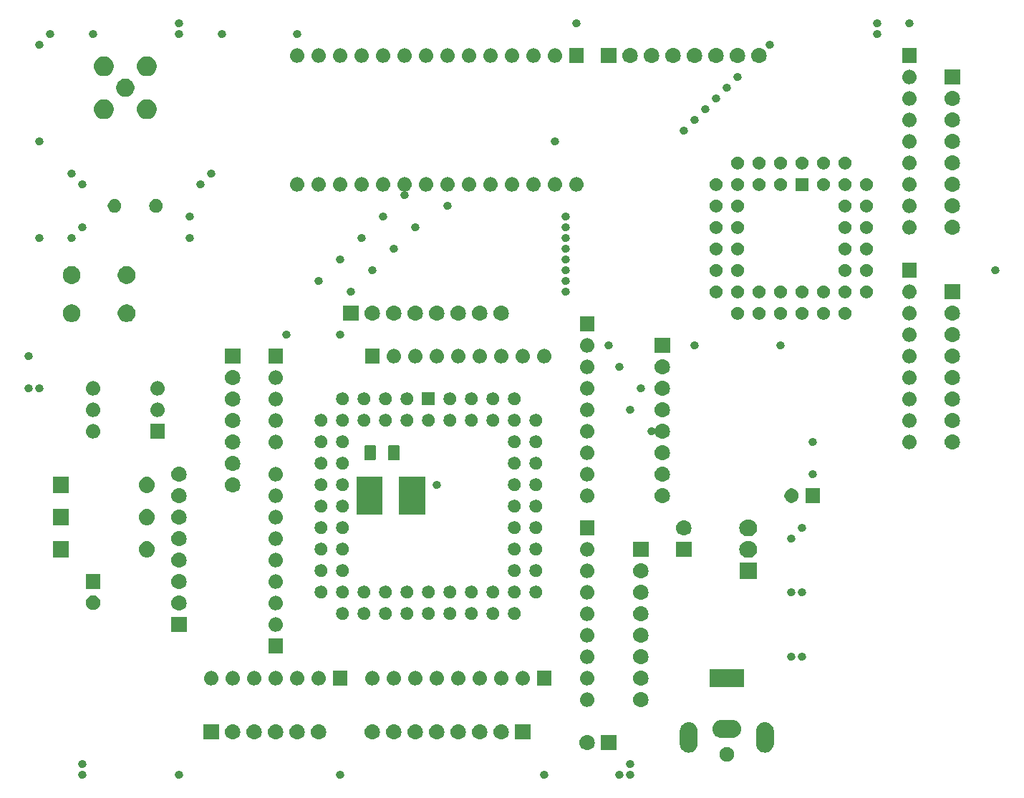
<source format=gbr>
G04 #@! TF.GenerationSoftware,KiCad,Pcbnew,(5.1.2-1)-1*
G04 #@! TF.CreationDate,2021-12-03T18:04:06-05:00*
G04 #@! TF.ProjectId,TMP76C75T,544d5037-3643-4373-9554-2e6b69636164,rev?*
G04 #@! TF.SameCoordinates,Original*
G04 #@! TF.FileFunction,Soldermask,Bot*
G04 #@! TF.FilePolarity,Negative*
%FSLAX46Y46*%
G04 Gerber Fmt 4.6, Leading zero omitted, Abs format (unit mm)*
G04 Created by KiCad (PCBNEW (5.1.2-1)-1) date 2021-12-03 18:04:06*
%MOMM*%
%LPD*%
G04 APERTURE LIST*
%ADD10C,0.500000*%
%ADD11C,0.100000*%
G04 APERTURE END LIST*
D10*
X189480000Y-53340000D02*
G75*
G03X189480000Y-53340000I-250000J0D01*
G01*
X199640000Y-82550000D02*
G75*
G03X199640000Y-82550000I-250000J0D01*
G01*
X178050000Y-106680000D02*
G75*
G03X178050000Y-106680000I-250000J0D01*
G01*
X175510000Y-114300000D02*
G75*
G03X175510000Y-114300000I-250000J0D01*
G01*
X176780000Y-113030000D02*
G75*
G03X176780000Y-113030000I-250000J0D01*
G01*
X176780000Y-120650000D02*
G75*
G03X176780000Y-120650000I-250000J0D01*
G01*
X175510000Y-120650000D02*
G75*
G03X175510000Y-120650000I-250000J0D01*
G01*
X175510000Y-128270000D02*
G75*
G03X175510000Y-128270000I-250000J0D01*
G01*
X176780000Y-128270000D02*
G75*
G03X176780000Y-128270000I-250000J0D01*
G01*
X156460000Y-140970000D02*
G75*
G03X156460000Y-140970000I-250000J0D01*
G01*
X156460000Y-142240000D02*
G75*
G03X156460000Y-142240000I-250000J0D01*
G01*
X155190000Y-142240000D02*
G75*
G03X155190000Y-142240000I-250000J0D01*
G01*
X146300000Y-142240000D02*
G75*
G03X146300000Y-142240000I-250000J0D01*
G01*
X133600000Y-107950000D02*
G75*
G03X133600000Y-107950000I-250000J0D01*
G01*
X122170000Y-142240000D02*
G75*
G03X122170000Y-142240000I-250000J0D01*
G01*
X91690000Y-142240000D02*
G75*
G03X91690000Y-142240000I-250000J0D01*
G01*
X91690000Y-140970000D02*
G75*
G03X91690000Y-140970000I-250000J0D01*
G01*
X103120000Y-142240000D02*
G75*
G03X103120000Y-142240000I-250000J0D01*
G01*
X117090000Y-54610000D02*
G75*
G03X117090000Y-54610000I-250000J0D01*
G01*
X108200000Y-54610000D02*
G75*
G03X108200000Y-54610000I-250000J0D01*
G01*
X86610000Y-55880000D02*
G75*
G03X86610000Y-55880000I-250000J0D01*
G01*
X87880000Y-54610000D02*
G75*
G03X87880000Y-54610000I-250000J0D01*
G01*
X92960000Y-54610000D02*
G75*
G03X92960000Y-54610000I-250000J0D01*
G01*
X103120000Y-54610000D02*
G75*
G03X103120000Y-54610000I-250000J0D01*
G01*
X103120000Y-53340000D02*
G75*
G03X103120000Y-53340000I-250000J0D01*
G01*
X86610000Y-96520000D02*
G75*
G03X86610000Y-96520000I-250000J0D01*
G01*
X85340000Y-96520000D02*
G75*
G03X85340000Y-96520000I-250000J0D01*
G01*
X85340000Y-92710000D02*
G75*
G03X85340000Y-92710000I-250000J0D01*
G01*
X122170000Y-90170000D02*
G75*
G03X122170000Y-90170000I-250000J0D01*
G01*
X115820000Y-90170000D02*
G75*
G03X115820000Y-90170000I-250000J0D01*
G01*
X86610000Y-78740000D02*
G75*
G03X86610000Y-78740000I-250000J0D01*
G01*
X86610000Y-67310000D02*
G75*
G03X86610000Y-67310000I-250000J0D01*
G01*
X90420000Y-71120000D02*
G75*
G03X90420000Y-71120000I-250000J0D01*
G01*
X91690000Y-72390000D02*
G75*
G03X91690000Y-72390000I-250000J0D01*
G01*
X90420000Y-78740000D02*
G75*
G03X90420000Y-78740000I-250000J0D01*
G01*
X91690000Y-77470000D02*
G75*
G03X91690000Y-77470000I-250000J0D01*
G01*
X104390000Y-78740000D02*
G75*
G03X104390000Y-78740000I-250000J0D01*
G01*
X104390000Y-76200000D02*
G75*
G03X104390000Y-76200000I-250000J0D01*
G01*
X105660000Y-72390000D02*
G75*
G03X105660000Y-72390000I-250000J0D01*
G01*
X106930000Y-71120000D02*
G75*
G03X106930000Y-71120000I-250000J0D01*
G01*
X129790000Y-73660000D02*
G75*
G03X129790000Y-73660000I-250000J0D01*
G01*
X127250000Y-76200000D02*
G75*
G03X127250000Y-76200000I-250000J0D01*
G01*
X124710000Y-78740000D02*
G75*
G03X124710000Y-78740000I-250000J0D01*
G01*
X122170000Y-81280000D02*
G75*
G03X122170000Y-81280000I-250000J0D01*
G01*
X119630000Y-83820000D02*
G75*
G03X119630000Y-83820000I-250000J0D01*
G01*
X123440000Y-85090000D02*
G75*
G03X123440000Y-85090000I-250000J0D01*
G01*
X125980000Y-82550000D02*
G75*
G03X125980000Y-82550000I-250000J0D01*
G01*
X128520000Y-80010000D02*
G75*
G03X128520000Y-80010000I-250000J0D01*
G01*
X131060000Y-77470000D02*
G75*
G03X131060000Y-77470000I-250000J0D01*
G01*
X178050000Y-102870000D02*
G75*
G03X178050000Y-102870000I-250000J0D01*
G01*
X159000000Y-101600000D02*
G75*
G03X159000000Y-101600000I-250000J0D01*
G01*
X174240000Y-91440000D02*
G75*
G03X174240000Y-91440000I-250000J0D01*
G01*
X164080000Y-91440000D02*
G75*
G03X164080000Y-91440000I-250000J0D01*
G01*
X156460000Y-99060000D02*
G75*
G03X156460000Y-99060000I-250000J0D01*
G01*
X157730000Y-96520000D02*
G75*
G03X157730000Y-96520000I-250000J0D01*
G01*
X155190000Y-93980000D02*
G75*
G03X155190000Y-93980000I-250000J0D01*
G01*
X153920000Y-91440000D02*
G75*
G03X153920000Y-91440000I-250000J0D01*
G01*
X148840000Y-85090000D02*
G75*
G03X148840000Y-85090000I-250000J0D01*
G01*
X148840000Y-83820000D02*
G75*
G03X148840000Y-83820000I-250000J0D01*
G01*
X148840000Y-82550000D02*
G75*
G03X148840000Y-82550000I-250000J0D01*
G01*
X148840000Y-81280000D02*
G75*
G03X148840000Y-81280000I-250000J0D01*
G01*
X148840000Y-80010000D02*
G75*
G03X148840000Y-80010000I-250000J0D01*
G01*
X134870000Y-74930000D02*
G75*
G03X134870000Y-74930000I-250000J0D01*
G01*
X148840000Y-78740000D02*
G75*
G03X148840000Y-78740000I-250000J0D01*
G01*
X148840000Y-77470000D02*
G75*
G03X148840000Y-77470000I-250000J0D01*
G01*
X148840000Y-76200000D02*
G75*
G03X148840000Y-76200000I-250000J0D01*
G01*
X185670000Y-54610000D02*
G75*
G03X185670000Y-54610000I-250000J0D01*
G01*
X185670000Y-53340000D02*
G75*
G03X185670000Y-53340000I-250000J0D01*
G01*
X172970000Y-55880000D02*
G75*
G03X172970000Y-55880000I-250000J0D01*
G01*
X147570000Y-67310000D02*
G75*
G03X147570000Y-67310000I-250000J0D01*
G01*
X150110000Y-53340000D02*
G75*
G03X150110000Y-53340000I-250000J0D01*
G01*
X162810000Y-66040000D02*
G75*
G03X162810000Y-66040000I-250000J0D01*
G01*
X164080000Y-64770000D02*
G75*
G03X164080000Y-64770000I-250000J0D01*
G01*
X165350000Y-63500000D02*
G75*
G03X165350000Y-63500000I-250000J0D01*
G01*
X166620000Y-62230000D02*
G75*
G03X166620000Y-62230000I-250000J0D01*
G01*
X167890000Y-60960000D02*
G75*
G03X167890000Y-60960000I-250000J0D01*
G01*
X169160000Y-59690000D02*
G75*
G03X169160000Y-59690000I-250000J0D01*
G01*
D11*
G36*
X167888228Y-138991703D02*
G01*
X168043100Y-139055853D01*
X168182481Y-139148985D01*
X168301015Y-139267519D01*
X168394147Y-139406900D01*
X168458297Y-139561772D01*
X168491000Y-139726184D01*
X168491000Y-139893816D01*
X168458297Y-140058228D01*
X168394147Y-140213100D01*
X168301015Y-140352481D01*
X168182481Y-140471015D01*
X168043100Y-140564147D01*
X167888228Y-140628297D01*
X167723816Y-140661000D01*
X167556184Y-140661000D01*
X167391772Y-140628297D01*
X167236900Y-140564147D01*
X167097519Y-140471015D01*
X166978985Y-140352481D01*
X166885853Y-140213100D01*
X166821703Y-140058228D01*
X166789000Y-139893816D01*
X166789000Y-139726184D01*
X166821703Y-139561772D01*
X166885853Y-139406900D01*
X166978985Y-139267519D01*
X167097519Y-139148985D01*
X167236900Y-139055853D01*
X167391772Y-138991703D01*
X167556184Y-138959000D01*
X167723816Y-138959000D01*
X167888228Y-138991703D01*
X167888228Y-138991703D01*
G37*
G36*
X163346031Y-136024207D02*
G01*
X163474687Y-136063235D01*
X163544148Y-136084306D01*
X163610030Y-136119521D01*
X163726729Y-136181897D01*
X163886765Y-136313235D01*
X164018103Y-136473271D01*
X164042981Y-136519815D01*
X164115694Y-136655851D01*
X164115694Y-136655852D01*
X164115695Y-136655854D01*
X164175793Y-136853968D01*
X164191000Y-137008370D01*
X164191000Y-138611630D01*
X164175793Y-138766032D01*
X164172627Y-138776468D01*
X164115694Y-138964149D01*
X164100966Y-138991703D01*
X164018103Y-139146729D01*
X163886765Y-139306765D01*
X163726729Y-139438103D01*
X163640975Y-139483939D01*
X163544149Y-139535694D01*
X163544146Y-139535695D01*
X163346032Y-139595793D01*
X163140000Y-139616085D01*
X162933969Y-139595793D01*
X162735855Y-139535695D01*
X162735852Y-139535694D01*
X162639026Y-139483939D01*
X162553272Y-139438103D01*
X162393236Y-139306765D01*
X162261898Y-139146729D01*
X162213324Y-139055853D01*
X162164305Y-138964146D01*
X162104207Y-138766033D01*
X162089000Y-138611631D01*
X162089000Y-137008370D01*
X162104207Y-136853971D01*
X162104207Y-136853969D01*
X162164305Y-136655855D01*
X162164306Y-136655852D01*
X162199521Y-136589970D01*
X162261897Y-136473271D01*
X162393235Y-136313235D01*
X162553271Y-136181897D01*
X162639025Y-136136061D01*
X162735851Y-136084306D01*
X162805312Y-136063235D01*
X162933968Y-136024207D01*
X163140000Y-136003915D01*
X163346031Y-136024207D01*
X163346031Y-136024207D01*
G37*
G36*
X172346031Y-136024207D02*
G01*
X172474687Y-136063235D01*
X172544148Y-136084306D01*
X172610030Y-136119521D01*
X172726729Y-136181897D01*
X172886765Y-136313235D01*
X173018103Y-136473271D01*
X173042981Y-136519815D01*
X173115694Y-136655851D01*
X173115694Y-136655852D01*
X173115695Y-136655854D01*
X173175793Y-136853968D01*
X173191000Y-137008370D01*
X173191000Y-138611630D01*
X173175793Y-138766032D01*
X173172627Y-138776468D01*
X173115694Y-138964149D01*
X173100966Y-138991703D01*
X173018103Y-139146729D01*
X172886765Y-139306765D01*
X172726729Y-139438103D01*
X172640975Y-139483939D01*
X172544149Y-139535694D01*
X172544146Y-139535695D01*
X172346032Y-139595793D01*
X172140000Y-139616085D01*
X171933969Y-139595793D01*
X171735855Y-139535695D01*
X171735852Y-139535694D01*
X171639026Y-139483939D01*
X171553272Y-139438103D01*
X171393236Y-139306765D01*
X171261898Y-139146729D01*
X171213324Y-139055853D01*
X171164305Y-138964146D01*
X171104207Y-138766033D01*
X171089000Y-138611631D01*
X171089000Y-137008370D01*
X171104207Y-136853971D01*
X171104207Y-136853969D01*
X171164305Y-136655855D01*
X171164306Y-136655852D01*
X171199521Y-136589970D01*
X171261897Y-136473271D01*
X171393235Y-136313235D01*
X171553271Y-136181897D01*
X171639025Y-136136061D01*
X171735851Y-136084306D01*
X171805312Y-136063235D01*
X171933968Y-136024207D01*
X172140000Y-136003915D01*
X172346031Y-136024207D01*
X172346031Y-136024207D01*
G37*
G36*
X154571000Y-139331000D02*
G01*
X152769000Y-139331000D01*
X152769000Y-137529000D01*
X154571000Y-137529000D01*
X154571000Y-139331000D01*
X154571000Y-139331000D01*
G37*
G36*
X151240443Y-137535519D02*
G01*
X151306627Y-137542037D01*
X151476466Y-137593557D01*
X151632991Y-137677222D01*
X151646249Y-137688103D01*
X151770186Y-137789814D01*
X151853448Y-137891271D01*
X151882778Y-137927009D01*
X151966443Y-138083534D01*
X152017963Y-138253373D01*
X152035359Y-138430000D01*
X152017963Y-138606627D01*
X151966443Y-138776466D01*
X151882778Y-138932991D01*
X151857207Y-138964149D01*
X151770186Y-139070186D01*
X151676918Y-139146728D01*
X151632991Y-139182778D01*
X151476466Y-139266443D01*
X151306627Y-139317963D01*
X151240443Y-139324481D01*
X151174260Y-139331000D01*
X151085740Y-139331000D01*
X151019557Y-139324481D01*
X150953373Y-139317963D01*
X150783534Y-139266443D01*
X150627009Y-139182778D01*
X150583082Y-139146728D01*
X150489814Y-139070186D01*
X150402793Y-138964149D01*
X150377222Y-138932991D01*
X150293557Y-138776466D01*
X150242037Y-138606627D01*
X150224641Y-138430000D01*
X150242037Y-138253373D01*
X150293557Y-138083534D01*
X150377222Y-137927009D01*
X150406552Y-137891271D01*
X150489814Y-137789814D01*
X150613751Y-137688103D01*
X150627009Y-137677222D01*
X150783534Y-137593557D01*
X150953373Y-137542037D01*
X151019557Y-137535519D01*
X151085740Y-137529000D01*
X151174260Y-137529000D01*
X151240443Y-137535519D01*
X151240443Y-137535519D01*
G37*
G36*
X130920443Y-136265519D02*
G01*
X130986627Y-136272037D01*
X131156466Y-136323557D01*
X131312991Y-136407222D01*
X131348729Y-136436552D01*
X131450186Y-136519814D01*
X131519248Y-136603968D01*
X131562778Y-136657009D01*
X131646443Y-136813534D01*
X131697963Y-136983373D01*
X131715359Y-137160000D01*
X131697963Y-137336627D01*
X131646443Y-137506466D01*
X131562778Y-137662991D01*
X131542169Y-137688103D01*
X131450186Y-137800186D01*
X131348729Y-137883448D01*
X131312991Y-137912778D01*
X131156466Y-137996443D01*
X130986627Y-138047963D01*
X130920442Y-138054482D01*
X130854260Y-138061000D01*
X130765740Y-138061000D01*
X130699558Y-138054482D01*
X130633373Y-138047963D01*
X130463534Y-137996443D01*
X130307009Y-137912778D01*
X130271271Y-137883448D01*
X130169814Y-137800186D01*
X130077831Y-137688103D01*
X130057222Y-137662991D01*
X129973557Y-137506466D01*
X129922037Y-137336627D01*
X129904641Y-137160000D01*
X129922037Y-136983373D01*
X129973557Y-136813534D01*
X130057222Y-136657009D01*
X130100752Y-136603968D01*
X130169814Y-136519814D01*
X130271271Y-136436552D01*
X130307009Y-136407222D01*
X130463534Y-136323557D01*
X130633373Y-136272037D01*
X130699557Y-136265519D01*
X130765740Y-136259000D01*
X130854260Y-136259000D01*
X130920443Y-136265519D01*
X130920443Y-136265519D01*
G37*
G36*
X128380443Y-136265519D02*
G01*
X128446627Y-136272037D01*
X128616466Y-136323557D01*
X128772991Y-136407222D01*
X128808729Y-136436552D01*
X128910186Y-136519814D01*
X128979248Y-136603968D01*
X129022778Y-136657009D01*
X129106443Y-136813534D01*
X129157963Y-136983373D01*
X129175359Y-137160000D01*
X129157963Y-137336627D01*
X129106443Y-137506466D01*
X129022778Y-137662991D01*
X129002169Y-137688103D01*
X128910186Y-137800186D01*
X128808729Y-137883448D01*
X128772991Y-137912778D01*
X128616466Y-137996443D01*
X128446627Y-138047963D01*
X128380442Y-138054482D01*
X128314260Y-138061000D01*
X128225740Y-138061000D01*
X128159558Y-138054482D01*
X128093373Y-138047963D01*
X127923534Y-137996443D01*
X127767009Y-137912778D01*
X127731271Y-137883448D01*
X127629814Y-137800186D01*
X127537831Y-137688103D01*
X127517222Y-137662991D01*
X127433557Y-137506466D01*
X127382037Y-137336627D01*
X127364641Y-137160000D01*
X127382037Y-136983373D01*
X127433557Y-136813534D01*
X127517222Y-136657009D01*
X127560752Y-136603968D01*
X127629814Y-136519814D01*
X127731271Y-136436552D01*
X127767009Y-136407222D01*
X127923534Y-136323557D01*
X128093373Y-136272037D01*
X128159557Y-136265519D01*
X128225740Y-136259000D01*
X128314260Y-136259000D01*
X128380443Y-136265519D01*
X128380443Y-136265519D01*
G37*
G36*
X125840443Y-136265519D02*
G01*
X125906627Y-136272037D01*
X126076466Y-136323557D01*
X126232991Y-136407222D01*
X126268729Y-136436552D01*
X126370186Y-136519814D01*
X126439248Y-136603968D01*
X126482778Y-136657009D01*
X126566443Y-136813534D01*
X126617963Y-136983373D01*
X126635359Y-137160000D01*
X126617963Y-137336627D01*
X126566443Y-137506466D01*
X126482778Y-137662991D01*
X126462169Y-137688103D01*
X126370186Y-137800186D01*
X126268729Y-137883448D01*
X126232991Y-137912778D01*
X126076466Y-137996443D01*
X125906627Y-138047963D01*
X125840442Y-138054482D01*
X125774260Y-138061000D01*
X125685740Y-138061000D01*
X125619558Y-138054482D01*
X125553373Y-138047963D01*
X125383534Y-137996443D01*
X125227009Y-137912778D01*
X125191271Y-137883448D01*
X125089814Y-137800186D01*
X124997831Y-137688103D01*
X124977222Y-137662991D01*
X124893557Y-137506466D01*
X124842037Y-137336627D01*
X124824641Y-137160000D01*
X124842037Y-136983373D01*
X124893557Y-136813534D01*
X124977222Y-136657009D01*
X125020752Y-136603968D01*
X125089814Y-136519814D01*
X125191271Y-136436552D01*
X125227009Y-136407222D01*
X125383534Y-136323557D01*
X125553373Y-136272037D01*
X125619557Y-136265519D01*
X125685740Y-136259000D01*
X125774260Y-136259000D01*
X125840443Y-136265519D01*
X125840443Y-136265519D01*
G37*
G36*
X119490443Y-136265519D02*
G01*
X119556627Y-136272037D01*
X119726466Y-136323557D01*
X119882991Y-136407222D01*
X119918729Y-136436552D01*
X120020186Y-136519814D01*
X120089248Y-136603968D01*
X120132778Y-136657009D01*
X120216443Y-136813534D01*
X120267963Y-136983373D01*
X120285359Y-137160000D01*
X120267963Y-137336627D01*
X120216443Y-137506466D01*
X120132778Y-137662991D01*
X120112169Y-137688103D01*
X120020186Y-137800186D01*
X119918729Y-137883448D01*
X119882991Y-137912778D01*
X119726466Y-137996443D01*
X119556627Y-138047963D01*
X119490442Y-138054482D01*
X119424260Y-138061000D01*
X119335740Y-138061000D01*
X119269558Y-138054482D01*
X119203373Y-138047963D01*
X119033534Y-137996443D01*
X118877009Y-137912778D01*
X118841271Y-137883448D01*
X118739814Y-137800186D01*
X118647831Y-137688103D01*
X118627222Y-137662991D01*
X118543557Y-137506466D01*
X118492037Y-137336627D01*
X118474641Y-137160000D01*
X118492037Y-136983373D01*
X118543557Y-136813534D01*
X118627222Y-136657009D01*
X118670752Y-136603968D01*
X118739814Y-136519814D01*
X118841271Y-136436552D01*
X118877009Y-136407222D01*
X119033534Y-136323557D01*
X119203373Y-136272037D01*
X119269557Y-136265519D01*
X119335740Y-136259000D01*
X119424260Y-136259000D01*
X119490443Y-136265519D01*
X119490443Y-136265519D01*
G37*
G36*
X116950443Y-136265519D02*
G01*
X117016627Y-136272037D01*
X117186466Y-136323557D01*
X117342991Y-136407222D01*
X117378729Y-136436552D01*
X117480186Y-136519814D01*
X117549248Y-136603968D01*
X117592778Y-136657009D01*
X117676443Y-136813534D01*
X117727963Y-136983373D01*
X117745359Y-137160000D01*
X117727963Y-137336627D01*
X117676443Y-137506466D01*
X117592778Y-137662991D01*
X117572169Y-137688103D01*
X117480186Y-137800186D01*
X117378729Y-137883448D01*
X117342991Y-137912778D01*
X117186466Y-137996443D01*
X117016627Y-138047963D01*
X116950442Y-138054482D01*
X116884260Y-138061000D01*
X116795740Y-138061000D01*
X116729558Y-138054482D01*
X116663373Y-138047963D01*
X116493534Y-137996443D01*
X116337009Y-137912778D01*
X116301271Y-137883448D01*
X116199814Y-137800186D01*
X116107831Y-137688103D01*
X116087222Y-137662991D01*
X116003557Y-137506466D01*
X115952037Y-137336627D01*
X115934641Y-137160000D01*
X115952037Y-136983373D01*
X116003557Y-136813534D01*
X116087222Y-136657009D01*
X116130752Y-136603968D01*
X116199814Y-136519814D01*
X116301271Y-136436552D01*
X116337009Y-136407222D01*
X116493534Y-136323557D01*
X116663373Y-136272037D01*
X116729557Y-136265519D01*
X116795740Y-136259000D01*
X116884260Y-136259000D01*
X116950443Y-136265519D01*
X116950443Y-136265519D01*
G37*
G36*
X114410443Y-136265519D02*
G01*
X114476627Y-136272037D01*
X114646466Y-136323557D01*
X114802991Y-136407222D01*
X114838729Y-136436552D01*
X114940186Y-136519814D01*
X115009248Y-136603968D01*
X115052778Y-136657009D01*
X115136443Y-136813534D01*
X115187963Y-136983373D01*
X115205359Y-137160000D01*
X115187963Y-137336627D01*
X115136443Y-137506466D01*
X115052778Y-137662991D01*
X115032169Y-137688103D01*
X114940186Y-137800186D01*
X114838729Y-137883448D01*
X114802991Y-137912778D01*
X114646466Y-137996443D01*
X114476627Y-138047963D01*
X114410442Y-138054482D01*
X114344260Y-138061000D01*
X114255740Y-138061000D01*
X114189558Y-138054482D01*
X114123373Y-138047963D01*
X113953534Y-137996443D01*
X113797009Y-137912778D01*
X113761271Y-137883448D01*
X113659814Y-137800186D01*
X113567831Y-137688103D01*
X113547222Y-137662991D01*
X113463557Y-137506466D01*
X113412037Y-137336627D01*
X113394641Y-137160000D01*
X113412037Y-136983373D01*
X113463557Y-136813534D01*
X113547222Y-136657009D01*
X113590752Y-136603968D01*
X113659814Y-136519814D01*
X113761271Y-136436552D01*
X113797009Y-136407222D01*
X113953534Y-136323557D01*
X114123373Y-136272037D01*
X114189557Y-136265519D01*
X114255740Y-136259000D01*
X114344260Y-136259000D01*
X114410443Y-136265519D01*
X114410443Y-136265519D01*
G37*
G36*
X111870443Y-136265519D02*
G01*
X111936627Y-136272037D01*
X112106466Y-136323557D01*
X112262991Y-136407222D01*
X112298729Y-136436552D01*
X112400186Y-136519814D01*
X112469248Y-136603968D01*
X112512778Y-136657009D01*
X112596443Y-136813534D01*
X112647963Y-136983373D01*
X112665359Y-137160000D01*
X112647963Y-137336627D01*
X112596443Y-137506466D01*
X112512778Y-137662991D01*
X112492169Y-137688103D01*
X112400186Y-137800186D01*
X112298729Y-137883448D01*
X112262991Y-137912778D01*
X112106466Y-137996443D01*
X111936627Y-138047963D01*
X111870442Y-138054482D01*
X111804260Y-138061000D01*
X111715740Y-138061000D01*
X111649558Y-138054482D01*
X111583373Y-138047963D01*
X111413534Y-137996443D01*
X111257009Y-137912778D01*
X111221271Y-137883448D01*
X111119814Y-137800186D01*
X111027831Y-137688103D01*
X111007222Y-137662991D01*
X110923557Y-137506466D01*
X110872037Y-137336627D01*
X110854641Y-137160000D01*
X110872037Y-136983373D01*
X110923557Y-136813534D01*
X111007222Y-136657009D01*
X111050752Y-136603968D01*
X111119814Y-136519814D01*
X111221271Y-136436552D01*
X111257009Y-136407222D01*
X111413534Y-136323557D01*
X111583373Y-136272037D01*
X111649557Y-136265519D01*
X111715740Y-136259000D01*
X111804260Y-136259000D01*
X111870443Y-136265519D01*
X111870443Y-136265519D01*
G37*
G36*
X109330443Y-136265519D02*
G01*
X109396627Y-136272037D01*
X109566466Y-136323557D01*
X109722991Y-136407222D01*
X109758729Y-136436552D01*
X109860186Y-136519814D01*
X109929248Y-136603968D01*
X109972778Y-136657009D01*
X110056443Y-136813534D01*
X110107963Y-136983373D01*
X110125359Y-137160000D01*
X110107963Y-137336627D01*
X110056443Y-137506466D01*
X109972778Y-137662991D01*
X109952169Y-137688103D01*
X109860186Y-137800186D01*
X109758729Y-137883448D01*
X109722991Y-137912778D01*
X109566466Y-137996443D01*
X109396627Y-138047963D01*
X109330442Y-138054482D01*
X109264260Y-138061000D01*
X109175740Y-138061000D01*
X109109558Y-138054482D01*
X109043373Y-138047963D01*
X108873534Y-137996443D01*
X108717009Y-137912778D01*
X108681271Y-137883448D01*
X108579814Y-137800186D01*
X108487831Y-137688103D01*
X108467222Y-137662991D01*
X108383557Y-137506466D01*
X108332037Y-137336627D01*
X108314641Y-137160000D01*
X108332037Y-136983373D01*
X108383557Y-136813534D01*
X108467222Y-136657009D01*
X108510752Y-136603968D01*
X108579814Y-136519814D01*
X108681271Y-136436552D01*
X108717009Y-136407222D01*
X108873534Y-136323557D01*
X109043373Y-136272037D01*
X109109557Y-136265519D01*
X109175740Y-136259000D01*
X109264260Y-136259000D01*
X109330443Y-136265519D01*
X109330443Y-136265519D01*
G37*
G36*
X107581000Y-138061000D02*
G01*
X105779000Y-138061000D01*
X105779000Y-136259000D01*
X107581000Y-136259000D01*
X107581000Y-138061000D01*
X107581000Y-138061000D01*
G37*
G36*
X144411000Y-138061000D02*
G01*
X142609000Y-138061000D01*
X142609000Y-136259000D01*
X144411000Y-136259000D01*
X144411000Y-138061000D01*
X144411000Y-138061000D01*
G37*
G36*
X141080443Y-136265519D02*
G01*
X141146627Y-136272037D01*
X141316466Y-136323557D01*
X141472991Y-136407222D01*
X141508729Y-136436552D01*
X141610186Y-136519814D01*
X141679248Y-136603968D01*
X141722778Y-136657009D01*
X141806443Y-136813534D01*
X141857963Y-136983373D01*
X141875359Y-137160000D01*
X141857963Y-137336627D01*
X141806443Y-137506466D01*
X141722778Y-137662991D01*
X141702169Y-137688103D01*
X141610186Y-137800186D01*
X141508729Y-137883448D01*
X141472991Y-137912778D01*
X141316466Y-137996443D01*
X141146627Y-138047963D01*
X141080442Y-138054482D01*
X141014260Y-138061000D01*
X140925740Y-138061000D01*
X140859558Y-138054482D01*
X140793373Y-138047963D01*
X140623534Y-137996443D01*
X140467009Y-137912778D01*
X140431271Y-137883448D01*
X140329814Y-137800186D01*
X140237831Y-137688103D01*
X140217222Y-137662991D01*
X140133557Y-137506466D01*
X140082037Y-137336627D01*
X140064641Y-137160000D01*
X140082037Y-136983373D01*
X140133557Y-136813534D01*
X140217222Y-136657009D01*
X140260752Y-136603968D01*
X140329814Y-136519814D01*
X140431271Y-136436552D01*
X140467009Y-136407222D01*
X140623534Y-136323557D01*
X140793373Y-136272037D01*
X140859557Y-136265519D01*
X140925740Y-136259000D01*
X141014260Y-136259000D01*
X141080443Y-136265519D01*
X141080443Y-136265519D01*
G37*
G36*
X138540443Y-136265519D02*
G01*
X138606627Y-136272037D01*
X138776466Y-136323557D01*
X138932991Y-136407222D01*
X138968729Y-136436552D01*
X139070186Y-136519814D01*
X139139248Y-136603968D01*
X139182778Y-136657009D01*
X139266443Y-136813534D01*
X139317963Y-136983373D01*
X139335359Y-137160000D01*
X139317963Y-137336627D01*
X139266443Y-137506466D01*
X139182778Y-137662991D01*
X139162169Y-137688103D01*
X139070186Y-137800186D01*
X138968729Y-137883448D01*
X138932991Y-137912778D01*
X138776466Y-137996443D01*
X138606627Y-138047963D01*
X138540442Y-138054482D01*
X138474260Y-138061000D01*
X138385740Y-138061000D01*
X138319558Y-138054482D01*
X138253373Y-138047963D01*
X138083534Y-137996443D01*
X137927009Y-137912778D01*
X137891271Y-137883448D01*
X137789814Y-137800186D01*
X137697831Y-137688103D01*
X137677222Y-137662991D01*
X137593557Y-137506466D01*
X137542037Y-137336627D01*
X137524641Y-137160000D01*
X137542037Y-136983373D01*
X137593557Y-136813534D01*
X137677222Y-136657009D01*
X137720752Y-136603968D01*
X137789814Y-136519814D01*
X137891271Y-136436552D01*
X137927009Y-136407222D01*
X138083534Y-136323557D01*
X138253373Y-136272037D01*
X138319557Y-136265519D01*
X138385740Y-136259000D01*
X138474260Y-136259000D01*
X138540443Y-136265519D01*
X138540443Y-136265519D01*
G37*
G36*
X136000443Y-136265519D02*
G01*
X136066627Y-136272037D01*
X136236466Y-136323557D01*
X136392991Y-136407222D01*
X136428729Y-136436552D01*
X136530186Y-136519814D01*
X136599248Y-136603968D01*
X136642778Y-136657009D01*
X136726443Y-136813534D01*
X136777963Y-136983373D01*
X136795359Y-137160000D01*
X136777963Y-137336627D01*
X136726443Y-137506466D01*
X136642778Y-137662991D01*
X136622169Y-137688103D01*
X136530186Y-137800186D01*
X136428729Y-137883448D01*
X136392991Y-137912778D01*
X136236466Y-137996443D01*
X136066627Y-138047963D01*
X136000442Y-138054482D01*
X135934260Y-138061000D01*
X135845740Y-138061000D01*
X135779558Y-138054482D01*
X135713373Y-138047963D01*
X135543534Y-137996443D01*
X135387009Y-137912778D01*
X135351271Y-137883448D01*
X135249814Y-137800186D01*
X135157831Y-137688103D01*
X135137222Y-137662991D01*
X135053557Y-137506466D01*
X135002037Y-137336627D01*
X134984641Y-137160000D01*
X135002037Y-136983373D01*
X135053557Y-136813534D01*
X135137222Y-136657009D01*
X135180752Y-136603968D01*
X135249814Y-136519814D01*
X135351271Y-136436552D01*
X135387009Y-136407222D01*
X135543534Y-136323557D01*
X135713373Y-136272037D01*
X135779557Y-136265519D01*
X135845740Y-136259000D01*
X135934260Y-136259000D01*
X136000443Y-136265519D01*
X136000443Y-136265519D01*
G37*
G36*
X133460443Y-136265519D02*
G01*
X133526627Y-136272037D01*
X133696466Y-136323557D01*
X133852991Y-136407222D01*
X133888729Y-136436552D01*
X133990186Y-136519814D01*
X134059248Y-136603968D01*
X134102778Y-136657009D01*
X134186443Y-136813534D01*
X134237963Y-136983373D01*
X134255359Y-137160000D01*
X134237963Y-137336627D01*
X134186443Y-137506466D01*
X134102778Y-137662991D01*
X134082169Y-137688103D01*
X133990186Y-137800186D01*
X133888729Y-137883448D01*
X133852991Y-137912778D01*
X133696466Y-137996443D01*
X133526627Y-138047963D01*
X133460442Y-138054482D01*
X133394260Y-138061000D01*
X133305740Y-138061000D01*
X133239558Y-138054482D01*
X133173373Y-138047963D01*
X133003534Y-137996443D01*
X132847009Y-137912778D01*
X132811271Y-137883448D01*
X132709814Y-137800186D01*
X132617831Y-137688103D01*
X132597222Y-137662991D01*
X132513557Y-137506466D01*
X132462037Y-137336627D01*
X132444641Y-137160000D01*
X132462037Y-136983373D01*
X132513557Y-136813534D01*
X132597222Y-136657009D01*
X132640752Y-136603968D01*
X132709814Y-136519814D01*
X132811271Y-136436552D01*
X132847009Y-136407222D01*
X133003534Y-136323557D01*
X133173373Y-136272037D01*
X133239557Y-136265519D01*
X133305740Y-136259000D01*
X133394260Y-136259000D01*
X133460443Y-136265519D01*
X133460443Y-136265519D01*
G37*
G36*
X168393097Y-135764069D02*
G01*
X168496032Y-135774207D01*
X168694146Y-135834305D01*
X168694149Y-135834306D01*
X168790975Y-135886061D01*
X168876729Y-135931897D01*
X169036765Y-136063235D01*
X169168103Y-136223271D01*
X169187200Y-136259000D01*
X169265694Y-136405851D01*
X169265695Y-136405854D01*
X169325793Y-136603968D01*
X169346085Y-136810000D01*
X169325793Y-137016032D01*
X169282120Y-137160000D01*
X169265694Y-137214149D01*
X169213939Y-137310975D01*
X169168103Y-137396729D01*
X169036765Y-137556765D01*
X168876729Y-137688103D01*
X168790975Y-137733939D01*
X168694149Y-137785694D01*
X168694146Y-137785695D01*
X168496032Y-137845793D01*
X168393097Y-137855931D01*
X168341631Y-137861000D01*
X166938369Y-137861000D01*
X166886903Y-137855931D01*
X166783968Y-137845793D01*
X166585854Y-137785695D01*
X166585851Y-137785694D01*
X166489025Y-137733939D01*
X166403271Y-137688103D01*
X166243235Y-137556765D01*
X166111897Y-137396729D01*
X166066061Y-137310975D01*
X166014306Y-137214149D01*
X165997880Y-137160000D01*
X165954207Y-137016032D01*
X165933915Y-136810000D01*
X165954207Y-136603968D01*
X166014305Y-136405854D01*
X166014306Y-136405851D01*
X166092800Y-136259000D01*
X166111897Y-136223271D01*
X166243235Y-136063235D01*
X166403271Y-135931897D01*
X166489025Y-135886061D01*
X166585851Y-135834306D01*
X166585854Y-135834305D01*
X166783968Y-135774207D01*
X166886903Y-135764069D01*
X166938369Y-135759000D01*
X168341631Y-135759000D01*
X168393097Y-135764069D01*
X168393097Y-135764069D01*
G37*
G36*
X157590442Y-132455518D02*
G01*
X157656627Y-132462037D01*
X157826466Y-132513557D01*
X157982991Y-132597222D01*
X158018729Y-132626552D01*
X158120186Y-132709814D01*
X158203448Y-132811271D01*
X158232778Y-132847009D01*
X158316443Y-133003534D01*
X158367963Y-133173373D01*
X158385359Y-133350000D01*
X158367963Y-133526627D01*
X158316443Y-133696466D01*
X158232778Y-133852991D01*
X158203448Y-133888729D01*
X158120186Y-133990186D01*
X158018729Y-134073448D01*
X157982991Y-134102778D01*
X157826466Y-134186443D01*
X157656627Y-134237963D01*
X157590443Y-134244481D01*
X157524260Y-134251000D01*
X157435740Y-134251000D01*
X157369557Y-134244481D01*
X157303373Y-134237963D01*
X157133534Y-134186443D01*
X156977009Y-134102778D01*
X156941271Y-134073448D01*
X156839814Y-133990186D01*
X156756552Y-133888729D01*
X156727222Y-133852991D01*
X156643557Y-133696466D01*
X156592037Y-133526627D01*
X156574641Y-133350000D01*
X156592037Y-133173373D01*
X156643557Y-133003534D01*
X156727222Y-132847009D01*
X156756552Y-132811271D01*
X156839814Y-132709814D01*
X156941271Y-132626552D01*
X156977009Y-132597222D01*
X157133534Y-132513557D01*
X157303373Y-132462037D01*
X157369558Y-132455518D01*
X157435740Y-132449000D01*
X157524260Y-132449000D01*
X157590442Y-132455518D01*
X157590442Y-132455518D01*
G37*
G36*
X151296823Y-132511313D02*
G01*
X151457242Y-132559976D01*
X151526922Y-132597221D01*
X151605078Y-132638996D01*
X151734659Y-132745341D01*
X151841004Y-132874922D01*
X151841005Y-132874924D01*
X151920024Y-133022758D01*
X151968687Y-133183177D01*
X151985117Y-133350000D01*
X151968687Y-133516823D01*
X151920024Y-133677242D01*
X151909747Y-133696468D01*
X151841004Y-133825078D01*
X151734659Y-133954659D01*
X151605078Y-134061004D01*
X151605076Y-134061005D01*
X151457242Y-134140024D01*
X151296823Y-134188687D01*
X151171804Y-134201000D01*
X151088196Y-134201000D01*
X150963177Y-134188687D01*
X150802758Y-134140024D01*
X150654924Y-134061005D01*
X150654922Y-134061004D01*
X150525341Y-133954659D01*
X150418996Y-133825078D01*
X150350253Y-133696468D01*
X150339976Y-133677242D01*
X150291313Y-133516823D01*
X150274883Y-133350000D01*
X150291313Y-133183177D01*
X150339976Y-133022758D01*
X150418995Y-132874924D01*
X150418996Y-132874922D01*
X150525341Y-132745341D01*
X150654922Y-132638996D01*
X150733078Y-132597221D01*
X150802758Y-132559976D01*
X150963177Y-132511313D01*
X151088196Y-132499000D01*
X151171804Y-132499000D01*
X151296823Y-132511313D01*
X151296823Y-132511313D01*
G37*
G36*
X169691000Y-131861000D02*
G01*
X165589000Y-131861000D01*
X165589000Y-129759000D01*
X169691000Y-129759000D01*
X169691000Y-131861000D01*
X169691000Y-131861000D01*
G37*
G36*
X157590442Y-129915518D02*
G01*
X157656627Y-129922037D01*
X157826466Y-129973557D01*
X157982991Y-130057222D01*
X158018729Y-130086552D01*
X158120186Y-130169814D01*
X158203448Y-130271271D01*
X158232778Y-130307009D01*
X158316443Y-130463534D01*
X158367963Y-130633373D01*
X158385359Y-130810000D01*
X158367963Y-130986627D01*
X158316443Y-131156466D01*
X158232778Y-131312991D01*
X158203448Y-131348729D01*
X158120186Y-131450186D01*
X158018729Y-131533448D01*
X157982991Y-131562778D01*
X157826466Y-131646443D01*
X157656627Y-131697963D01*
X157590443Y-131704481D01*
X157524260Y-131711000D01*
X157435740Y-131711000D01*
X157369557Y-131704481D01*
X157303373Y-131697963D01*
X157133534Y-131646443D01*
X156977009Y-131562778D01*
X156941271Y-131533448D01*
X156839814Y-131450186D01*
X156756552Y-131348729D01*
X156727222Y-131312991D01*
X156643557Y-131156466D01*
X156592037Y-130986627D01*
X156574641Y-130810000D01*
X156592037Y-130633373D01*
X156643557Y-130463534D01*
X156727222Y-130307009D01*
X156756552Y-130271271D01*
X156839814Y-130169814D01*
X156941271Y-130086552D01*
X156977009Y-130057222D01*
X157133534Y-129973557D01*
X157303373Y-129922037D01*
X157369558Y-129915518D01*
X157435740Y-129909000D01*
X157524260Y-129909000D01*
X157590442Y-129915518D01*
X157590442Y-129915518D01*
G37*
G36*
X128436823Y-129971313D02*
G01*
X128597242Y-130019976D01*
X128666922Y-130057221D01*
X128745078Y-130098996D01*
X128874659Y-130205341D01*
X128981004Y-130334922D01*
X128981005Y-130334924D01*
X129060024Y-130482758D01*
X129108687Y-130643177D01*
X129125117Y-130810000D01*
X129108687Y-130976823D01*
X129060024Y-131137242D01*
X129049747Y-131156468D01*
X128981004Y-131285078D01*
X128874659Y-131414659D01*
X128745078Y-131521004D01*
X128745076Y-131521005D01*
X128597242Y-131600024D01*
X128436823Y-131648687D01*
X128311804Y-131661000D01*
X128228196Y-131661000D01*
X128103177Y-131648687D01*
X127942758Y-131600024D01*
X127794924Y-131521005D01*
X127794922Y-131521004D01*
X127665341Y-131414659D01*
X127558996Y-131285078D01*
X127490253Y-131156468D01*
X127479976Y-131137242D01*
X127431313Y-130976823D01*
X127414883Y-130810000D01*
X127431313Y-130643177D01*
X127479976Y-130482758D01*
X127558995Y-130334924D01*
X127558996Y-130334922D01*
X127665341Y-130205341D01*
X127794922Y-130098996D01*
X127873078Y-130057221D01*
X127942758Y-130019976D01*
X128103177Y-129971313D01*
X128228196Y-129959000D01*
X128311804Y-129959000D01*
X128436823Y-129971313D01*
X128436823Y-129971313D01*
G37*
G36*
X130976823Y-129971313D02*
G01*
X131137242Y-130019976D01*
X131206922Y-130057221D01*
X131285078Y-130098996D01*
X131414659Y-130205341D01*
X131521004Y-130334922D01*
X131521005Y-130334924D01*
X131600024Y-130482758D01*
X131648687Y-130643177D01*
X131665117Y-130810000D01*
X131648687Y-130976823D01*
X131600024Y-131137242D01*
X131589747Y-131156468D01*
X131521004Y-131285078D01*
X131414659Y-131414659D01*
X131285078Y-131521004D01*
X131285076Y-131521005D01*
X131137242Y-131600024D01*
X130976823Y-131648687D01*
X130851804Y-131661000D01*
X130768196Y-131661000D01*
X130643177Y-131648687D01*
X130482758Y-131600024D01*
X130334924Y-131521005D01*
X130334922Y-131521004D01*
X130205341Y-131414659D01*
X130098996Y-131285078D01*
X130030253Y-131156468D01*
X130019976Y-131137242D01*
X129971313Y-130976823D01*
X129954883Y-130810000D01*
X129971313Y-130643177D01*
X130019976Y-130482758D01*
X130098995Y-130334924D01*
X130098996Y-130334922D01*
X130205341Y-130205341D01*
X130334922Y-130098996D01*
X130413078Y-130057221D01*
X130482758Y-130019976D01*
X130643177Y-129971313D01*
X130768196Y-129959000D01*
X130851804Y-129959000D01*
X130976823Y-129971313D01*
X130976823Y-129971313D01*
G37*
G36*
X133516823Y-129971313D02*
G01*
X133677242Y-130019976D01*
X133746922Y-130057221D01*
X133825078Y-130098996D01*
X133954659Y-130205341D01*
X134061004Y-130334922D01*
X134061005Y-130334924D01*
X134140024Y-130482758D01*
X134188687Y-130643177D01*
X134205117Y-130810000D01*
X134188687Y-130976823D01*
X134140024Y-131137242D01*
X134129747Y-131156468D01*
X134061004Y-131285078D01*
X133954659Y-131414659D01*
X133825078Y-131521004D01*
X133825076Y-131521005D01*
X133677242Y-131600024D01*
X133516823Y-131648687D01*
X133391804Y-131661000D01*
X133308196Y-131661000D01*
X133183177Y-131648687D01*
X133022758Y-131600024D01*
X132874924Y-131521005D01*
X132874922Y-131521004D01*
X132745341Y-131414659D01*
X132638996Y-131285078D01*
X132570253Y-131156468D01*
X132559976Y-131137242D01*
X132511313Y-130976823D01*
X132494883Y-130810000D01*
X132511313Y-130643177D01*
X132559976Y-130482758D01*
X132638995Y-130334924D01*
X132638996Y-130334922D01*
X132745341Y-130205341D01*
X132874922Y-130098996D01*
X132953078Y-130057221D01*
X133022758Y-130019976D01*
X133183177Y-129971313D01*
X133308196Y-129959000D01*
X133391804Y-129959000D01*
X133516823Y-129971313D01*
X133516823Y-129971313D01*
G37*
G36*
X119546823Y-129971313D02*
G01*
X119707242Y-130019976D01*
X119776922Y-130057221D01*
X119855078Y-130098996D01*
X119984659Y-130205341D01*
X120091004Y-130334922D01*
X120091005Y-130334924D01*
X120170024Y-130482758D01*
X120218687Y-130643177D01*
X120235117Y-130810000D01*
X120218687Y-130976823D01*
X120170024Y-131137242D01*
X120159747Y-131156468D01*
X120091004Y-131285078D01*
X119984659Y-131414659D01*
X119855078Y-131521004D01*
X119855076Y-131521005D01*
X119707242Y-131600024D01*
X119546823Y-131648687D01*
X119421804Y-131661000D01*
X119338196Y-131661000D01*
X119213177Y-131648687D01*
X119052758Y-131600024D01*
X118904924Y-131521005D01*
X118904922Y-131521004D01*
X118775341Y-131414659D01*
X118668996Y-131285078D01*
X118600253Y-131156468D01*
X118589976Y-131137242D01*
X118541313Y-130976823D01*
X118524883Y-130810000D01*
X118541313Y-130643177D01*
X118589976Y-130482758D01*
X118668995Y-130334924D01*
X118668996Y-130334922D01*
X118775341Y-130205341D01*
X118904922Y-130098996D01*
X118983078Y-130057221D01*
X119052758Y-130019976D01*
X119213177Y-129971313D01*
X119338196Y-129959000D01*
X119421804Y-129959000D01*
X119546823Y-129971313D01*
X119546823Y-129971313D01*
G37*
G36*
X125896823Y-129971313D02*
G01*
X126057242Y-130019976D01*
X126126922Y-130057221D01*
X126205078Y-130098996D01*
X126334659Y-130205341D01*
X126441004Y-130334922D01*
X126441005Y-130334924D01*
X126520024Y-130482758D01*
X126568687Y-130643177D01*
X126585117Y-130810000D01*
X126568687Y-130976823D01*
X126520024Y-131137242D01*
X126509747Y-131156468D01*
X126441004Y-131285078D01*
X126334659Y-131414659D01*
X126205078Y-131521004D01*
X126205076Y-131521005D01*
X126057242Y-131600024D01*
X125896823Y-131648687D01*
X125771804Y-131661000D01*
X125688196Y-131661000D01*
X125563177Y-131648687D01*
X125402758Y-131600024D01*
X125254924Y-131521005D01*
X125254922Y-131521004D01*
X125125341Y-131414659D01*
X125018996Y-131285078D01*
X124950253Y-131156468D01*
X124939976Y-131137242D01*
X124891313Y-130976823D01*
X124874883Y-130810000D01*
X124891313Y-130643177D01*
X124939976Y-130482758D01*
X125018995Y-130334924D01*
X125018996Y-130334922D01*
X125125341Y-130205341D01*
X125254922Y-130098996D01*
X125333078Y-130057221D01*
X125402758Y-130019976D01*
X125563177Y-129971313D01*
X125688196Y-129959000D01*
X125771804Y-129959000D01*
X125896823Y-129971313D01*
X125896823Y-129971313D01*
G37*
G36*
X122771000Y-131661000D02*
G01*
X121069000Y-131661000D01*
X121069000Y-129959000D01*
X122771000Y-129959000D01*
X122771000Y-131661000D01*
X122771000Y-131661000D01*
G37*
G36*
X136056823Y-129971313D02*
G01*
X136217242Y-130019976D01*
X136286922Y-130057221D01*
X136365078Y-130098996D01*
X136494659Y-130205341D01*
X136601004Y-130334922D01*
X136601005Y-130334924D01*
X136680024Y-130482758D01*
X136728687Y-130643177D01*
X136745117Y-130810000D01*
X136728687Y-130976823D01*
X136680024Y-131137242D01*
X136669747Y-131156468D01*
X136601004Y-131285078D01*
X136494659Y-131414659D01*
X136365078Y-131521004D01*
X136365076Y-131521005D01*
X136217242Y-131600024D01*
X136056823Y-131648687D01*
X135931804Y-131661000D01*
X135848196Y-131661000D01*
X135723177Y-131648687D01*
X135562758Y-131600024D01*
X135414924Y-131521005D01*
X135414922Y-131521004D01*
X135285341Y-131414659D01*
X135178996Y-131285078D01*
X135110253Y-131156468D01*
X135099976Y-131137242D01*
X135051313Y-130976823D01*
X135034883Y-130810000D01*
X135051313Y-130643177D01*
X135099976Y-130482758D01*
X135178995Y-130334924D01*
X135178996Y-130334922D01*
X135285341Y-130205341D01*
X135414922Y-130098996D01*
X135493078Y-130057221D01*
X135562758Y-130019976D01*
X135723177Y-129971313D01*
X135848196Y-129959000D01*
X135931804Y-129959000D01*
X136056823Y-129971313D01*
X136056823Y-129971313D01*
G37*
G36*
X138596823Y-129971313D02*
G01*
X138757242Y-130019976D01*
X138826922Y-130057221D01*
X138905078Y-130098996D01*
X139034659Y-130205341D01*
X139141004Y-130334922D01*
X139141005Y-130334924D01*
X139220024Y-130482758D01*
X139268687Y-130643177D01*
X139285117Y-130810000D01*
X139268687Y-130976823D01*
X139220024Y-131137242D01*
X139209747Y-131156468D01*
X139141004Y-131285078D01*
X139034659Y-131414659D01*
X138905078Y-131521004D01*
X138905076Y-131521005D01*
X138757242Y-131600024D01*
X138596823Y-131648687D01*
X138471804Y-131661000D01*
X138388196Y-131661000D01*
X138263177Y-131648687D01*
X138102758Y-131600024D01*
X137954924Y-131521005D01*
X137954922Y-131521004D01*
X137825341Y-131414659D01*
X137718996Y-131285078D01*
X137650253Y-131156468D01*
X137639976Y-131137242D01*
X137591313Y-130976823D01*
X137574883Y-130810000D01*
X137591313Y-130643177D01*
X137639976Y-130482758D01*
X137718995Y-130334924D01*
X137718996Y-130334922D01*
X137825341Y-130205341D01*
X137954922Y-130098996D01*
X138033078Y-130057221D01*
X138102758Y-130019976D01*
X138263177Y-129971313D01*
X138388196Y-129959000D01*
X138471804Y-129959000D01*
X138596823Y-129971313D01*
X138596823Y-129971313D01*
G37*
G36*
X141136823Y-129971313D02*
G01*
X141297242Y-130019976D01*
X141366922Y-130057221D01*
X141445078Y-130098996D01*
X141574659Y-130205341D01*
X141681004Y-130334922D01*
X141681005Y-130334924D01*
X141760024Y-130482758D01*
X141808687Y-130643177D01*
X141825117Y-130810000D01*
X141808687Y-130976823D01*
X141760024Y-131137242D01*
X141749747Y-131156468D01*
X141681004Y-131285078D01*
X141574659Y-131414659D01*
X141445078Y-131521004D01*
X141445076Y-131521005D01*
X141297242Y-131600024D01*
X141136823Y-131648687D01*
X141011804Y-131661000D01*
X140928196Y-131661000D01*
X140803177Y-131648687D01*
X140642758Y-131600024D01*
X140494924Y-131521005D01*
X140494922Y-131521004D01*
X140365341Y-131414659D01*
X140258996Y-131285078D01*
X140190253Y-131156468D01*
X140179976Y-131137242D01*
X140131313Y-130976823D01*
X140114883Y-130810000D01*
X140131313Y-130643177D01*
X140179976Y-130482758D01*
X140258995Y-130334924D01*
X140258996Y-130334922D01*
X140365341Y-130205341D01*
X140494922Y-130098996D01*
X140573078Y-130057221D01*
X140642758Y-130019976D01*
X140803177Y-129971313D01*
X140928196Y-129959000D01*
X141011804Y-129959000D01*
X141136823Y-129971313D01*
X141136823Y-129971313D01*
G37*
G36*
X143676823Y-129971313D02*
G01*
X143837242Y-130019976D01*
X143906922Y-130057221D01*
X143985078Y-130098996D01*
X144114659Y-130205341D01*
X144221004Y-130334922D01*
X144221005Y-130334924D01*
X144300024Y-130482758D01*
X144348687Y-130643177D01*
X144365117Y-130810000D01*
X144348687Y-130976823D01*
X144300024Y-131137242D01*
X144289747Y-131156468D01*
X144221004Y-131285078D01*
X144114659Y-131414659D01*
X143985078Y-131521004D01*
X143985076Y-131521005D01*
X143837242Y-131600024D01*
X143676823Y-131648687D01*
X143551804Y-131661000D01*
X143468196Y-131661000D01*
X143343177Y-131648687D01*
X143182758Y-131600024D01*
X143034924Y-131521005D01*
X143034922Y-131521004D01*
X142905341Y-131414659D01*
X142798996Y-131285078D01*
X142730253Y-131156468D01*
X142719976Y-131137242D01*
X142671313Y-130976823D01*
X142654883Y-130810000D01*
X142671313Y-130643177D01*
X142719976Y-130482758D01*
X142798995Y-130334924D01*
X142798996Y-130334922D01*
X142905341Y-130205341D01*
X143034922Y-130098996D01*
X143113078Y-130057221D01*
X143182758Y-130019976D01*
X143343177Y-129971313D01*
X143468196Y-129959000D01*
X143551804Y-129959000D01*
X143676823Y-129971313D01*
X143676823Y-129971313D01*
G37*
G36*
X146901000Y-131661000D02*
G01*
X145199000Y-131661000D01*
X145199000Y-129959000D01*
X146901000Y-129959000D01*
X146901000Y-131661000D01*
X146901000Y-131661000D01*
G37*
G36*
X151296823Y-129971313D02*
G01*
X151457242Y-130019976D01*
X151526922Y-130057221D01*
X151605078Y-130098996D01*
X151734659Y-130205341D01*
X151841004Y-130334922D01*
X151841005Y-130334924D01*
X151920024Y-130482758D01*
X151968687Y-130643177D01*
X151985117Y-130810000D01*
X151968687Y-130976823D01*
X151920024Y-131137242D01*
X151909747Y-131156468D01*
X151841004Y-131285078D01*
X151734659Y-131414659D01*
X151605078Y-131521004D01*
X151605076Y-131521005D01*
X151457242Y-131600024D01*
X151296823Y-131648687D01*
X151171804Y-131661000D01*
X151088196Y-131661000D01*
X150963177Y-131648687D01*
X150802758Y-131600024D01*
X150654924Y-131521005D01*
X150654922Y-131521004D01*
X150525341Y-131414659D01*
X150418996Y-131285078D01*
X150350253Y-131156468D01*
X150339976Y-131137242D01*
X150291313Y-130976823D01*
X150274883Y-130810000D01*
X150291313Y-130643177D01*
X150339976Y-130482758D01*
X150418995Y-130334924D01*
X150418996Y-130334922D01*
X150525341Y-130205341D01*
X150654922Y-130098996D01*
X150733078Y-130057221D01*
X150802758Y-130019976D01*
X150963177Y-129971313D01*
X151088196Y-129959000D01*
X151171804Y-129959000D01*
X151296823Y-129971313D01*
X151296823Y-129971313D01*
G37*
G36*
X117006823Y-129971313D02*
G01*
X117167242Y-130019976D01*
X117236922Y-130057221D01*
X117315078Y-130098996D01*
X117444659Y-130205341D01*
X117551004Y-130334922D01*
X117551005Y-130334924D01*
X117630024Y-130482758D01*
X117678687Y-130643177D01*
X117695117Y-130810000D01*
X117678687Y-130976823D01*
X117630024Y-131137242D01*
X117619747Y-131156468D01*
X117551004Y-131285078D01*
X117444659Y-131414659D01*
X117315078Y-131521004D01*
X117315076Y-131521005D01*
X117167242Y-131600024D01*
X117006823Y-131648687D01*
X116881804Y-131661000D01*
X116798196Y-131661000D01*
X116673177Y-131648687D01*
X116512758Y-131600024D01*
X116364924Y-131521005D01*
X116364922Y-131521004D01*
X116235341Y-131414659D01*
X116128996Y-131285078D01*
X116060253Y-131156468D01*
X116049976Y-131137242D01*
X116001313Y-130976823D01*
X115984883Y-130810000D01*
X116001313Y-130643177D01*
X116049976Y-130482758D01*
X116128995Y-130334924D01*
X116128996Y-130334922D01*
X116235341Y-130205341D01*
X116364922Y-130098996D01*
X116443078Y-130057221D01*
X116512758Y-130019976D01*
X116673177Y-129971313D01*
X116798196Y-129959000D01*
X116881804Y-129959000D01*
X117006823Y-129971313D01*
X117006823Y-129971313D01*
G37*
G36*
X111926823Y-129971313D02*
G01*
X112087242Y-130019976D01*
X112156922Y-130057221D01*
X112235078Y-130098996D01*
X112364659Y-130205341D01*
X112471004Y-130334922D01*
X112471005Y-130334924D01*
X112550024Y-130482758D01*
X112598687Y-130643177D01*
X112615117Y-130810000D01*
X112598687Y-130976823D01*
X112550024Y-131137242D01*
X112539747Y-131156468D01*
X112471004Y-131285078D01*
X112364659Y-131414659D01*
X112235078Y-131521004D01*
X112235076Y-131521005D01*
X112087242Y-131600024D01*
X111926823Y-131648687D01*
X111801804Y-131661000D01*
X111718196Y-131661000D01*
X111593177Y-131648687D01*
X111432758Y-131600024D01*
X111284924Y-131521005D01*
X111284922Y-131521004D01*
X111155341Y-131414659D01*
X111048996Y-131285078D01*
X110980253Y-131156468D01*
X110969976Y-131137242D01*
X110921313Y-130976823D01*
X110904883Y-130810000D01*
X110921313Y-130643177D01*
X110969976Y-130482758D01*
X111048995Y-130334924D01*
X111048996Y-130334922D01*
X111155341Y-130205341D01*
X111284922Y-130098996D01*
X111363078Y-130057221D01*
X111432758Y-130019976D01*
X111593177Y-129971313D01*
X111718196Y-129959000D01*
X111801804Y-129959000D01*
X111926823Y-129971313D01*
X111926823Y-129971313D01*
G37*
G36*
X114466823Y-129971313D02*
G01*
X114627242Y-130019976D01*
X114696922Y-130057221D01*
X114775078Y-130098996D01*
X114904659Y-130205341D01*
X115011004Y-130334922D01*
X115011005Y-130334924D01*
X115090024Y-130482758D01*
X115138687Y-130643177D01*
X115155117Y-130810000D01*
X115138687Y-130976823D01*
X115090024Y-131137242D01*
X115079747Y-131156468D01*
X115011004Y-131285078D01*
X114904659Y-131414659D01*
X114775078Y-131521004D01*
X114775076Y-131521005D01*
X114627242Y-131600024D01*
X114466823Y-131648687D01*
X114341804Y-131661000D01*
X114258196Y-131661000D01*
X114133177Y-131648687D01*
X113972758Y-131600024D01*
X113824924Y-131521005D01*
X113824922Y-131521004D01*
X113695341Y-131414659D01*
X113588996Y-131285078D01*
X113520253Y-131156468D01*
X113509976Y-131137242D01*
X113461313Y-130976823D01*
X113444883Y-130810000D01*
X113461313Y-130643177D01*
X113509976Y-130482758D01*
X113588995Y-130334924D01*
X113588996Y-130334922D01*
X113695341Y-130205341D01*
X113824922Y-130098996D01*
X113903078Y-130057221D01*
X113972758Y-130019976D01*
X114133177Y-129971313D01*
X114258196Y-129959000D01*
X114341804Y-129959000D01*
X114466823Y-129971313D01*
X114466823Y-129971313D01*
G37*
G36*
X106846823Y-129971313D02*
G01*
X107007242Y-130019976D01*
X107076922Y-130057221D01*
X107155078Y-130098996D01*
X107284659Y-130205341D01*
X107391004Y-130334922D01*
X107391005Y-130334924D01*
X107470024Y-130482758D01*
X107518687Y-130643177D01*
X107535117Y-130810000D01*
X107518687Y-130976823D01*
X107470024Y-131137242D01*
X107459747Y-131156468D01*
X107391004Y-131285078D01*
X107284659Y-131414659D01*
X107155078Y-131521004D01*
X107155076Y-131521005D01*
X107007242Y-131600024D01*
X106846823Y-131648687D01*
X106721804Y-131661000D01*
X106638196Y-131661000D01*
X106513177Y-131648687D01*
X106352758Y-131600024D01*
X106204924Y-131521005D01*
X106204922Y-131521004D01*
X106075341Y-131414659D01*
X105968996Y-131285078D01*
X105900253Y-131156468D01*
X105889976Y-131137242D01*
X105841313Y-130976823D01*
X105824883Y-130810000D01*
X105841313Y-130643177D01*
X105889976Y-130482758D01*
X105968995Y-130334924D01*
X105968996Y-130334922D01*
X106075341Y-130205341D01*
X106204922Y-130098996D01*
X106283078Y-130057221D01*
X106352758Y-130019976D01*
X106513177Y-129971313D01*
X106638196Y-129959000D01*
X106721804Y-129959000D01*
X106846823Y-129971313D01*
X106846823Y-129971313D01*
G37*
G36*
X109386823Y-129971313D02*
G01*
X109547242Y-130019976D01*
X109616922Y-130057221D01*
X109695078Y-130098996D01*
X109824659Y-130205341D01*
X109931004Y-130334922D01*
X109931005Y-130334924D01*
X110010024Y-130482758D01*
X110058687Y-130643177D01*
X110075117Y-130810000D01*
X110058687Y-130976823D01*
X110010024Y-131137242D01*
X109999747Y-131156468D01*
X109931004Y-131285078D01*
X109824659Y-131414659D01*
X109695078Y-131521004D01*
X109695076Y-131521005D01*
X109547242Y-131600024D01*
X109386823Y-131648687D01*
X109261804Y-131661000D01*
X109178196Y-131661000D01*
X109053177Y-131648687D01*
X108892758Y-131600024D01*
X108744924Y-131521005D01*
X108744922Y-131521004D01*
X108615341Y-131414659D01*
X108508996Y-131285078D01*
X108440253Y-131156468D01*
X108429976Y-131137242D01*
X108381313Y-130976823D01*
X108364883Y-130810000D01*
X108381313Y-130643177D01*
X108429976Y-130482758D01*
X108508995Y-130334924D01*
X108508996Y-130334922D01*
X108615341Y-130205341D01*
X108744922Y-130098996D01*
X108823078Y-130057221D01*
X108892758Y-130019976D01*
X109053177Y-129971313D01*
X109178196Y-129959000D01*
X109261804Y-129959000D01*
X109386823Y-129971313D01*
X109386823Y-129971313D01*
G37*
G36*
X157590442Y-127375518D02*
G01*
X157656627Y-127382037D01*
X157826466Y-127433557D01*
X157982991Y-127517222D01*
X158018729Y-127546552D01*
X158120186Y-127629814D01*
X158203448Y-127731271D01*
X158232778Y-127767009D01*
X158316443Y-127923534D01*
X158367963Y-128093373D01*
X158385359Y-128270000D01*
X158367963Y-128446627D01*
X158316443Y-128616466D01*
X158232778Y-128772991D01*
X158203448Y-128808729D01*
X158120186Y-128910186D01*
X158018729Y-128993448D01*
X157982991Y-129022778D01*
X157826466Y-129106443D01*
X157656627Y-129157963D01*
X157590442Y-129164482D01*
X157524260Y-129171000D01*
X157435740Y-129171000D01*
X157369558Y-129164482D01*
X157303373Y-129157963D01*
X157133534Y-129106443D01*
X156977009Y-129022778D01*
X156941271Y-128993448D01*
X156839814Y-128910186D01*
X156756552Y-128808729D01*
X156727222Y-128772991D01*
X156643557Y-128616466D01*
X156592037Y-128446627D01*
X156574641Y-128270000D01*
X156592037Y-128093373D01*
X156643557Y-127923534D01*
X156727222Y-127767009D01*
X156756552Y-127731271D01*
X156839814Y-127629814D01*
X156941271Y-127546552D01*
X156977009Y-127517222D01*
X157133534Y-127433557D01*
X157303373Y-127382037D01*
X157369558Y-127375518D01*
X157435740Y-127369000D01*
X157524260Y-127369000D01*
X157590442Y-127375518D01*
X157590442Y-127375518D01*
G37*
G36*
X151296823Y-127431313D02*
G01*
X151457242Y-127479976D01*
X151526922Y-127517221D01*
X151605078Y-127558996D01*
X151734659Y-127665341D01*
X151841004Y-127794922D01*
X151841005Y-127794924D01*
X151920024Y-127942758D01*
X151968687Y-128103177D01*
X151985117Y-128270000D01*
X151968687Y-128436823D01*
X151920024Y-128597242D01*
X151909747Y-128616468D01*
X151841004Y-128745078D01*
X151734659Y-128874659D01*
X151605078Y-128981004D01*
X151605076Y-128981005D01*
X151457242Y-129060024D01*
X151296823Y-129108687D01*
X151171804Y-129121000D01*
X151088196Y-129121000D01*
X150963177Y-129108687D01*
X150802758Y-129060024D01*
X150654924Y-128981005D01*
X150654922Y-128981004D01*
X150525341Y-128874659D01*
X150418996Y-128745078D01*
X150350253Y-128616468D01*
X150339976Y-128597242D01*
X150291313Y-128436823D01*
X150274883Y-128270000D01*
X150291313Y-128103177D01*
X150339976Y-127942758D01*
X150418995Y-127794924D01*
X150418996Y-127794922D01*
X150525341Y-127665341D01*
X150654922Y-127558996D01*
X150733078Y-127517221D01*
X150802758Y-127479976D01*
X150963177Y-127431313D01*
X151088196Y-127419000D01*
X151171804Y-127419000D01*
X151296823Y-127431313D01*
X151296823Y-127431313D01*
G37*
G36*
X115151000Y-127851000D02*
G01*
X113449000Y-127851000D01*
X113449000Y-126149000D01*
X115151000Y-126149000D01*
X115151000Y-127851000D01*
X115151000Y-127851000D01*
G37*
G36*
X157590443Y-124835519D02*
G01*
X157656627Y-124842037D01*
X157826466Y-124893557D01*
X157982991Y-124977222D01*
X158018729Y-125006552D01*
X158120186Y-125089814D01*
X158203448Y-125191271D01*
X158232778Y-125227009D01*
X158316443Y-125383534D01*
X158367963Y-125553373D01*
X158385359Y-125730000D01*
X158367963Y-125906627D01*
X158316443Y-126076466D01*
X158232778Y-126232991D01*
X158203448Y-126268729D01*
X158120186Y-126370186D01*
X158018729Y-126453448D01*
X157982991Y-126482778D01*
X157826466Y-126566443D01*
X157656627Y-126617963D01*
X157590442Y-126624482D01*
X157524260Y-126631000D01*
X157435740Y-126631000D01*
X157369558Y-126624482D01*
X157303373Y-126617963D01*
X157133534Y-126566443D01*
X156977009Y-126482778D01*
X156941271Y-126453448D01*
X156839814Y-126370186D01*
X156756552Y-126268729D01*
X156727222Y-126232991D01*
X156643557Y-126076466D01*
X156592037Y-125906627D01*
X156574641Y-125730000D01*
X156592037Y-125553373D01*
X156643557Y-125383534D01*
X156727222Y-125227009D01*
X156756552Y-125191271D01*
X156839814Y-125089814D01*
X156941271Y-125006552D01*
X156977009Y-124977222D01*
X157133534Y-124893557D01*
X157303373Y-124842037D01*
X157369557Y-124835519D01*
X157435740Y-124829000D01*
X157524260Y-124829000D01*
X157590443Y-124835519D01*
X157590443Y-124835519D01*
G37*
G36*
X151296823Y-124891313D02*
G01*
X151457242Y-124939976D01*
X151526922Y-124977221D01*
X151605078Y-125018996D01*
X151734659Y-125125341D01*
X151841004Y-125254922D01*
X151841005Y-125254924D01*
X151920024Y-125402758D01*
X151968687Y-125563177D01*
X151985117Y-125730000D01*
X151968687Y-125896823D01*
X151920024Y-126057242D01*
X151909747Y-126076468D01*
X151841004Y-126205078D01*
X151734659Y-126334659D01*
X151605078Y-126441004D01*
X151605076Y-126441005D01*
X151457242Y-126520024D01*
X151296823Y-126568687D01*
X151171804Y-126581000D01*
X151088196Y-126581000D01*
X150963177Y-126568687D01*
X150802758Y-126520024D01*
X150654924Y-126441005D01*
X150654922Y-126441004D01*
X150525341Y-126334659D01*
X150418996Y-126205078D01*
X150350253Y-126076468D01*
X150339976Y-126057242D01*
X150291313Y-125896823D01*
X150274883Y-125730000D01*
X150291313Y-125563177D01*
X150339976Y-125402758D01*
X150418995Y-125254924D01*
X150418996Y-125254922D01*
X150525341Y-125125341D01*
X150654922Y-125018996D01*
X150733078Y-124977221D01*
X150802758Y-124939976D01*
X150963177Y-124891313D01*
X151088196Y-124879000D01*
X151171804Y-124879000D01*
X151296823Y-124891313D01*
X151296823Y-124891313D01*
G37*
G36*
X103771000Y-125361000D02*
G01*
X101969000Y-125361000D01*
X101969000Y-123559000D01*
X103771000Y-123559000D01*
X103771000Y-125361000D01*
X103771000Y-125361000D01*
G37*
G36*
X114466823Y-123621313D02*
G01*
X114627242Y-123669976D01*
X114759906Y-123740886D01*
X114775078Y-123748996D01*
X114904659Y-123855341D01*
X115011004Y-123984922D01*
X115011005Y-123984924D01*
X115090024Y-124132758D01*
X115138687Y-124293177D01*
X115155117Y-124460000D01*
X115138687Y-124626823D01*
X115090024Y-124787242D01*
X115060735Y-124842037D01*
X115011004Y-124935078D01*
X114904659Y-125064659D01*
X114775078Y-125171004D01*
X114775076Y-125171005D01*
X114627242Y-125250024D01*
X114466823Y-125298687D01*
X114341804Y-125311000D01*
X114258196Y-125311000D01*
X114133177Y-125298687D01*
X113972758Y-125250024D01*
X113824924Y-125171005D01*
X113824922Y-125171004D01*
X113695341Y-125064659D01*
X113588996Y-124935078D01*
X113539265Y-124842037D01*
X113509976Y-124787242D01*
X113461313Y-124626823D01*
X113444883Y-124460000D01*
X113461313Y-124293177D01*
X113509976Y-124132758D01*
X113588995Y-123984924D01*
X113588996Y-123984922D01*
X113695341Y-123855341D01*
X113824922Y-123748996D01*
X113840094Y-123740886D01*
X113972758Y-123669976D01*
X114133177Y-123621313D01*
X114258196Y-123609000D01*
X114341804Y-123609000D01*
X114466823Y-123621313D01*
X114466823Y-123621313D01*
G37*
G36*
X157590443Y-122295519D02*
G01*
X157656627Y-122302037D01*
X157826466Y-122353557D01*
X157982991Y-122437222D01*
X158018729Y-122466552D01*
X158120186Y-122549814D01*
X158189395Y-122634147D01*
X158232778Y-122687009D01*
X158316443Y-122843534D01*
X158367963Y-123013373D01*
X158385359Y-123190000D01*
X158367963Y-123366627D01*
X158316443Y-123536466D01*
X158232778Y-123692991D01*
X158203448Y-123728729D01*
X158120186Y-123830186D01*
X158018729Y-123913448D01*
X157982991Y-123942778D01*
X157826466Y-124026443D01*
X157656627Y-124077963D01*
X157590442Y-124084482D01*
X157524260Y-124091000D01*
X157435740Y-124091000D01*
X157369558Y-124084482D01*
X157303373Y-124077963D01*
X157133534Y-124026443D01*
X156977009Y-123942778D01*
X156941271Y-123913448D01*
X156839814Y-123830186D01*
X156756552Y-123728729D01*
X156727222Y-123692991D01*
X156643557Y-123536466D01*
X156592037Y-123366627D01*
X156574641Y-123190000D01*
X156592037Y-123013373D01*
X156643557Y-122843534D01*
X156727222Y-122687009D01*
X156770605Y-122634147D01*
X156839814Y-122549814D01*
X156941271Y-122466552D01*
X156977009Y-122437222D01*
X157133534Y-122353557D01*
X157303373Y-122302037D01*
X157369557Y-122295519D01*
X157435740Y-122289000D01*
X157524260Y-122289000D01*
X157590443Y-122295519D01*
X157590443Y-122295519D01*
G37*
G36*
X151296823Y-122351313D02*
G01*
X151457242Y-122399976D01*
X151526922Y-122437221D01*
X151605078Y-122478996D01*
X151734659Y-122585341D01*
X151841004Y-122714922D01*
X151841005Y-122714924D01*
X151920024Y-122862758D01*
X151968687Y-123023177D01*
X151985117Y-123190000D01*
X151968687Y-123356823D01*
X151920024Y-123517242D01*
X151870978Y-123609000D01*
X151841004Y-123665078D01*
X151734659Y-123794659D01*
X151605078Y-123901004D01*
X151605076Y-123901005D01*
X151457242Y-123980024D01*
X151296823Y-124028687D01*
X151171804Y-124041000D01*
X151088196Y-124041000D01*
X150963177Y-124028687D01*
X150802758Y-123980024D01*
X150654924Y-123901005D01*
X150654922Y-123901004D01*
X150525341Y-123794659D01*
X150418996Y-123665078D01*
X150389022Y-123609000D01*
X150339976Y-123517242D01*
X150291313Y-123356823D01*
X150274883Y-123190000D01*
X150291313Y-123023177D01*
X150339976Y-122862758D01*
X150418995Y-122714924D01*
X150418996Y-122714922D01*
X150525341Y-122585341D01*
X150654922Y-122478996D01*
X150733078Y-122437221D01*
X150802758Y-122399976D01*
X150963177Y-122351313D01*
X151088196Y-122339000D01*
X151171804Y-122339000D01*
X151296823Y-122351313D01*
X151296823Y-122351313D01*
G37*
G36*
X140217524Y-122427090D02*
G01*
X140356237Y-122484547D01*
X140481071Y-122567958D01*
X140587241Y-122674128D01*
X140670652Y-122798962D01*
X140728109Y-122937675D01*
X140757399Y-123084929D01*
X140757399Y-123235071D01*
X140728109Y-123382325D01*
X140670652Y-123521038D01*
X140587241Y-123645872D01*
X140481071Y-123752042D01*
X140356237Y-123835453D01*
X140217524Y-123892910D01*
X140070270Y-123922200D01*
X139920128Y-123922200D01*
X139772874Y-123892910D01*
X139634161Y-123835453D01*
X139509327Y-123752042D01*
X139403157Y-123645872D01*
X139319746Y-123521038D01*
X139262289Y-123382325D01*
X139232999Y-123235071D01*
X139232999Y-123084929D01*
X139262289Y-122937675D01*
X139319746Y-122798962D01*
X139403157Y-122674128D01*
X139509327Y-122567958D01*
X139634161Y-122484547D01*
X139772874Y-122427090D01*
X139920128Y-122397800D01*
X140070270Y-122397800D01*
X140217524Y-122427090D01*
X140217524Y-122427090D01*
G37*
G36*
X137677524Y-122427090D02*
G01*
X137816237Y-122484547D01*
X137941071Y-122567958D01*
X138047241Y-122674128D01*
X138130652Y-122798962D01*
X138188109Y-122937675D01*
X138217399Y-123084929D01*
X138217399Y-123235071D01*
X138188109Y-123382325D01*
X138130652Y-123521038D01*
X138047241Y-123645872D01*
X137941071Y-123752042D01*
X137816237Y-123835453D01*
X137677524Y-123892910D01*
X137530270Y-123922200D01*
X137380128Y-123922200D01*
X137232874Y-123892910D01*
X137094161Y-123835453D01*
X136969327Y-123752042D01*
X136863157Y-123645872D01*
X136779746Y-123521038D01*
X136722289Y-123382325D01*
X136692999Y-123235071D01*
X136692999Y-123084929D01*
X136722289Y-122937675D01*
X136779746Y-122798962D01*
X136863157Y-122674128D01*
X136969327Y-122567958D01*
X137094161Y-122484547D01*
X137232874Y-122427090D01*
X137380128Y-122397800D01*
X137530270Y-122397800D01*
X137677524Y-122427090D01*
X137677524Y-122427090D01*
G37*
G36*
X135137524Y-122427090D02*
G01*
X135276237Y-122484547D01*
X135401071Y-122567958D01*
X135507241Y-122674128D01*
X135590652Y-122798962D01*
X135648109Y-122937675D01*
X135677399Y-123084929D01*
X135677399Y-123235071D01*
X135648109Y-123382325D01*
X135590652Y-123521038D01*
X135507241Y-123645872D01*
X135401071Y-123752042D01*
X135276237Y-123835453D01*
X135137524Y-123892910D01*
X134990270Y-123922200D01*
X134840128Y-123922200D01*
X134692874Y-123892910D01*
X134554161Y-123835453D01*
X134429327Y-123752042D01*
X134323157Y-123645872D01*
X134239746Y-123521038D01*
X134182289Y-123382325D01*
X134152999Y-123235071D01*
X134152999Y-123084929D01*
X134182289Y-122937675D01*
X134239746Y-122798962D01*
X134323157Y-122674128D01*
X134429327Y-122567958D01*
X134554161Y-122484547D01*
X134692874Y-122427090D01*
X134840128Y-122397800D01*
X134990270Y-122397800D01*
X135137524Y-122427090D01*
X135137524Y-122427090D01*
G37*
G36*
X132597524Y-122427090D02*
G01*
X132736237Y-122484547D01*
X132861071Y-122567958D01*
X132967241Y-122674128D01*
X133050652Y-122798962D01*
X133108109Y-122937675D01*
X133137399Y-123084929D01*
X133137399Y-123235071D01*
X133108109Y-123382325D01*
X133050652Y-123521038D01*
X132967241Y-123645872D01*
X132861071Y-123752042D01*
X132736237Y-123835453D01*
X132597524Y-123892910D01*
X132450270Y-123922200D01*
X132300128Y-123922200D01*
X132152874Y-123892910D01*
X132014161Y-123835453D01*
X131889327Y-123752042D01*
X131783157Y-123645872D01*
X131699746Y-123521038D01*
X131642289Y-123382325D01*
X131612999Y-123235071D01*
X131612999Y-123084929D01*
X131642289Y-122937675D01*
X131699746Y-122798962D01*
X131783157Y-122674128D01*
X131889327Y-122567958D01*
X132014161Y-122484547D01*
X132152874Y-122427090D01*
X132300128Y-122397800D01*
X132450270Y-122397800D01*
X132597524Y-122427090D01*
X132597524Y-122427090D01*
G37*
G36*
X130057524Y-122427090D02*
G01*
X130196237Y-122484547D01*
X130321071Y-122567958D01*
X130427241Y-122674128D01*
X130510652Y-122798962D01*
X130568109Y-122937675D01*
X130597399Y-123084929D01*
X130597399Y-123235071D01*
X130568109Y-123382325D01*
X130510652Y-123521038D01*
X130427241Y-123645872D01*
X130321071Y-123752042D01*
X130196237Y-123835453D01*
X130057524Y-123892910D01*
X129910270Y-123922200D01*
X129760128Y-123922200D01*
X129612874Y-123892910D01*
X129474161Y-123835453D01*
X129349327Y-123752042D01*
X129243157Y-123645872D01*
X129159746Y-123521038D01*
X129102289Y-123382325D01*
X129072999Y-123235071D01*
X129072999Y-123084929D01*
X129102289Y-122937675D01*
X129159746Y-122798962D01*
X129243157Y-122674128D01*
X129349327Y-122567958D01*
X129474161Y-122484547D01*
X129612874Y-122427090D01*
X129760128Y-122397800D01*
X129910270Y-122397800D01*
X130057524Y-122427090D01*
X130057524Y-122427090D01*
G37*
G36*
X127517524Y-122427090D02*
G01*
X127656237Y-122484547D01*
X127781071Y-122567958D01*
X127887241Y-122674128D01*
X127970652Y-122798962D01*
X128028109Y-122937675D01*
X128057399Y-123084929D01*
X128057399Y-123235071D01*
X128028109Y-123382325D01*
X127970652Y-123521038D01*
X127887241Y-123645872D01*
X127781071Y-123752042D01*
X127656237Y-123835453D01*
X127517524Y-123892910D01*
X127370270Y-123922200D01*
X127220128Y-123922200D01*
X127072874Y-123892910D01*
X126934161Y-123835453D01*
X126809327Y-123752042D01*
X126703157Y-123645872D01*
X126619746Y-123521038D01*
X126562289Y-123382325D01*
X126532999Y-123235071D01*
X126532999Y-123084929D01*
X126562289Y-122937675D01*
X126619746Y-122798962D01*
X126703157Y-122674128D01*
X126809327Y-122567958D01*
X126934161Y-122484547D01*
X127072874Y-122427090D01*
X127220128Y-122397800D01*
X127370270Y-122397800D01*
X127517524Y-122427090D01*
X127517524Y-122427090D01*
G37*
G36*
X124977524Y-122427090D02*
G01*
X125116237Y-122484547D01*
X125241071Y-122567958D01*
X125347241Y-122674128D01*
X125430652Y-122798962D01*
X125488109Y-122937675D01*
X125517399Y-123084929D01*
X125517399Y-123235071D01*
X125488109Y-123382325D01*
X125430652Y-123521038D01*
X125347241Y-123645872D01*
X125241071Y-123752042D01*
X125116237Y-123835453D01*
X124977524Y-123892910D01*
X124830270Y-123922200D01*
X124680128Y-123922200D01*
X124532874Y-123892910D01*
X124394161Y-123835453D01*
X124269327Y-123752042D01*
X124163157Y-123645872D01*
X124079746Y-123521038D01*
X124022289Y-123382325D01*
X123992999Y-123235071D01*
X123992999Y-123084929D01*
X124022289Y-122937675D01*
X124079746Y-122798962D01*
X124163157Y-122674128D01*
X124269327Y-122567958D01*
X124394161Y-122484547D01*
X124532874Y-122427090D01*
X124680128Y-122397800D01*
X124830270Y-122397800D01*
X124977524Y-122427090D01*
X124977524Y-122427090D01*
G37*
G36*
X122437524Y-122427090D02*
G01*
X122576237Y-122484547D01*
X122701071Y-122567958D01*
X122807241Y-122674128D01*
X122890652Y-122798962D01*
X122948109Y-122937675D01*
X122977399Y-123084929D01*
X122977399Y-123235071D01*
X122948109Y-123382325D01*
X122890652Y-123521038D01*
X122807241Y-123645872D01*
X122701071Y-123752042D01*
X122576237Y-123835453D01*
X122437524Y-123892910D01*
X122290270Y-123922200D01*
X122140128Y-123922200D01*
X121992874Y-123892910D01*
X121854161Y-123835453D01*
X121729327Y-123752042D01*
X121623157Y-123645872D01*
X121539746Y-123521038D01*
X121482289Y-123382325D01*
X121452999Y-123235071D01*
X121452999Y-123084929D01*
X121482289Y-122937675D01*
X121539746Y-122798962D01*
X121623157Y-122674128D01*
X121729327Y-122567958D01*
X121854161Y-122484547D01*
X121992874Y-122427090D01*
X122140128Y-122397800D01*
X122290270Y-122397800D01*
X122437524Y-122427090D01*
X122437524Y-122427090D01*
G37*
G36*
X142757524Y-122427090D02*
G01*
X142896237Y-122484547D01*
X143021071Y-122567958D01*
X143127241Y-122674128D01*
X143210652Y-122798962D01*
X143268109Y-122937675D01*
X143297399Y-123084929D01*
X143297399Y-123235071D01*
X143268109Y-123382325D01*
X143210652Y-123521038D01*
X143127241Y-123645872D01*
X143021071Y-123752042D01*
X142896237Y-123835453D01*
X142757524Y-123892910D01*
X142610270Y-123922200D01*
X142460128Y-123922200D01*
X142312874Y-123892910D01*
X142174161Y-123835453D01*
X142049327Y-123752042D01*
X141943157Y-123645872D01*
X141859746Y-123521038D01*
X141802289Y-123382325D01*
X141772999Y-123235071D01*
X141772999Y-123084929D01*
X141802289Y-122937675D01*
X141859746Y-122798962D01*
X141943157Y-122674128D01*
X142049327Y-122567958D01*
X142174161Y-122484547D01*
X142312874Y-122427090D01*
X142460128Y-122397800D01*
X142610270Y-122397800D01*
X142757524Y-122427090D01*
X142757524Y-122427090D01*
G37*
G36*
X102980442Y-121025518D02*
G01*
X103046627Y-121032037D01*
X103216466Y-121083557D01*
X103372991Y-121167222D01*
X103408729Y-121196552D01*
X103510186Y-121279814D01*
X103593448Y-121381271D01*
X103622778Y-121417009D01*
X103706443Y-121573534D01*
X103757963Y-121743373D01*
X103775359Y-121920000D01*
X103757963Y-122096627D01*
X103706443Y-122266466D01*
X103706442Y-122266468D01*
X103697552Y-122283100D01*
X103622778Y-122422991D01*
X103593448Y-122458729D01*
X103510186Y-122560186D01*
X103408729Y-122643448D01*
X103372991Y-122672778D01*
X103216466Y-122756443D01*
X103046627Y-122807963D01*
X102980443Y-122814481D01*
X102914260Y-122821000D01*
X102825740Y-122821000D01*
X102759557Y-122814481D01*
X102693373Y-122807963D01*
X102523534Y-122756443D01*
X102367009Y-122672778D01*
X102331271Y-122643448D01*
X102229814Y-122560186D01*
X102146552Y-122458729D01*
X102117222Y-122422991D01*
X102042448Y-122283100D01*
X102033558Y-122266468D01*
X102033557Y-122266466D01*
X101982037Y-122096627D01*
X101964641Y-121920000D01*
X101982037Y-121743373D01*
X102033557Y-121573534D01*
X102117222Y-121417009D01*
X102146552Y-121381271D01*
X102229814Y-121279814D01*
X102331271Y-121196552D01*
X102367009Y-121167222D01*
X102523534Y-121083557D01*
X102693373Y-121032037D01*
X102759558Y-121025518D01*
X102825740Y-121019000D01*
X102914260Y-121019000D01*
X102980442Y-121025518D01*
X102980442Y-121025518D01*
G37*
G36*
X114466823Y-121081313D02*
G01*
X114547782Y-121105872D01*
X114613651Y-121125853D01*
X114627242Y-121129976D01*
X114696922Y-121167221D01*
X114775078Y-121208996D01*
X114904659Y-121315341D01*
X115011004Y-121444922D01*
X115011005Y-121444924D01*
X115090024Y-121592758D01*
X115138687Y-121753177D01*
X115155117Y-121920000D01*
X115138687Y-122086823D01*
X115090024Y-122247242D01*
X115060735Y-122302037D01*
X115011004Y-122395078D01*
X114904659Y-122524659D01*
X114775078Y-122631004D01*
X114775076Y-122631005D01*
X114627242Y-122710024D01*
X114466823Y-122758687D01*
X114341804Y-122771000D01*
X114258196Y-122771000D01*
X114133177Y-122758687D01*
X113972758Y-122710024D01*
X113824924Y-122631005D01*
X113824922Y-122631004D01*
X113695341Y-122524659D01*
X113588996Y-122395078D01*
X113539265Y-122302037D01*
X113509976Y-122247242D01*
X113461313Y-122086823D01*
X113444883Y-121920000D01*
X113461313Y-121753177D01*
X113509976Y-121592758D01*
X113588995Y-121444924D01*
X113588996Y-121444922D01*
X113695341Y-121315341D01*
X113824922Y-121208996D01*
X113903078Y-121167221D01*
X113972758Y-121129976D01*
X113986350Y-121125853D01*
X114052218Y-121105872D01*
X114133177Y-121081313D01*
X114258196Y-121069000D01*
X114341804Y-121069000D01*
X114466823Y-121081313D01*
X114466823Y-121081313D01*
G37*
G36*
X92958228Y-121061703D02*
G01*
X93113100Y-121125853D01*
X93252481Y-121218985D01*
X93371015Y-121337519D01*
X93464147Y-121476900D01*
X93528297Y-121631772D01*
X93561000Y-121796184D01*
X93561000Y-121963816D01*
X93528297Y-122128228D01*
X93464147Y-122283100D01*
X93371015Y-122422481D01*
X93252481Y-122541015D01*
X93113100Y-122634147D01*
X92958228Y-122698297D01*
X92793816Y-122731000D01*
X92626184Y-122731000D01*
X92461772Y-122698297D01*
X92306900Y-122634147D01*
X92167519Y-122541015D01*
X92048985Y-122422481D01*
X91955853Y-122283100D01*
X91891703Y-122128228D01*
X91859000Y-121963816D01*
X91859000Y-121796184D01*
X91891703Y-121631772D01*
X91955853Y-121476900D01*
X92048985Y-121337519D01*
X92167519Y-121218985D01*
X92306900Y-121125853D01*
X92461772Y-121061703D01*
X92626184Y-121029000D01*
X92793816Y-121029000D01*
X92958228Y-121061703D01*
X92958228Y-121061703D01*
G37*
G36*
X157590442Y-119755518D02*
G01*
X157656627Y-119762037D01*
X157826466Y-119813557D01*
X157982991Y-119897222D01*
X158018729Y-119926552D01*
X158120186Y-120009814D01*
X158203448Y-120111271D01*
X158232778Y-120147009D01*
X158316443Y-120303534D01*
X158367963Y-120473373D01*
X158385359Y-120650000D01*
X158367963Y-120826627D01*
X158316443Y-120996466D01*
X158232778Y-121152991D01*
X158203448Y-121188729D01*
X158120186Y-121290186D01*
X158018729Y-121373448D01*
X157982991Y-121402778D01*
X157826466Y-121486443D01*
X157656627Y-121537963D01*
X157590443Y-121544481D01*
X157524260Y-121551000D01*
X157435740Y-121551000D01*
X157369557Y-121544481D01*
X157303373Y-121537963D01*
X157133534Y-121486443D01*
X156977009Y-121402778D01*
X156941271Y-121373448D01*
X156839814Y-121290186D01*
X156756552Y-121188729D01*
X156727222Y-121152991D01*
X156643557Y-120996466D01*
X156592037Y-120826627D01*
X156574641Y-120650000D01*
X156592037Y-120473373D01*
X156643557Y-120303534D01*
X156727222Y-120147009D01*
X156756552Y-120111271D01*
X156839814Y-120009814D01*
X156941271Y-119926552D01*
X156977009Y-119897222D01*
X157133534Y-119813557D01*
X157303373Y-119762037D01*
X157369558Y-119755518D01*
X157435740Y-119749000D01*
X157524260Y-119749000D01*
X157590442Y-119755518D01*
X157590442Y-119755518D01*
G37*
G36*
X151296823Y-119811313D02*
G01*
X151457242Y-119859976D01*
X151526922Y-119897221D01*
X151605078Y-119938996D01*
X151734659Y-120045341D01*
X151841004Y-120174922D01*
X151841005Y-120174924D01*
X151920024Y-120322758D01*
X151968687Y-120483177D01*
X151985117Y-120650000D01*
X151968687Y-120816823D01*
X151920024Y-120977242D01*
X151870978Y-121069000D01*
X151841004Y-121125078D01*
X151734659Y-121254659D01*
X151605078Y-121361004D01*
X151605076Y-121361005D01*
X151457242Y-121440024D01*
X151296823Y-121488687D01*
X151171804Y-121501000D01*
X151088196Y-121501000D01*
X150963177Y-121488687D01*
X150802758Y-121440024D01*
X150654924Y-121361005D01*
X150654922Y-121361004D01*
X150525341Y-121254659D01*
X150418996Y-121125078D01*
X150389022Y-121069000D01*
X150339976Y-120977242D01*
X150291313Y-120816823D01*
X150274883Y-120650000D01*
X150291313Y-120483177D01*
X150339976Y-120322758D01*
X150418995Y-120174924D01*
X150418996Y-120174922D01*
X150525341Y-120045341D01*
X150654922Y-119938996D01*
X150733078Y-119897221D01*
X150802758Y-119859976D01*
X150963177Y-119811313D01*
X151088196Y-119799000D01*
X151171804Y-119799000D01*
X151296823Y-119811313D01*
X151296823Y-119811313D01*
G37*
G36*
X140217524Y-119887090D02*
G01*
X140356237Y-119944547D01*
X140481071Y-120027958D01*
X140587241Y-120134128D01*
X140670652Y-120258962D01*
X140728109Y-120397675D01*
X140757399Y-120544929D01*
X140757399Y-120695071D01*
X140728109Y-120842325D01*
X140670652Y-120981038D01*
X140587241Y-121105872D01*
X140481071Y-121212042D01*
X140356237Y-121295453D01*
X140217524Y-121352910D01*
X140070270Y-121382200D01*
X139920128Y-121382200D01*
X139772874Y-121352910D01*
X139634161Y-121295453D01*
X139509327Y-121212042D01*
X139403157Y-121105872D01*
X139319746Y-120981038D01*
X139262289Y-120842325D01*
X139232999Y-120695071D01*
X139232999Y-120544929D01*
X139262289Y-120397675D01*
X139319746Y-120258962D01*
X139403157Y-120134128D01*
X139509327Y-120027958D01*
X139634161Y-119944547D01*
X139772874Y-119887090D01*
X139920128Y-119857800D01*
X140070270Y-119857800D01*
X140217524Y-119887090D01*
X140217524Y-119887090D01*
G37*
G36*
X132597524Y-119887090D02*
G01*
X132736237Y-119944547D01*
X132861071Y-120027958D01*
X132967241Y-120134128D01*
X133050652Y-120258962D01*
X133108109Y-120397675D01*
X133137399Y-120544929D01*
X133137399Y-120695071D01*
X133108109Y-120842325D01*
X133050652Y-120981038D01*
X132967241Y-121105872D01*
X132861071Y-121212042D01*
X132736237Y-121295453D01*
X132597524Y-121352910D01*
X132450270Y-121382200D01*
X132300128Y-121382200D01*
X132152874Y-121352910D01*
X132014161Y-121295453D01*
X131889327Y-121212042D01*
X131783157Y-121105872D01*
X131699746Y-120981038D01*
X131642289Y-120842325D01*
X131612999Y-120695071D01*
X131612999Y-120544929D01*
X131642289Y-120397675D01*
X131699746Y-120258962D01*
X131783157Y-120134128D01*
X131889327Y-120027958D01*
X132014161Y-119944547D01*
X132152874Y-119887090D01*
X132300128Y-119857800D01*
X132450270Y-119857800D01*
X132597524Y-119887090D01*
X132597524Y-119887090D01*
G37*
G36*
X135137524Y-119887090D02*
G01*
X135276237Y-119944547D01*
X135401071Y-120027958D01*
X135507241Y-120134128D01*
X135590652Y-120258962D01*
X135648109Y-120397675D01*
X135677399Y-120544929D01*
X135677399Y-120695071D01*
X135648109Y-120842325D01*
X135590652Y-120981038D01*
X135507241Y-121105872D01*
X135401071Y-121212042D01*
X135276237Y-121295453D01*
X135137524Y-121352910D01*
X134990270Y-121382200D01*
X134840128Y-121382200D01*
X134692874Y-121352910D01*
X134554161Y-121295453D01*
X134429327Y-121212042D01*
X134323157Y-121105872D01*
X134239746Y-120981038D01*
X134182289Y-120842325D01*
X134152999Y-120695071D01*
X134152999Y-120544929D01*
X134182289Y-120397675D01*
X134239746Y-120258962D01*
X134323157Y-120134128D01*
X134429327Y-120027958D01*
X134554161Y-119944547D01*
X134692874Y-119887090D01*
X134840128Y-119857800D01*
X134990270Y-119857800D01*
X135137524Y-119887090D01*
X135137524Y-119887090D01*
G37*
G36*
X119897524Y-119887090D02*
G01*
X120036237Y-119944547D01*
X120161071Y-120027958D01*
X120267241Y-120134128D01*
X120350652Y-120258962D01*
X120408109Y-120397675D01*
X120437399Y-120544929D01*
X120437399Y-120695071D01*
X120408109Y-120842325D01*
X120350652Y-120981038D01*
X120267241Y-121105872D01*
X120161071Y-121212042D01*
X120036237Y-121295453D01*
X119897524Y-121352910D01*
X119750270Y-121382200D01*
X119600128Y-121382200D01*
X119452874Y-121352910D01*
X119314161Y-121295453D01*
X119189327Y-121212042D01*
X119083157Y-121105872D01*
X118999746Y-120981038D01*
X118942289Y-120842325D01*
X118912999Y-120695071D01*
X118912999Y-120544929D01*
X118942289Y-120397675D01*
X118999746Y-120258962D01*
X119083157Y-120134128D01*
X119189327Y-120027958D01*
X119314161Y-119944547D01*
X119452874Y-119887090D01*
X119600128Y-119857800D01*
X119750270Y-119857800D01*
X119897524Y-119887090D01*
X119897524Y-119887090D01*
G37*
G36*
X122437524Y-119887090D02*
G01*
X122576237Y-119944547D01*
X122701071Y-120027958D01*
X122807241Y-120134128D01*
X122890652Y-120258962D01*
X122948109Y-120397675D01*
X122977399Y-120544929D01*
X122977399Y-120695071D01*
X122948109Y-120842325D01*
X122890652Y-120981038D01*
X122807241Y-121105872D01*
X122701071Y-121212042D01*
X122576237Y-121295453D01*
X122437524Y-121352910D01*
X122290270Y-121382200D01*
X122140128Y-121382200D01*
X121992874Y-121352910D01*
X121854161Y-121295453D01*
X121729327Y-121212042D01*
X121623157Y-121105872D01*
X121539746Y-120981038D01*
X121482289Y-120842325D01*
X121452999Y-120695071D01*
X121452999Y-120544929D01*
X121482289Y-120397675D01*
X121539746Y-120258962D01*
X121623157Y-120134128D01*
X121729327Y-120027958D01*
X121854161Y-119944547D01*
X121992874Y-119887090D01*
X122140128Y-119857800D01*
X122290270Y-119857800D01*
X122437524Y-119887090D01*
X122437524Y-119887090D01*
G37*
G36*
X124977524Y-119887090D02*
G01*
X125116237Y-119944547D01*
X125241071Y-120027958D01*
X125347241Y-120134128D01*
X125430652Y-120258962D01*
X125488109Y-120397675D01*
X125517399Y-120544929D01*
X125517399Y-120695071D01*
X125488109Y-120842325D01*
X125430652Y-120981038D01*
X125347241Y-121105872D01*
X125241071Y-121212042D01*
X125116237Y-121295453D01*
X124977524Y-121352910D01*
X124830270Y-121382200D01*
X124680128Y-121382200D01*
X124532874Y-121352910D01*
X124394161Y-121295453D01*
X124269327Y-121212042D01*
X124163157Y-121105872D01*
X124079746Y-120981038D01*
X124022289Y-120842325D01*
X123992999Y-120695071D01*
X123992999Y-120544929D01*
X124022289Y-120397675D01*
X124079746Y-120258962D01*
X124163157Y-120134128D01*
X124269327Y-120027958D01*
X124394161Y-119944547D01*
X124532874Y-119887090D01*
X124680128Y-119857800D01*
X124830270Y-119857800D01*
X124977524Y-119887090D01*
X124977524Y-119887090D01*
G37*
G36*
X127517524Y-119887090D02*
G01*
X127656237Y-119944547D01*
X127781071Y-120027958D01*
X127887241Y-120134128D01*
X127970652Y-120258962D01*
X128028109Y-120397675D01*
X128057399Y-120544929D01*
X128057399Y-120695071D01*
X128028109Y-120842325D01*
X127970652Y-120981038D01*
X127887241Y-121105872D01*
X127781071Y-121212042D01*
X127656237Y-121295453D01*
X127517524Y-121352910D01*
X127370270Y-121382200D01*
X127220128Y-121382200D01*
X127072874Y-121352910D01*
X126934161Y-121295453D01*
X126809327Y-121212042D01*
X126703157Y-121105872D01*
X126619746Y-120981038D01*
X126562289Y-120842325D01*
X126532999Y-120695071D01*
X126532999Y-120544929D01*
X126562289Y-120397675D01*
X126619746Y-120258962D01*
X126703157Y-120134128D01*
X126809327Y-120027958D01*
X126934161Y-119944547D01*
X127072874Y-119887090D01*
X127220128Y-119857800D01*
X127370270Y-119857800D01*
X127517524Y-119887090D01*
X127517524Y-119887090D01*
G37*
G36*
X130057524Y-119887090D02*
G01*
X130196237Y-119944547D01*
X130321071Y-120027958D01*
X130427241Y-120134128D01*
X130510652Y-120258962D01*
X130568109Y-120397675D01*
X130597399Y-120544929D01*
X130597399Y-120695071D01*
X130568109Y-120842325D01*
X130510652Y-120981038D01*
X130427241Y-121105872D01*
X130321071Y-121212042D01*
X130196237Y-121295453D01*
X130057524Y-121352910D01*
X129910270Y-121382200D01*
X129760128Y-121382200D01*
X129612874Y-121352910D01*
X129474161Y-121295453D01*
X129349327Y-121212042D01*
X129243157Y-121105872D01*
X129159746Y-120981038D01*
X129102289Y-120842325D01*
X129072999Y-120695071D01*
X129072999Y-120544929D01*
X129102289Y-120397675D01*
X129159746Y-120258962D01*
X129243157Y-120134128D01*
X129349327Y-120027958D01*
X129474161Y-119944547D01*
X129612874Y-119887090D01*
X129760128Y-119857800D01*
X129910270Y-119857800D01*
X130057524Y-119887090D01*
X130057524Y-119887090D01*
G37*
G36*
X137677524Y-119887090D02*
G01*
X137816237Y-119944547D01*
X137941071Y-120027958D01*
X138047241Y-120134128D01*
X138130652Y-120258962D01*
X138188109Y-120397675D01*
X138217399Y-120544929D01*
X138217399Y-120695071D01*
X138188109Y-120842325D01*
X138130652Y-120981038D01*
X138047241Y-121105872D01*
X137941071Y-121212042D01*
X137816237Y-121295453D01*
X137677524Y-121352910D01*
X137530270Y-121382200D01*
X137380128Y-121382200D01*
X137232874Y-121352910D01*
X137094161Y-121295453D01*
X136969327Y-121212042D01*
X136863157Y-121105872D01*
X136779746Y-120981038D01*
X136722289Y-120842325D01*
X136692999Y-120695071D01*
X136692999Y-120544929D01*
X136722289Y-120397675D01*
X136779746Y-120258962D01*
X136863157Y-120134128D01*
X136969327Y-120027958D01*
X137094161Y-119944547D01*
X137232874Y-119887090D01*
X137380128Y-119857800D01*
X137530270Y-119857800D01*
X137677524Y-119887090D01*
X137677524Y-119887090D01*
G37*
G36*
X145297524Y-119887090D02*
G01*
X145436237Y-119944547D01*
X145561071Y-120027958D01*
X145667241Y-120134128D01*
X145750652Y-120258962D01*
X145808109Y-120397675D01*
X145837399Y-120544929D01*
X145837399Y-120695071D01*
X145808109Y-120842325D01*
X145750652Y-120981038D01*
X145667241Y-121105872D01*
X145561071Y-121212042D01*
X145436237Y-121295453D01*
X145297524Y-121352910D01*
X145150270Y-121382200D01*
X145000128Y-121382200D01*
X144852874Y-121352910D01*
X144714161Y-121295453D01*
X144589327Y-121212042D01*
X144483157Y-121105872D01*
X144399746Y-120981038D01*
X144342289Y-120842325D01*
X144312999Y-120695071D01*
X144312999Y-120544929D01*
X144342289Y-120397675D01*
X144399746Y-120258962D01*
X144483157Y-120134128D01*
X144589327Y-120027958D01*
X144714161Y-119944547D01*
X144852874Y-119887090D01*
X145000128Y-119857800D01*
X145150270Y-119857800D01*
X145297524Y-119887090D01*
X145297524Y-119887090D01*
G37*
G36*
X142757524Y-119887090D02*
G01*
X142896237Y-119944547D01*
X143021071Y-120027958D01*
X143127241Y-120134128D01*
X143210652Y-120258962D01*
X143268109Y-120397675D01*
X143297399Y-120544929D01*
X143297399Y-120695071D01*
X143268109Y-120842325D01*
X143210652Y-120981038D01*
X143127241Y-121105872D01*
X143021071Y-121212042D01*
X142896237Y-121295453D01*
X142757524Y-121352910D01*
X142610270Y-121382200D01*
X142460128Y-121382200D01*
X142312874Y-121352910D01*
X142174161Y-121295453D01*
X142049327Y-121212042D01*
X141943157Y-121105872D01*
X141859746Y-120981038D01*
X141802289Y-120842325D01*
X141772999Y-120695071D01*
X141772999Y-120544929D01*
X141802289Y-120397675D01*
X141859746Y-120258962D01*
X141943157Y-120134128D01*
X142049327Y-120027958D01*
X142174161Y-119944547D01*
X142312874Y-119887090D01*
X142460128Y-119857800D01*
X142610270Y-119857800D01*
X142757524Y-119887090D01*
X142757524Y-119887090D01*
G37*
G36*
X102980442Y-118485518D02*
G01*
X103046627Y-118492037D01*
X103216466Y-118543557D01*
X103372991Y-118627222D01*
X103408729Y-118656552D01*
X103510186Y-118739814D01*
X103593448Y-118841271D01*
X103622778Y-118877009D01*
X103706443Y-119033534D01*
X103757963Y-119203373D01*
X103775359Y-119380000D01*
X103757963Y-119556627D01*
X103706443Y-119726466D01*
X103622778Y-119882991D01*
X103593448Y-119918729D01*
X103510186Y-120020186D01*
X103408729Y-120103448D01*
X103372991Y-120132778D01*
X103216466Y-120216443D01*
X103046627Y-120267963D01*
X102980442Y-120274482D01*
X102914260Y-120281000D01*
X102825740Y-120281000D01*
X102759558Y-120274482D01*
X102693373Y-120267963D01*
X102523534Y-120216443D01*
X102367009Y-120132778D01*
X102331271Y-120103448D01*
X102229814Y-120020186D01*
X102146552Y-119918729D01*
X102117222Y-119882991D01*
X102033557Y-119726466D01*
X101982037Y-119556627D01*
X101964641Y-119380000D01*
X101982037Y-119203373D01*
X102033557Y-119033534D01*
X102117222Y-118877009D01*
X102146552Y-118841271D01*
X102229814Y-118739814D01*
X102331271Y-118656552D01*
X102367009Y-118627222D01*
X102523534Y-118543557D01*
X102693373Y-118492037D01*
X102759558Y-118485518D01*
X102825740Y-118479000D01*
X102914260Y-118479000D01*
X102980442Y-118485518D01*
X102980442Y-118485518D01*
G37*
G36*
X114466823Y-118541313D02*
G01*
X114627242Y-118589976D01*
X114696922Y-118627221D01*
X114775078Y-118668996D01*
X114904659Y-118775341D01*
X115011004Y-118904922D01*
X115011005Y-118904924D01*
X115090024Y-119052758D01*
X115138687Y-119213177D01*
X115155117Y-119380000D01*
X115138687Y-119546823D01*
X115090024Y-119707242D01*
X115060735Y-119762037D01*
X115011004Y-119855078D01*
X114904659Y-119984659D01*
X114775078Y-120091004D01*
X114775076Y-120091005D01*
X114627242Y-120170024D01*
X114466823Y-120218687D01*
X114341804Y-120231000D01*
X114258196Y-120231000D01*
X114133177Y-120218687D01*
X113972758Y-120170024D01*
X113824924Y-120091005D01*
X113824922Y-120091004D01*
X113695341Y-119984659D01*
X113588996Y-119855078D01*
X113539265Y-119762037D01*
X113509976Y-119707242D01*
X113461313Y-119546823D01*
X113444883Y-119380000D01*
X113461313Y-119213177D01*
X113509976Y-119052758D01*
X113588995Y-118904924D01*
X113588996Y-118904922D01*
X113695341Y-118775341D01*
X113824922Y-118668996D01*
X113903078Y-118627221D01*
X113972758Y-118589976D01*
X114133177Y-118541313D01*
X114258196Y-118529000D01*
X114341804Y-118529000D01*
X114466823Y-118541313D01*
X114466823Y-118541313D01*
G37*
G36*
X93561000Y-120231000D02*
G01*
X91859000Y-120231000D01*
X91859000Y-118529000D01*
X93561000Y-118529000D01*
X93561000Y-120231000D01*
X93561000Y-120231000D01*
G37*
G36*
X171231000Y-119113500D02*
G01*
X169129000Y-119113500D01*
X169129000Y-117106500D01*
X171231000Y-117106500D01*
X171231000Y-119113500D01*
X171231000Y-119113500D01*
G37*
G36*
X157590443Y-117215519D02*
G01*
X157656627Y-117222037D01*
X157826466Y-117273557D01*
X157982991Y-117357222D01*
X158018729Y-117386552D01*
X158120186Y-117469814D01*
X158203448Y-117571271D01*
X158232778Y-117607009D01*
X158316443Y-117763534D01*
X158367963Y-117933373D01*
X158385359Y-118110000D01*
X158367963Y-118286627D01*
X158316443Y-118456466D01*
X158232778Y-118612991D01*
X158203448Y-118648729D01*
X158120186Y-118750186D01*
X158018729Y-118833448D01*
X157982991Y-118862778D01*
X157826466Y-118946443D01*
X157656627Y-118997963D01*
X157590443Y-119004481D01*
X157524260Y-119011000D01*
X157435740Y-119011000D01*
X157369557Y-119004481D01*
X157303373Y-118997963D01*
X157133534Y-118946443D01*
X156977009Y-118862778D01*
X156941271Y-118833448D01*
X156839814Y-118750186D01*
X156756552Y-118648729D01*
X156727222Y-118612991D01*
X156643557Y-118456466D01*
X156592037Y-118286627D01*
X156574641Y-118110000D01*
X156592037Y-117933373D01*
X156643557Y-117763534D01*
X156727222Y-117607009D01*
X156756552Y-117571271D01*
X156839814Y-117469814D01*
X156941271Y-117386552D01*
X156977009Y-117357222D01*
X157133534Y-117273557D01*
X157303373Y-117222037D01*
X157369557Y-117215519D01*
X157435740Y-117209000D01*
X157524260Y-117209000D01*
X157590443Y-117215519D01*
X157590443Y-117215519D01*
G37*
G36*
X151296823Y-117271313D02*
G01*
X151457242Y-117319976D01*
X151526922Y-117357221D01*
X151605078Y-117398996D01*
X151734659Y-117505341D01*
X151841004Y-117634922D01*
X151841005Y-117634924D01*
X151920024Y-117782758D01*
X151968687Y-117943177D01*
X151985117Y-118110000D01*
X151968687Y-118276823D01*
X151920024Y-118437242D01*
X151890735Y-118492037D01*
X151841004Y-118585078D01*
X151734659Y-118714659D01*
X151605078Y-118821004D01*
X151605076Y-118821005D01*
X151457242Y-118900024D01*
X151296823Y-118948687D01*
X151171804Y-118961000D01*
X151088196Y-118961000D01*
X150963177Y-118948687D01*
X150802758Y-118900024D01*
X150654924Y-118821005D01*
X150654922Y-118821004D01*
X150525341Y-118714659D01*
X150418996Y-118585078D01*
X150369265Y-118492037D01*
X150339976Y-118437242D01*
X150291313Y-118276823D01*
X150274883Y-118110000D01*
X150291313Y-117943177D01*
X150339976Y-117782758D01*
X150418995Y-117634924D01*
X150418996Y-117634922D01*
X150525341Y-117505341D01*
X150654922Y-117398996D01*
X150733078Y-117357221D01*
X150802758Y-117319976D01*
X150963177Y-117271313D01*
X151088196Y-117259000D01*
X151171804Y-117259000D01*
X151296823Y-117271313D01*
X151296823Y-117271313D01*
G37*
G36*
X145297524Y-117347090D02*
G01*
X145436237Y-117404547D01*
X145561071Y-117487958D01*
X145667241Y-117594128D01*
X145750652Y-117718962D01*
X145808109Y-117857675D01*
X145837399Y-118004929D01*
X145837399Y-118155071D01*
X145808109Y-118302325D01*
X145750652Y-118441038D01*
X145667241Y-118565872D01*
X145561071Y-118672042D01*
X145436237Y-118755453D01*
X145297524Y-118812910D01*
X145150270Y-118842200D01*
X145000128Y-118842200D01*
X144852874Y-118812910D01*
X144714161Y-118755453D01*
X144589327Y-118672042D01*
X144483157Y-118565872D01*
X144399746Y-118441038D01*
X144342289Y-118302325D01*
X144312999Y-118155071D01*
X144312999Y-118004929D01*
X144342289Y-117857675D01*
X144399746Y-117718962D01*
X144483157Y-117594128D01*
X144589327Y-117487958D01*
X144714161Y-117404547D01*
X144852874Y-117347090D01*
X145000128Y-117317800D01*
X145150270Y-117317800D01*
X145297524Y-117347090D01*
X145297524Y-117347090D01*
G37*
G36*
X142757524Y-117347090D02*
G01*
X142896237Y-117404547D01*
X143021071Y-117487958D01*
X143127241Y-117594128D01*
X143210652Y-117718962D01*
X143268109Y-117857675D01*
X143297399Y-118004929D01*
X143297399Y-118155071D01*
X143268109Y-118302325D01*
X143210652Y-118441038D01*
X143127241Y-118565872D01*
X143021071Y-118672042D01*
X142896237Y-118755453D01*
X142757524Y-118812910D01*
X142610270Y-118842200D01*
X142460128Y-118842200D01*
X142312874Y-118812910D01*
X142174161Y-118755453D01*
X142049327Y-118672042D01*
X141943157Y-118565872D01*
X141859746Y-118441038D01*
X141802289Y-118302325D01*
X141772999Y-118155071D01*
X141772999Y-118004929D01*
X141802289Y-117857675D01*
X141859746Y-117718962D01*
X141943157Y-117594128D01*
X142049327Y-117487958D01*
X142174161Y-117404547D01*
X142312874Y-117347090D01*
X142460128Y-117317800D01*
X142610270Y-117317800D01*
X142757524Y-117347090D01*
X142757524Y-117347090D01*
G37*
G36*
X122437524Y-117347090D02*
G01*
X122576237Y-117404547D01*
X122701071Y-117487958D01*
X122807241Y-117594128D01*
X122890652Y-117718962D01*
X122948109Y-117857675D01*
X122977399Y-118004929D01*
X122977399Y-118155071D01*
X122948109Y-118302325D01*
X122890652Y-118441038D01*
X122807241Y-118565872D01*
X122701071Y-118672042D01*
X122576237Y-118755453D01*
X122437524Y-118812910D01*
X122290270Y-118842200D01*
X122140128Y-118842200D01*
X121992874Y-118812910D01*
X121854161Y-118755453D01*
X121729327Y-118672042D01*
X121623157Y-118565872D01*
X121539746Y-118441038D01*
X121482289Y-118302325D01*
X121452999Y-118155071D01*
X121452999Y-118004929D01*
X121482289Y-117857675D01*
X121539746Y-117718962D01*
X121623157Y-117594128D01*
X121729327Y-117487958D01*
X121854161Y-117404547D01*
X121992874Y-117347090D01*
X122140128Y-117317800D01*
X122290270Y-117317800D01*
X122437524Y-117347090D01*
X122437524Y-117347090D01*
G37*
G36*
X119897524Y-117347090D02*
G01*
X120036237Y-117404547D01*
X120161071Y-117487958D01*
X120267241Y-117594128D01*
X120350652Y-117718962D01*
X120408109Y-117857675D01*
X120437399Y-118004929D01*
X120437399Y-118155071D01*
X120408109Y-118302325D01*
X120350652Y-118441038D01*
X120267241Y-118565872D01*
X120161071Y-118672042D01*
X120036237Y-118755453D01*
X119897524Y-118812910D01*
X119750270Y-118842200D01*
X119600128Y-118842200D01*
X119452874Y-118812910D01*
X119314161Y-118755453D01*
X119189327Y-118672042D01*
X119083157Y-118565872D01*
X118999746Y-118441038D01*
X118942289Y-118302325D01*
X118912999Y-118155071D01*
X118912999Y-118004929D01*
X118942289Y-117857675D01*
X118999746Y-117718962D01*
X119083157Y-117594128D01*
X119189327Y-117487958D01*
X119314161Y-117404547D01*
X119452874Y-117347090D01*
X119600128Y-117317800D01*
X119750270Y-117317800D01*
X119897524Y-117347090D01*
X119897524Y-117347090D01*
G37*
G36*
X102980442Y-115945518D02*
G01*
X103046627Y-115952037D01*
X103216466Y-116003557D01*
X103372991Y-116087222D01*
X103389661Y-116100903D01*
X103510186Y-116199814D01*
X103578466Y-116283015D01*
X103622778Y-116337009D01*
X103706443Y-116493534D01*
X103757963Y-116663373D01*
X103775359Y-116840000D01*
X103757963Y-117016627D01*
X103706443Y-117186466D01*
X103622778Y-117342991D01*
X103593448Y-117378729D01*
X103510186Y-117480186D01*
X103408729Y-117563448D01*
X103372991Y-117592778D01*
X103216466Y-117676443D01*
X103046627Y-117727963D01*
X102980442Y-117734482D01*
X102914260Y-117741000D01*
X102825740Y-117741000D01*
X102759558Y-117734482D01*
X102693373Y-117727963D01*
X102523534Y-117676443D01*
X102367009Y-117592778D01*
X102331271Y-117563448D01*
X102229814Y-117480186D01*
X102146552Y-117378729D01*
X102117222Y-117342991D01*
X102033557Y-117186466D01*
X101982037Y-117016627D01*
X101964641Y-116840000D01*
X101982037Y-116663373D01*
X102033557Y-116493534D01*
X102117222Y-116337009D01*
X102161534Y-116283015D01*
X102229814Y-116199814D01*
X102350339Y-116100903D01*
X102367009Y-116087222D01*
X102523534Y-116003557D01*
X102693373Y-115952037D01*
X102759558Y-115945518D01*
X102825740Y-115939000D01*
X102914260Y-115939000D01*
X102980442Y-115945518D01*
X102980442Y-115945518D01*
G37*
G36*
X114466823Y-116001313D02*
G01*
X114627242Y-116049976D01*
X114759906Y-116120886D01*
X114775078Y-116128996D01*
X114904659Y-116235341D01*
X115011004Y-116364922D01*
X115011005Y-116364924D01*
X115090024Y-116512758D01*
X115138687Y-116673177D01*
X115155117Y-116840000D01*
X115138687Y-117006823D01*
X115090024Y-117167242D01*
X115060735Y-117222037D01*
X115011004Y-117315078D01*
X114904659Y-117444659D01*
X114775078Y-117551004D01*
X114775076Y-117551005D01*
X114627242Y-117630024D01*
X114466823Y-117678687D01*
X114341804Y-117691000D01*
X114258196Y-117691000D01*
X114133177Y-117678687D01*
X113972758Y-117630024D01*
X113824924Y-117551005D01*
X113824922Y-117551004D01*
X113695341Y-117444659D01*
X113588996Y-117315078D01*
X113539265Y-117222037D01*
X113509976Y-117167242D01*
X113461313Y-117006823D01*
X113444883Y-116840000D01*
X113461313Y-116673177D01*
X113509976Y-116512758D01*
X113588995Y-116364924D01*
X113588996Y-116364922D01*
X113695341Y-116235341D01*
X113824922Y-116128996D01*
X113840094Y-116120886D01*
X113972758Y-116049976D01*
X114133177Y-116001313D01*
X114258196Y-115989000D01*
X114341804Y-115989000D01*
X114466823Y-116001313D01*
X114466823Y-116001313D01*
G37*
G36*
X170325936Y-114571340D02*
G01*
X170424220Y-114581020D01*
X170613381Y-114638401D01*
X170787712Y-114731583D01*
X170940515Y-114856985D01*
X171065917Y-115009788D01*
X171159099Y-115184119D01*
X171216480Y-115373280D01*
X171235855Y-115570000D01*
X171216480Y-115766720D01*
X171159099Y-115955881D01*
X171065917Y-116130212D01*
X170940515Y-116283015D01*
X170787712Y-116408417D01*
X170613381Y-116501599D01*
X170424220Y-116558980D01*
X170325936Y-116568660D01*
X170276795Y-116573500D01*
X170083205Y-116573500D01*
X170034064Y-116568660D01*
X169935780Y-116558980D01*
X169746619Y-116501599D01*
X169572288Y-116408417D01*
X169419485Y-116283015D01*
X169294083Y-116130212D01*
X169200901Y-115955881D01*
X169143520Y-115766720D01*
X169124145Y-115570000D01*
X169143520Y-115373280D01*
X169200901Y-115184119D01*
X169294083Y-115009788D01*
X169419485Y-114856985D01*
X169572288Y-114731583D01*
X169746619Y-114638401D01*
X169935780Y-114581020D01*
X170034064Y-114571340D01*
X170083205Y-114566500D01*
X170276795Y-114566500D01*
X170325936Y-114571340D01*
X170325936Y-114571340D01*
G37*
G36*
X99246425Y-114632760D02*
G01*
X99246428Y-114632761D01*
X99246429Y-114632761D01*
X99425693Y-114687140D01*
X99425696Y-114687142D01*
X99425697Y-114687142D01*
X99590903Y-114775446D01*
X99735712Y-114894288D01*
X99854554Y-115039097D01*
X99942858Y-115204303D01*
X99942860Y-115204307D01*
X99994117Y-115373280D01*
X99997240Y-115383575D01*
X100015601Y-115570000D01*
X99997240Y-115756425D01*
X99997239Y-115756428D01*
X99997239Y-115756429D01*
X99942860Y-115935693D01*
X99942858Y-115935696D01*
X99942858Y-115935697D01*
X99854554Y-116100903D01*
X99735712Y-116245712D01*
X99590903Y-116364554D01*
X99485299Y-116421000D01*
X99425693Y-116452860D01*
X99246429Y-116507239D01*
X99246428Y-116507239D01*
X99246425Y-116507240D01*
X99106718Y-116521000D01*
X99013282Y-116521000D01*
X98873575Y-116507240D01*
X98873572Y-116507239D01*
X98873571Y-116507239D01*
X98694307Y-116452860D01*
X98634701Y-116421000D01*
X98529097Y-116364554D01*
X98384288Y-116245712D01*
X98265446Y-116100903D01*
X98177142Y-115935697D01*
X98177142Y-115935696D01*
X98177140Y-115935693D01*
X98122761Y-115756429D01*
X98122761Y-115756428D01*
X98122760Y-115756425D01*
X98104399Y-115570000D01*
X98122760Y-115383575D01*
X98125883Y-115373280D01*
X98177140Y-115204307D01*
X98177142Y-115204303D01*
X98265446Y-115039097D01*
X98384288Y-114894288D01*
X98529097Y-114775446D01*
X98694303Y-114687142D01*
X98694304Y-114687142D01*
X98694307Y-114687140D01*
X98873571Y-114632761D01*
X98873572Y-114632761D01*
X98873575Y-114632760D01*
X99013282Y-114619000D01*
X99106718Y-114619000D01*
X99246425Y-114632760D01*
X99246425Y-114632760D01*
G37*
G36*
X89851000Y-116521000D02*
G01*
X87949000Y-116521000D01*
X87949000Y-114619000D01*
X89851000Y-114619000D01*
X89851000Y-116521000D01*
X89851000Y-116521000D01*
G37*
G36*
X163461000Y-116471000D02*
G01*
X161659000Y-116471000D01*
X161659000Y-114669000D01*
X163461000Y-114669000D01*
X163461000Y-116471000D01*
X163461000Y-116471000D01*
G37*
G36*
X158381000Y-116471000D02*
G01*
X156579000Y-116471000D01*
X156579000Y-114669000D01*
X158381000Y-114669000D01*
X158381000Y-116471000D01*
X158381000Y-116471000D01*
G37*
G36*
X151296823Y-114731313D02*
G01*
X151457242Y-114779976D01*
X151589906Y-114850886D01*
X151605078Y-114858996D01*
X151734659Y-114965341D01*
X151841004Y-115094922D01*
X151841005Y-115094924D01*
X151920024Y-115242758D01*
X151968687Y-115403177D01*
X151985117Y-115570000D01*
X151968687Y-115736823D01*
X151920024Y-115897242D01*
X151870978Y-115989000D01*
X151841004Y-116045078D01*
X151734659Y-116174659D01*
X151605078Y-116281004D01*
X151605076Y-116281005D01*
X151457242Y-116360024D01*
X151296823Y-116408687D01*
X151171804Y-116421000D01*
X151088196Y-116421000D01*
X150963177Y-116408687D01*
X150802758Y-116360024D01*
X150654924Y-116281005D01*
X150654922Y-116281004D01*
X150525341Y-116174659D01*
X150418996Y-116045078D01*
X150389022Y-115989000D01*
X150339976Y-115897242D01*
X150291313Y-115736823D01*
X150274883Y-115570000D01*
X150291313Y-115403177D01*
X150339976Y-115242758D01*
X150418995Y-115094924D01*
X150418996Y-115094922D01*
X150525341Y-114965341D01*
X150654922Y-114858996D01*
X150670094Y-114850886D01*
X150802758Y-114779976D01*
X150963177Y-114731313D01*
X151088196Y-114719000D01*
X151171804Y-114719000D01*
X151296823Y-114731313D01*
X151296823Y-114731313D01*
G37*
G36*
X145297524Y-114807090D02*
G01*
X145436237Y-114864547D01*
X145561071Y-114947958D01*
X145667241Y-115054128D01*
X145750652Y-115178962D01*
X145808109Y-115317675D01*
X145837399Y-115464929D01*
X145837399Y-115615071D01*
X145808109Y-115762325D01*
X145750652Y-115901038D01*
X145667241Y-116025872D01*
X145561071Y-116132042D01*
X145436237Y-116215453D01*
X145297524Y-116272910D01*
X145150270Y-116302200D01*
X145000128Y-116302200D01*
X144852874Y-116272910D01*
X144714161Y-116215453D01*
X144589327Y-116132042D01*
X144483157Y-116025872D01*
X144399746Y-115901038D01*
X144342289Y-115762325D01*
X144312999Y-115615071D01*
X144312999Y-115464929D01*
X144342289Y-115317675D01*
X144399746Y-115178962D01*
X144483157Y-115054128D01*
X144589327Y-114947958D01*
X144714161Y-114864547D01*
X144852874Y-114807090D01*
X145000128Y-114777800D01*
X145150270Y-114777800D01*
X145297524Y-114807090D01*
X145297524Y-114807090D01*
G37*
G36*
X142757524Y-114807090D02*
G01*
X142896237Y-114864547D01*
X143021071Y-114947958D01*
X143127241Y-115054128D01*
X143210652Y-115178962D01*
X143268109Y-115317675D01*
X143297399Y-115464929D01*
X143297399Y-115615071D01*
X143268109Y-115762325D01*
X143210652Y-115901038D01*
X143127241Y-116025872D01*
X143021071Y-116132042D01*
X142896237Y-116215453D01*
X142757524Y-116272910D01*
X142610270Y-116302200D01*
X142460128Y-116302200D01*
X142312874Y-116272910D01*
X142174161Y-116215453D01*
X142049327Y-116132042D01*
X141943157Y-116025872D01*
X141859746Y-115901038D01*
X141802289Y-115762325D01*
X141772999Y-115615071D01*
X141772999Y-115464929D01*
X141802289Y-115317675D01*
X141859746Y-115178962D01*
X141943157Y-115054128D01*
X142049327Y-114947958D01*
X142174161Y-114864547D01*
X142312874Y-114807090D01*
X142460128Y-114777800D01*
X142610270Y-114777800D01*
X142757524Y-114807090D01*
X142757524Y-114807090D01*
G37*
G36*
X122437524Y-114807090D02*
G01*
X122576237Y-114864547D01*
X122701071Y-114947958D01*
X122807241Y-115054128D01*
X122890652Y-115178962D01*
X122948109Y-115317675D01*
X122977399Y-115464929D01*
X122977399Y-115615071D01*
X122948109Y-115762325D01*
X122890652Y-115901038D01*
X122807241Y-116025872D01*
X122701071Y-116132042D01*
X122576237Y-116215453D01*
X122437524Y-116272910D01*
X122290270Y-116302200D01*
X122140128Y-116302200D01*
X121992874Y-116272910D01*
X121854161Y-116215453D01*
X121729327Y-116132042D01*
X121623157Y-116025872D01*
X121539746Y-115901038D01*
X121482289Y-115762325D01*
X121452999Y-115615071D01*
X121452999Y-115464929D01*
X121482289Y-115317675D01*
X121539746Y-115178962D01*
X121623157Y-115054128D01*
X121729327Y-114947958D01*
X121854161Y-114864547D01*
X121992874Y-114807090D01*
X122140128Y-114777800D01*
X122290270Y-114777800D01*
X122437524Y-114807090D01*
X122437524Y-114807090D01*
G37*
G36*
X119897524Y-114807090D02*
G01*
X120036237Y-114864547D01*
X120161071Y-114947958D01*
X120267241Y-115054128D01*
X120350652Y-115178962D01*
X120408109Y-115317675D01*
X120437399Y-115464929D01*
X120437399Y-115615071D01*
X120408109Y-115762325D01*
X120350652Y-115901038D01*
X120267241Y-116025872D01*
X120161071Y-116132042D01*
X120036237Y-116215453D01*
X119897524Y-116272910D01*
X119750270Y-116302200D01*
X119600128Y-116302200D01*
X119452874Y-116272910D01*
X119314161Y-116215453D01*
X119189327Y-116132042D01*
X119083157Y-116025872D01*
X118999746Y-115901038D01*
X118942289Y-115762325D01*
X118912999Y-115615071D01*
X118912999Y-115464929D01*
X118942289Y-115317675D01*
X118999746Y-115178962D01*
X119083157Y-115054128D01*
X119189327Y-114947958D01*
X119314161Y-114864547D01*
X119452874Y-114807090D01*
X119600128Y-114777800D01*
X119750270Y-114777800D01*
X119897524Y-114807090D01*
X119897524Y-114807090D01*
G37*
G36*
X102980443Y-113405519D02*
G01*
X103046627Y-113412037D01*
X103216466Y-113463557D01*
X103372991Y-113547222D01*
X103408729Y-113576552D01*
X103510186Y-113659814D01*
X103570173Y-113732910D01*
X103622778Y-113797009D01*
X103706443Y-113953534D01*
X103757963Y-114123373D01*
X103775359Y-114300000D01*
X103757963Y-114476627D01*
X103706443Y-114646466D01*
X103622778Y-114802991D01*
X103619413Y-114807091D01*
X103510186Y-114940186D01*
X103408729Y-115023448D01*
X103372991Y-115052778D01*
X103216466Y-115136443D01*
X103046627Y-115187963D01*
X102980442Y-115194482D01*
X102914260Y-115201000D01*
X102825740Y-115201000D01*
X102759558Y-115194482D01*
X102693373Y-115187963D01*
X102523534Y-115136443D01*
X102367009Y-115052778D01*
X102331271Y-115023448D01*
X102229814Y-114940186D01*
X102120587Y-114807091D01*
X102117222Y-114802991D01*
X102033557Y-114646466D01*
X101982037Y-114476627D01*
X101964641Y-114300000D01*
X101982037Y-114123373D01*
X102033557Y-113953534D01*
X102117222Y-113797009D01*
X102169827Y-113732910D01*
X102229814Y-113659814D01*
X102331271Y-113576552D01*
X102367009Y-113547222D01*
X102523534Y-113463557D01*
X102693373Y-113412037D01*
X102759557Y-113405519D01*
X102825740Y-113399000D01*
X102914260Y-113399000D01*
X102980443Y-113405519D01*
X102980443Y-113405519D01*
G37*
G36*
X114466823Y-113461313D02*
G01*
X114627242Y-113509976D01*
X114696922Y-113547221D01*
X114775078Y-113588996D01*
X114904659Y-113695341D01*
X115011004Y-113824922D01*
X115011005Y-113824924D01*
X115090024Y-113972758D01*
X115138687Y-114133177D01*
X115155117Y-114300000D01*
X115138687Y-114466823D01*
X115090024Y-114627242D01*
X115019114Y-114759906D01*
X115011004Y-114775078D01*
X114904659Y-114904659D01*
X114775078Y-115011004D01*
X114775076Y-115011005D01*
X114627242Y-115090024D01*
X114466823Y-115138687D01*
X114341804Y-115151000D01*
X114258196Y-115151000D01*
X114133177Y-115138687D01*
X113972758Y-115090024D01*
X113824924Y-115011005D01*
X113824922Y-115011004D01*
X113695341Y-114904659D01*
X113588996Y-114775078D01*
X113580886Y-114759906D01*
X113509976Y-114627242D01*
X113461313Y-114466823D01*
X113444883Y-114300000D01*
X113461313Y-114133177D01*
X113509976Y-113972758D01*
X113588995Y-113824924D01*
X113588996Y-113824922D01*
X113695341Y-113695341D01*
X113824922Y-113588996D01*
X113903078Y-113547221D01*
X113972758Y-113509976D01*
X114133177Y-113461313D01*
X114258196Y-113449000D01*
X114341804Y-113449000D01*
X114466823Y-113461313D01*
X114466823Y-113461313D01*
G37*
G36*
X170325936Y-112031340D02*
G01*
X170424220Y-112041020D01*
X170613381Y-112098401D01*
X170787712Y-112191583D01*
X170940515Y-112316985D01*
X171065917Y-112469788D01*
X171159099Y-112644119D01*
X171216480Y-112833280D01*
X171235855Y-113030000D01*
X171216480Y-113226720D01*
X171159099Y-113415881D01*
X171065917Y-113590212D01*
X170940515Y-113743015D01*
X170787712Y-113868417D01*
X170613381Y-113961599D01*
X170424220Y-114018980D01*
X170325936Y-114028660D01*
X170276795Y-114033500D01*
X170083205Y-114033500D01*
X170034064Y-114028660D01*
X169935780Y-114018980D01*
X169746619Y-113961599D01*
X169572288Y-113868417D01*
X169419485Y-113743015D01*
X169294083Y-113590212D01*
X169200901Y-113415881D01*
X169143520Y-113226720D01*
X169124145Y-113030000D01*
X169143520Y-112833280D01*
X169200901Y-112644119D01*
X169294083Y-112469788D01*
X169419485Y-112316985D01*
X169572288Y-112191583D01*
X169746619Y-112098401D01*
X169935780Y-112041020D01*
X170034064Y-112031340D01*
X170083205Y-112026500D01*
X170276795Y-112026500D01*
X170325936Y-112031340D01*
X170325936Y-112031340D01*
G37*
G36*
X162670443Y-112135519D02*
G01*
X162736627Y-112142037D01*
X162906466Y-112193557D01*
X163062991Y-112277222D01*
X163079661Y-112290903D01*
X163200186Y-112389814D01*
X163283448Y-112491271D01*
X163312778Y-112527009D01*
X163396443Y-112683534D01*
X163447963Y-112853373D01*
X163465359Y-113030000D01*
X163447963Y-113206627D01*
X163396443Y-113376466D01*
X163312778Y-113532991D01*
X163283448Y-113568729D01*
X163200186Y-113670186D01*
X163123755Y-113732910D01*
X163062991Y-113782778D01*
X162906466Y-113866443D01*
X162736627Y-113917963D01*
X162670443Y-113924481D01*
X162604260Y-113931000D01*
X162515740Y-113931000D01*
X162449557Y-113924481D01*
X162383373Y-113917963D01*
X162213534Y-113866443D01*
X162057009Y-113782778D01*
X161996245Y-113732910D01*
X161919814Y-113670186D01*
X161836552Y-113568729D01*
X161807222Y-113532991D01*
X161723557Y-113376466D01*
X161672037Y-113206627D01*
X161654641Y-113030000D01*
X161672037Y-112853373D01*
X161723557Y-112683534D01*
X161807222Y-112527009D01*
X161836552Y-112491271D01*
X161919814Y-112389814D01*
X162040339Y-112290903D01*
X162057009Y-112277222D01*
X162213534Y-112193557D01*
X162383373Y-112142037D01*
X162449557Y-112135519D01*
X162515740Y-112129000D01*
X162604260Y-112129000D01*
X162670443Y-112135519D01*
X162670443Y-112135519D01*
G37*
G36*
X151981000Y-113881000D02*
G01*
X150279000Y-113881000D01*
X150279000Y-112179000D01*
X151981000Y-112179000D01*
X151981000Y-113881000D01*
X151981000Y-113881000D01*
G37*
G36*
X119897524Y-112267090D02*
G01*
X120036237Y-112324547D01*
X120161071Y-112407958D01*
X120267241Y-112514128D01*
X120350652Y-112638962D01*
X120408109Y-112777675D01*
X120437399Y-112924929D01*
X120437399Y-113075071D01*
X120408109Y-113222325D01*
X120350652Y-113361038D01*
X120267241Y-113485872D01*
X120161071Y-113592042D01*
X120036237Y-113675453D01*
X119897524Y-113732910D01*
X119750270Y-113762200D01*
X119600128Y-113762200D01*
X119452874Y-113732910D01*
X119314161Y-113675453D01*
X119189327Y-113592042D01*
X119083157Y-113485872D01*
X118999746Y-113361038D01*
X118942289Y-113222325D01*
X118912999Y-113075071D01*
X118912999Y-112924929D01*
X118942289Y-112777675D01*
X118999746Y-112638962D01*
X119083157Y-112514128D01*
X119189327Y-112407958D01*
X119314161Y-112324547D01*
X119452874Y-112267090D01*
X119600128Y-112237800D01*
X119750270Y-112237800D01*
X119897524Y-112267090D01*
X119897524Y-112267090D01*
G37*
G36*
X145297524Y-112267090D02*
G01*
X145436237Y-112324547D01*
X145561071Y-112407958D01*
X145667241Y-112514128D01*
X145750652Y-112638962D01*
X145808109Y-112777675D01*
X145837399Y-112924929D01*
X145837399Y-113075071D01*
X145808109Y-113222325D01*
X145750652Y-113361038D01*
X145667241Y-113485872D01*
X145561071Y-113592042D01*
X145436237Y-113675453D01*
X145297524Y-113732910D01*
X145150270Y-113762200D01*
X145000128Y-113762200D01*
X144852874Y-113732910D01*
X144714161Y-113675453D01*
X144589327Y-113592042D01*
X144483157Y-113485872D01*
X144399746Y-113361038D01*
X144342289Y-113222325D01*
X144312999Y-113075071D01*
X144312999Y-112924929D01*
X144342289Y-112777675D01*
X144399746Y-112638962D01*
X144483157Y-112514128D01*
X144589327Y-112407958D01*
X144714161Y-112324547D01*
X144852874Y-112267090D01*
X145000128Y-112237800D01*
X145150270Y-112237800D01*
X145297524Y-112267090D01*
X145297524Y-112267090D01*
G37*
G36*
X122437524Y-112267090D02*
G01*
X122576237Y-112324547D01*
X122701071Y-112407958D01*
X122807241Y-112514128D01*
X122890652Y-112638962D01*
X122948109Y-112777675D01*
X122977399Y-112924929D01*
X122977399Y-113075071D01*
X122948109Y-113222325D01*
X122890652Y-113361038D01*
X122807241Y-113485872D01*
X122701071Y-113592042D01*
X122576237Y-113675453D01*
X122437524Y-113732910D01*
X122290270Y-113762200D01*
X122140128Y-113762200D01*
X121992874Y-113732910D01*
X121854161Y-113675453D01*
X121729327Y-113592042D01*
X121623157Y-113485872D01*
X121539746Y-113361038D01*
X121482289Y-113222325D01*
X121452999Y-113075071D01*
X121452999Y-112924929D01*
X121482289Y-112777675D01*
X121539746Y-112638962D01*
X121623157Y-112514128D01*
X121729327Y-112407958D01*
X121854161Y-112324547D01*
X121992874Y-112267090D01*
X122140128Y-112237800D01*
X122290270Y-112237800D01*
X122437524Y-112267090D01*
X122437524Y-112267090D01*
G37*
G36*
X142757524Y-112267090D02*
G01*
X142896237Y-112324547D01*
X143021071Y-112407958D01*
X143127241Y-112514128D01*
X143210652Y-112638962D01*
X143268109Y-112777675D01*
X143297399Y-112924929D01*
X143297399Y-113075071D01*
X143268109Y-113222325D01*
X143210652Y-113361038D01*
X143127241Y-113485872D01*
X143021071Y-113592042D01*
X142896237Y-113675453D01*
X142757524Y-113732910D01*
X142610270Y-113762200D01*
X142460128Y-113762200D01*
X142312874Y-113732910D01*
X142174161Y-113675453D01*
X142049327Y-113592042D01*
X141943157Y-113485872D01*
X141859746Y-113361038D01*
X141802289Y-113222325D01*
X141772999Y-113075071D01*
X141772999Y-112924929D01*
X141802289Y-112777675D01*
X141859746Y-112638962D01*
X141943157Y-112514128D01*
X142049327Y-112407958D01*
X142174161Y-112324547D01*
X142312874Y-112267090D01*
X142460128Y-112237800D01*
X142610270Y-112237800D01*
X142757524Y-112267090D01*
X142757524Y-112267090D01*
G37*
G36*
X99246425Y-110822760D02*
G01*
X99246428Y-110822761D01*
X99246429Y-110822761D01*
X99425693Y-110877140D01*
X99425696Y-110877142D01*
X99425697Y-110877142D01*
X99590903Y-110965446D01*
X99735712Y-111084288D01*
X99854554Y-111229097D01*
X99935825Y-111381146D01*
X99942860Y-111394307D01*
X99972630Y-111492446D01*
X99997240Y-111573575D01*
X100015601Y-111760000D01*
X99997240Y-111946425D01*
X99997239Y-111946428D01*
X99997239Y-111946429D01*
X99942860Y-112125693D01*
X99942858Y-112125696D01*
X99942858Y-112125697D01*
X99854554Y-112290903D01*
X99735712Y-112435712D01*
X99590903Y-112554554D01*
X99485299Y-112611000D01*
X99425693Y-112642860D01*
X99246429Y-112697239D01*
X99246428Y-112697239D01*
X99246425Y-112697240D01*
X99106718Y-112711000D01*
X99013282Y-112711000D01*
X98873575Y-112697240D01*
X98873572Y-112697239D01*
X98873571Y-112697239D01*
X98694307Y-112642860D01*
X98634701Y-112611000D01*
X98529097Y-112554554D01*
X98384288Y-112435712D01*
X98265446Y-112290903D01*
X98177142Y-112125697D01*
X98177142Y-112125696D01*
X98177140Y-112125693D01*
X98122761Y-111946429D01*
X98122761Y-111946428D01*
X98122760Y-111946425D01*
X98104399Y-111760000D01*
X98122760Y-111573575D01*
X98147370Y-111492446D01*
X98177140Y-111394307D01*
X98184175Y-111381146D01*
X98265446Y-111229097D01*
X98384288Y-111084288D01*
X98529097Y-110965446D01*
X98694303Y-110877142D01*
X98694304Y-110877142D01*
X98694307Y-110877140D01*
X98873571Y-110822761D01*
X98873572Y-110822761D01*
X98873575Y-110822760D01*
X99013282Y-110809000D01*
X99106718Y-110809000D01*
X99246425Y-110822760D01*
X99246425Y-110822760D01*
G37*
G36*
X89851000Y-112711000D02*
G01*
X87949000Y-112711000D01*
X87949000Y-110809000D01*
X89851000Y-110809000D01*
X89851000Y-112711000D01*
X89851000Y-112711000D01*
G37*
G36*
X102980442Y-110865518D02*
G01*
X103046627Y-110872037D01*
X103216466Y-110923557D01*
X103372991Y-111007222D01*
X103408729Y-111036552D01*
X103510186Y-111119814D01*
X103570173Y-111192910D01*
X103622778Y-111257009D01*
X103706443Y-111413534D01*
X103757963Y-111583373D01*
X103775359Y-111760000D01*
X103757963Y-111936627D01*
X103706443Y-112106466D01*
X103622778Y-112262991D01*
X103599871Y-112290903D01*
X103510186Y-112400186D01*
X103408729Y-112483448D01*
X103372991Y-112512778D01*
X103216466Y-112596443D01*
X103046627Y-112647963D01*
X102980442Y-112654482D01*
X102914260Y-112661000D01*
X102825740Y-112661000D01*
X102759558Y-112654482D01*
X102693373Y-112647963D01*
X102523534Y-112596443D01*
X102367009Y-112512778D01*
X102331271Y-112483448D01*
X102229814Y-112400186D01*
X102140129Y-112290903D01*
X102117222Y-112262991D01*
X102033557Y-112106466D01*
X101982037Y-111936627D01*
X101964641Y-111760000D01*
X101982037Y-111583373D01*
X102033557Y-111413534D01*
X102117222Y-111257009D01*
X102169827Y-111192910D01*
X102229814Y-111119814D01*
X102331271Y-111036552D01*
X102367009Y-111007222D01*
X102523534Y-110923557D01*
X102693373Y-110872037D01*
X102759558Y-110865518D01*
X102825740Y-110859000D01*
X102914260Y-110859000D01*
X102980442Y-110865518D01*
X102980442Y-110865518D01*
G37*
G36*
X114466823Y-110921313D02*
G01*
X114627242Y-110969976D01*
X114696922Y-111007221D01*
X114775078Y-111048996D01*
X114904659Y-111155341D01*
X115011004Y-111284922D01*
X115011005Y-111284924D01*
X115090024Y-111432758D01*
X115138687Y-111593177D01*
X115155117Y-111760000D01*
X115138687Y-111926823D01*
X115090024Y-112087242D01*
X115033197Y-112193557D01*
X115011004Y-112235078D01*
X114904659Y-112364659D01*
X114775078Y-112471004D01*
X114775076Y-112471005D01*
X114627242Y-112550024D01*
X114466823Y-112598687D01*
X114341804Y-112611000D01*
X114258196Y-112611000D01*
X114133177Y-112598687D01*
X113972758Y-112550024D01*
X113824924Y-112471005D01*
X113824922Y-112471004D01*
X113695341Y-112364659D01*
X113588996Y-112235078D01*
X113566803Y-112193557D01*
X113509976Y-112087242D01*
X113461313Y-111926823D01*
X113444883Y-111760000D01*
X113461313Y-111593177D01*
X113509976Y-111432758D01*
X113588995Y-111284924D01*
X113588996Y-111284922D01*
X113695341Y-111155341D01*
X113824922Y-111048996D01*
X113903078Y-111007221D01*
X113972758Y-110969976D01*
X114133177Y-110921313D01*
X114258196Y-110909000D01*
X114341804Y-110909000D01*
X114466823Y-110921313D01*
X114466823Y-110921313D01*
G37*
G36*
X126836850Y-106947554D02*
G01*
X126865647Y-106956290D01*
X126892179Y-106970471D01*
X126915439Y-106989561D01*
X126934529Y-107012821D01*
X126948710Y-107039353D01*
X126957446Y-107068150D01*
X126961000Y-107104233D01*
X126961000Y-111335767D01*
X126957446Y-111371850D01*
X126948710Y-111400647D01*
X126934529Y-111427179D01*
X126915439Y-111450439D01*
X126892179Y-111469529D01*
X126865647Y-111483710D01*
X126836850Y-111492446D01*
X126800767Y-111496000D01*
X123994233Y-111496000D01*
X123958150Y-111492446D01*
X123929353Y-111483710D01*
X123902821Y-111469529D01*
X123879561Y-111450439D01*
X123860471Y-111427179D01*
X123846290Y-111400647D01*
X123837554Y-111371850D01*
X123834000Y-111335767D01*
X123834000Y-107104233D01*
X123837554Y-107068150D01*
X123846290Y-107039353D01*
X123860471Y-107012821D01*
X123879561Y-106989561D01*
X123902821Y-106970471D01*
X123929353Y-106956290D01*
X123958150Y-106947554D01*
X123994233Y-106944000D01*
X126800767Y-106944000D01*
X126836850Y-106947554D01*
X126836850Y-106947554D01*
G37*
G36*
X131861850Y-106947554D02*
G01*
X131890647Y-106956290D01*
X131917179Y-106970471D01*
X131940439Y-106989561D01*
X131959529Y-107012821D01*
X131973710Y-107039353D01*
X131982446Y-107068150D01*
X131986000Y-107104233D01*
X131986000Y-111335767D01*
X131982446Y-111371850D01*
X131973710Y-111400647D01*
X131959529Y-111427179D01*
X131940439Y-111450439D01*
X131917179Y-111469529D01*
X131890647Y-111483710D01*
X131861850Y-111492446D01*
X131825767Y-111496000D01*
X129019233Y-111496000D01*
X128983150Y-111492446D01*
X128954353Y-111483710D01*
X128927821Y-111469529D01*
X128904561Y-111450439D01*
X128885471Y-111427179D01*
X128871290Y-111400647D01*
X128862554Y-111371850D01*
X128859000Y-111335767D01*
X128859000Y-107104233D01*
X128862554Y-107068150D01*
X128871290Y-107039353D01*
X128885471Y-107012821D01*
X128904561Y-106989561D01*
X128927821Y-106970471D01*
X128954353Y-106956290D01*
X128983150Y-106947554D01*
X129019233Y-106944000D01*
X131825767Y-106944000D01*
X131861850Y-106947554D01*
X131861850Y-106947554D01*
G37*
G36*
X122437524Y-109727090D02*
G01*
X122576237Y-109784547D01*
X122701071Y-109867958D01*
X122807241Y-109974128D01*
X122890652Y-110098962D01*
X122948109Y-110237675D01*
X122977399Y-110384929D01*
X122977399Y-110535071D01*
X122948109Y-110682325D01*
X122890652Y-110821038D01*
X122807241Y-110945872D01*
X122701071Y-111052042D01*
X122576237Y-111135453D01*
X122437524Y-111192910D01*
X122290270Y-111222200D01*
X122140128Y-111222200D01*
X121992874Y-111192910D01*
X121854161Y-111135453D01*
X121729327Y-111052042D01*
X121623157Y-110945872D01*
X121539746Y-110821038D01*
X121482289Y-110682325D01*
X121452999Y-110535071D01*
X121452999Y-110384929D01*
X121482289Y-110237675D01*
X121539746Y-110098962D01*
X121623157Y-109974128D01*
X121729327Y-109867958D01*
X121854161Y-109784547D01*
X121992874Y-109727090D01*
X122140128Y-109697800D01*
X122290270Y-109697800D01*
X122437524Y-109727090D01*
X122437524Y-109727090D01*
G37*
G36*
X119897524Y-109727090D02*
G01*
X120036237Y-109784547D01*
X120161071Y-109867958D01*
X120267241Y-109974128D01*
X120350652Y-110098962D01*
X120408109Y-110237675D01*
X120437399Y-110384929D01*
X120437399Y-110535071D01*
X120408109Y-110682325D01*
X120350652Y-110821038D01*
X120267241Y-110945872D01*
X120161071Y-111052042D01*
X120036237Y-111135453D01*
X119897524Y-111192910D01*
X119750270Y-111222200D01*
X119600128Y-111222200D01*
X119452874Y-111192910D01*
X119314161Y-111135453D01*
X119189327Y-111052042D01*
X119083157Y-110945872D01*
X118999746Y-110821038D01*
X118942289Y-110682325D01*
X118912999Y-110535071D01*
X118912999Y-110384929D01*
X118942289Y-110237675D01*
X118999746Y-110098962D01*
X119083157Y-109974128D01*
X119189327Y-109867958D01*
X119314161Y-109784547D01*
X119452874Y-109727090D01*
X119600128Y-109697800D01*
X119750270Y-109697800D01*
X119897524Y-109727090D01*
X119897524Y-109727090D01*
G37*
G36*
X142757524Y-109727090D02*
G01*
X142896237Y-109784547D01*
X143021071Y-109867958D01*
X143127241Y-109974128D01*
X143210652Y-110098962D01*
X143268109Y-110237675D01*
X143297399Y-110384929D01*
X143297399Y-110535071D01*
X143268109Y-110682325D01*
X143210652Y-110821038D01*
X143127241Y-110945872D01*
X143021071Y-111052042D01*
X142896237Y-111135453D01*
X142757524Y-111192910D01*
X142610270Y-111222200D01*
X142460128Y-111222200D01*
X142312874Y-111192910D01*
X142174161Y-111135453D01*
X142049327Y-111052042D01*
X141943157Y-110945872D01*
X141859746Y-110821038D01*
X141802289Y-110682325D01*
X141772999Y-110535071D01*
X141772999Y-110384929D01*
X141802289Y-110237675D01*
X141859746Y-110098962D01*
X141943157Y-109974128D01*
X142049327Y-109867958D01*
X142174161Y-109784547D01*
X142312874Y-109727090D01*
X142460128Y-109697800D01*
X142610270Y-109697800D01*
X142757524Y-109727090D01*
X142757524Y-109727090D01*
G37*
G36*
X145297524Y-109727090D02*
G01*
X145436237Y-109784547D01*
X145561071Y-109867958D01*
X145667241Y-109974128D01*
X145750652Y-110098962D01*
X145808109Y-110237675D01*
X145837399Y-110384929D01*
X145837399Y-110535071D01*
X145808109Y-110682325D01*
X145750652Y-110821038D01*
X145667241Y-110945872D01*
X145561071Y-111052042D01*
X145436237Y-111135453D01*
X145297524Y-111192910D01*
X145150270Y-111222200D01*
X145000128Y-111222200D01*
X144852874Y-111192910D01*
X144714161Y-111135453D01*
X144589327Y-111052042D01*
X144483157Y-110945872D01*
X144399746Y-110821038D01*
X144342289Y-110682325D01*
X144312999Y-110535071D01*
X144312999Y-110384929D01*
X144342289Y-110237675D01*
X144399746Y-110098962D01*
X144483157Y-109974128D01*
X144589327Y-109867958D01*
X144714161Y-109784547D01*
X144852874Y-109727090D01*
X145000128Y-109697800D01*
X145150270Y-109697800D01*
X145297524Y-109727090D01*
X145297524Y-109727090D01*
G37*
G36*
X102980443Y-108325519D02*
G01*
X103046627Y-108332037D01*
X103216466Y-108383557D01*
X103372991Y-108467222D01*
X103389661Y-108480903D01*
X103510186Y-108579814D01*
X103570173Y-108652910D01*
X103622778Y-108717009D01*
X103706443Y-108873534D01*
X103757963Y-109043373D01*
X103775359Y-109220000D01*
X103757963Y-109396627D01*
X103706443Y-109566466D01*
X103622778Y-109722991D01*
X103619413Y-109727091D01*
X103510186Y-109860186D01*
X103408729Y-109943448D01*
X103372991Y-109972778D01*
X103216466Y-110056443D01*
X103046627Y-110107963D01*
X102980443Y-110114481D01*
X102914260Y-110121000D01*
X102825740Y-110121000D01*
X102759557Y-110114481D01*
X102693373Y-110107963D01*
X102523534Y-110056443D01*
X102367009Y-109972778D01*
X102331271Y-109943448D01*
X102229814Y-109860186D01*
X102120587Y-109727091D01*
X102117222Y-109722991D01*
X102033557Y-109566466D01*
X101982037Y-109396627D01*
X101964641Y-109220000D01*
X101982037Y-109043373D01*
X102033557Y-108873534D01*
X102117222Y-108717009D01*
X102169827Y-108652910D01*
X102229814Y-108579814D01*
X102350339Y-108480903D01*
X102367009Y-108467222D01*
X102523534Y-108383557D01*
X102693373Y-108332037D01*
X102759557Y-108325519D01*
X102825740Y-108319000D01*
X102914260Y-108319000D01*
X102980443Y-108325519D01*
X102980443Y-108325519D01*
G37*
G36*
X160130443Y-108325519D02*
G01*
X160196627Y-108332037D01*
X160366466Y-108383557D01*
X160522991Y-108467222D01*
X160539661Y-108480903D01*
X160660186Y-108579814D01*
X160720173Y-108652910D01*
X160772778Y-108717009D01*
X160856443Y-108873534D01*
X160907963Y-109043373D01*
X160925359Y-109220000D01*
X160907963Y-109396627D01*
X160856443Y-109566466D01*
X160772778Y-109722991D01*
X160769413Y-109727091D01*
X160660186Y-109860186D01*
X160558729Y-109943448D01*
X160522991Y-109972778D01*
X160366466Y-110056443D01*
X160196627Y-110107963D01*
X160130443Y-110114481D01*
X160064260Y-110121000D01*
X159975740Y-110121000D01*
X159909557Y-110114481D01*
X159843373Y-110107963D01*
X159673534Y-110056443D01*
X159517009Y-109972778D01*
X159481271Y-109943448D01*
X159379814Y-109860186D01*
X159270587Y-109727091D01*
X159267222Y-109722991D01*
X159183557Y-109566466D01*
X159132037Y-109396627D01*
X159114641Y-109220000D01*
X159132037Y-109043373D01*
X159183557Y-108873534D01*
X159267222Y-108717009D01*
X159319827Y-108652910D01*
X159379814Y-108579814D01*
X159500339Y-108480903D01*
X159517009Y-108467222D01*
X159673534Y-108383557D01*
X159843373Y-108332037D01*
X159909557Y-108325519D01*
X159975740Y-108319000D01*
X160064260Y-108319000D01*
X160130443Y-108325519D01*
X160130443Y-108325519D01*
G37*
G36*
X175548228Y-108401703D02*
G01*
X175703100Y-108465853D01*
X175842481Y-108558985D01*
X175961015Y-108677519D01*
X176054147Y-108816900D01*
X176118297Y-108971772D01*
X176151000Y-109136184D01*
X176151000Y-109303816D01*
X176118297Y-109468228D01*
X176054147Y-109623100D01*
X175961015Y-109762481D01*
X175842481Y-109881015D01*
X175703100Y-109974147D01*
X175548228Y-110038297D01*
X175383816Y-110071000D01*
X175216184Y-110071000D01*
X175051772Y-110038297D01*
X174896900Y-109974147D01*
X174757519Y-109881015D01*
X174638985Y-109762481D01*
X174545853Y-109623100D01*
X174481703Y-109468228D01*
X174449000Y-109303816D01*
X174449000Y-109136184D01*
X174481703Y-108971772D01*
X174545853Y-108816900D01*
X174638985Y-108677519D01*
X174757519Y-108558985D01*
X174896900Y-108465853D01*
X175051772Y-108401703D01*
X175216184Y-108369000D01*
X175383816Y-108369000D01*
X175548228Y-108401703D01*
X175548228Y-108401703D01*
G37*
G36*
X178651000Y-110071000D02*
G01*
X176949000Y-110071000D01*
X176949000Y-108369000D01*
X178651000Y-108369000D01*
X178651000Y-110071000D01*
X178651000Y-110071000D01*
G37*
G36*
X151296823Y-108381313D02*
G01*
X151457242Y-108429976D01*
X151589906Y-108500886D01*
X151605078Y-108508996D01*
X151734659Y-108615341D01*
X151841004Y-108744922D01*
X151841005Y-108744924D01*
X151920024Y-108892758D01*
X151968687Y-109053177D01*
X151985117Y-109220000D01*
X151968687Y-109386823D01*
X151920024Y-109547242D01*
X151879477Y-109623100D01*
X151841004Y-109695078D01*
X151734659Y-109824659D01*
X151605078Y-109931004D01*
X151605076Y-109931005D01*
X151457242Y-110010024D01*
X151296823Y-110058687D01*
X151171804Y-110071000D01*
X151088196Y-110071000D01*
X150963177Y-110058687D01*
X150802758Y-110010024D01*
X150654924Y-109931005D01*
X150654922Y-109931004D01*
X150525341Y-109824659D01*
X150418996Y-109695078D01*
X150380523Y-109623100D01*
X150339976Y-109547242D01*
X150291313Y-109386823D01*
X150274883Y-109220000D01*
X150291313Y-109053177D01*
X150339976Y-108892758D01*
X150418995Y-108744924D01*
X150418996Y-108744922D01*
X150525341Y-108615341D01*
X150654922Y-108508996D01*
X150670094Y-108500886D01*
X150802758Y-108429976D01*
X150963177Y-108381313D01*
X151088196Y-108369000D01*
X151171804Y-108369000D01*
X151296823Y-108381313D01*
X151296823Y-108381313D01*
G37*
G36*
X114466823Y-108381313D02*
G01*
X114627242Y-108429976D01*
X114759906Y-108500886D01*
X114775078Y-108508996D01*
X114904659Y-108615341D01*
X115011004Y-108744922D01*
X115011005Y-108744924D01*
X115090024Y-108892758D01*
X115138687Y-109053177D01*
X115155117Y-109220000D01*
X115138687Y-109386823D01*
X115090024Y-109547242D01*
X115049477Y-109623100D01*
X115011004Y-109695078D01*
X114904659Y-109824659D01*
X114775078Y-109931004D01*
X114775076Y-109931005D01*
X114627242Y-110010024D01*
X114466823Y-110058687D01*
X114341804Y-110071000D01*
X114258196Y-110071000D01*
X114133177Y-110058687D01*
X113972758Y-110010024D01*
X113824924Y-109931005D01*
X113824922Y-109931004D01*
X113695341Y-109824659D01*
X113588996Y-109695078D01*
X113550523Y-109623100D01*
X113509976Y-109547242D01*
X113461313Y-109386823D01*
X113444883Y-109220000D01*
X113461313Y-109053177D01*
X113509976Y-108892758D01*
X113588995Y-108744924D01*
X113588996Y-108744922D01*
X113695341Y-108615341D01*
X113824922Y-108508996D01*
X113840094Y-108500886D01*
X113972758Y-108429976D01*
X114133177Y-108381313D01*
X114258196Y-108369000D01*
X114341804Y-108369000D01*
X114466823Y-108381313D01*
X114466823Y-108381313D01*
G37*
G36*
X99246425Y-107012760D02*
G01*
X99246428Y-107012761D01*
X99246429Y-107012761D01*
X99425693Y-107067140D01*
X99425696Y-107067142D01*
X99425697Y-107067142D01*
X99590903Y-107155446D01*
X99735712Y-107274288D01*
X99854554Y-107419097D01*
X99942858Y-107584303D01*
X99942860Y-107584307D01*
X99997239Y-107763571D01*
X99997240Y-107763575D01*
X100015601Y-107950000D01*
X99997240Y-108136425D01*
X99997239Y-108136428D01*
X99997239Y-108136429D01*
X99942860Y-108315693D01*
X99942858Y-108315696D01*
X99942858Y-108315697D01*
X99854554Y-108480903D01*
X99735712Y-108625712D01*
X99590903Y-108744554D01*
X99425697Y-108832858D01*
X99425693Y-108832860D01*
X99246429Y-108887239D01*
X99246428Y-108887239D01*
X99246425Y-108887240D01*
X99106718Y-108901000D01*
X99013282Y-108901000D01*
X98873575Y-108887240D01*
X98873572Y-108887239D01*
X98873571Y-108887239D01*
X98694307Y-108832860D01*
X98694303Y-108832858D01*
X98529097Y-108744554D01*
X98384288Y-108625712D01*
X98265446Y-108480903D01*
X98177142Y-108315697D01*
X98177142Y-108315696D01*
X98177140Y-108315693D01*
X98122761Y-108136429D01*
X98122761Y-108136428D01*
X98122760Y-108136425D01*
X98104399Y-107950000D01*
X98122760Y-107763575D01*
X98122761Y-107763571D01*
X98177140Y-107584307D01*
X98177142Y-107584303D01*
X98265446Y-107419097D01*
X98384288Y-107274288D01*
X98529097Y-107155446D01*
X98694303Y-107067142D01*
X98694304Y-107067142D01*
X98694307Y-107067140D01*
X98873571Y-107012761D01*
X98873572Y-107012761D01*
X98873575Y-107012760D01*
X99013282Y-106999000D01*
X99106718Y-106999000D01*
X99246425Y-107012760D01*
X99246425Y-107012760D01*
G37*
G36*
X89851000Y-108901000D02*
G01*
X87949000Y-108901000D01*
X87949000Y-106999000D01*
X89851000Y-106999000D01*
X89851000Y-108901000D01*
X89851000Y-108901000D01*
G37*
G36*
X109330442Y-107055518D02*
G01*
X109396627Y-107062037D01*
X109566466Y-107113557D01*
X109722991Y-107197222D01*
X109758729Y-107226552D01*
X109860186Y-107309814D01*
X109943448Y-107411271D01*
X109972778Y-107447009D01*
X110056443Y-107603534D01*
X110107963Y-107773373D01*
X110125359Y-107950000D01*
X110107963Y-108126627D01*
X110056443Y-108296466D01*
X109972778Y-108452991D01*
X109949871Y-108480903D01*
X109860186Y-108590186D01*
X109783755Y-108652910D01*
X109722991Y-108702778D01*
X109566466Y-108786443D01*
X109396627Y-108837963D01*
X109330442Y-108844482D01*
X109264260Y-108851000D01*
X109175740Y-108851000D01*
X109109558Y-108844482D01*
X109043373Y-108837963D01*
X108873534Y-108786443D01*
X108717009Y-108702778D01*
X108656245Y-108652910D01*
X108579814Y-108590186D01*
X108490129Y-108480903D01*
X108467222Y-108452991D01*
X108383557Y-108296466D01*
X108332037Y-108126627D01*
X108314641Y-107950000D01*
X108332037Y-107773373D01*
X108383557Y-107603534D01*
X108467222Y-107447009D01*
X108496552Y-107411271D01*
X108579814Y-107309814D01*
X108681271Y-107226552D01*
X108717009Y-107197222D01*
X108873534Y-107113557D01*
X109043373Y-107062037D01*
X109109558Y-107055518D01*
X109175740Y-107049000D01*
X109264260Y-107049000D01*
X109330442Y-107055518D01*
X109330442Y-107055518D01*
G37*
G36*
X122437524Y-107187090D02*
G01*
X122576237Y-107244547D01*
X122701071Y-107327958D01*
X122807241Y-107434128D01*
X122890652Y-107558962D01*
X122948109Y-107697675D01*
X122977399Y-107844929D01*
X122977399Y-107995071D01*
X122948109Y-108142325D01*
X122890652Y-108281038D01*
X122807241Y-108405872D01*
X122701071Y-108512042D01*
X122576237Y-108595453D01*
X122437524Y-108652910D01*
X122290270Y-108682200D01*
X122140128Y-108682200D01*
X121992874Y-108652910D01*
X121854161Y-108595453D01*
X121729327Y-108512042D01*
X121623157Y-108405872D01*
X121539746Y-108281038D01*
X121482289Y-108142325D01*
X121452999Y-107995071D01*
X121452999Y-107844929D01*
X121482289Y-107697675D01*
X121539746Y-107558962D01*
X121623157Y-107434128D01*
X121729327Y-107327958D01*
X121854161Y-107244547D01*
X121992874Y-107187090D01*
X122140128Y-107157800D01*
X122290270Y-107157800D01*
X122437524Y-107187090D01*
X122437524Y-107187090D01*
G37*
G36*
X142757524Y-107187090D02*
G01*
X142896237Y-107244547D01*
X143021071Y-107327958D01*
X143127241Y-107434128D01*
X143210652Y-107558962D01*
X143268109Y-107697675D01*
X143297399Y-107844929D01*
X143297399Y-107995071D01*
X143268109Y-108142325D01*
X143210652Y-108281038D01*
X143127241Y-108405872D01*
X143021071Y-108512042D01*
X142896237Y-108595453D01*
X142757524Y-108652910D01*
X142610270Y-108682200D01*
X142460128Y-108682200D01*
X142312874Y-108652910D01*
X142174161Y-108595453D01*
X142049327Y-108512042D01*
X141943157Y-108405872D01*
X141859746Y-108281038D01*
X141802289Y-108142325D01*
X141772999Y-107995071D01*
X141772999Y-107844929D01*
X141802289Y-107697675D01*
X141859746Y-107558962D01*
X141943157Y-107434128D01*
X142049327Y-107327958D01*
X142174161Y-107244547D01*
X142312874Y-107187090D01*
X142460128Y-107157800D01*
X142610270Y-107157800D01*
X142757524Y-107187090D01*
X142757524Y-107187090D01*
G37*
G36*
X145297524Y-107187090D02*
G01*
X145436237Y-107244547D01*
X145561071Y-107327958D01*
X145667241Y-107434128D01*
X145750652Y-107558962D01*
X145808109Y-107697675D01*
X145837399Y-107844929D01*
X145837399Y-107995071D01*
X145808109Y-108142325D01*
X145750652Y-108281038D01*
X145667241Y-108405872D01*
X145561071Y-108512042D01*
X145436237Y-108595453D01*
X145297524Y-108652910D01*
X145150270Y-108682200D01*
X145000128Y-108682200D01*
X144852874Y-108652910D01*
X144714161Y-108595453D01*
X144589327Y-108512042D01*
X144483157Y-108405872D01*
X144399746Y-108281038D01*
X144342289Y-108142325D01*
X144312999Y-107995071D01*
X144312999Y-107844929D01*
X144342289Y-107697675D01*
X144399746Y-107558962D01*
X144483157Y-107434128D01*
X144589327Y-107327958D01*
X144714161Y-107244547D01*
X144852874Y-107187090D01*
X145000128Y-107157800D01*
X145150270Y-107157800D01*
X145297524Y-107187090D01*
X145297524Y-107187090D01*
G37*
G36*
X119897524Y-107187090D02*
G01*
X120036237Y-107244547D01*
X120161071Y-107327958D01*
X120267241Y-107434128D01*
X120350652Y-107558962D01*
X120408109Y-107697675D01*
X120437399Y-107844929D01*
X120437399Y-107995071D01*
X120408109Y-108142325D01*
X120350652Y-108281038D01*
X120267241Y-108405872D01*
X120161071Y-108512042D01*
X120036237Y-108595453D01*
X119897524Y-108652910D01*
X119750270Y-108682200D01*
X119600128Y-108682200D01*
X119452874Y-108652910D01*
X119314161Y-108595453D01*
X119189327Y-108512042D01*
X119083157Y-108405872D01*
X118999746Y-108281038D01*
X118942289Y-108142325D01*
X118912999Y-107995071D01*
X118912999Y-107844929D01*
X118942289Y-107697675D01*
X118999746Y-107558962D01*
X119083157Y-107434128D01*
X119189327Y-107327958D01*
X119314161Y-107244547D01*
X119452874Y-107187090D01*
X119600128Y-107157800D01*
X119750270Y-107157800D01*
X119897524Y-107187090D01*
X119897524Y-107187090D01*
G37*
G36*
X160130443Y-105785519D02*
G01*
X160196627Y-105792037D01*
X160366466Y-105843557D01*
X160522991Y-105927222D01*
X160558729Y-105956552D01*
X160660186Y-106039814D01*
X160720173Y-106112910D01*
X160772778Y-106177009D01*
X160856443Y-106333534D01*
X160907963Y-106503373D01*
X160925359Y-106680000D01*
X160907963Y-106856627D01*
X160856443Y-107026466D01*
X160772778Y-107182991D01*
X160743448Y-107218729D01*
X160660186Y-107320186D01*
X160558729Y-107403448D01*
X160522991Y-107432778D01*
X160366466Y-107516443D01*
X160196627Y-107567963D01*
X160130443Y-107574481D01*
X160064260Y-107581000D01*
X159975740Y-107581000D01*
X159909557Y-107574481D01*
X159843373Y-107567963D01*
X159673534Y-107516443D01*
X159517009Y-107432778D01*
X159481271Y-107403448D01*
X159379814Y-107320186D01*
X159296552Y-107218729D01*
X159267222Y-107182991D01*
X159183557Y-107026466D01*
X159132037Y-106856627D01*
X159114641Y-106680000D01*
X159132037Y-106503373D01*
X159183557Y-106333534D01*
X159267222Y-106177009D01*
X159319827Y-106112910D01*
X159379814Y-106039814D01*
X159481271Y-105956552D01*
X159517009Y-105927222D01*
X159673534Y-105843557D01*
X159843373Y-105792037D01*
X159909557Y-105785519D01*
X159975740Y-105779000D01*
X160064260Y-105779000D01*
X160130443Y-105785519D01*
X160130443Y-105785519D01*
G37*
G36*
X102980443Y-105785519D02*
G01*
X103046627Y-105792037D01*
X103216466Y-105843557D01*
X103372991Y-105927222D01*
X103408729Y-105956552D01*
X103510186Y-106039814D01*
X103570173Y-106112910D01*
X103622778Y-106177009D01*
X103706443Y-106333534D01*
X103757963Y-106503373D01*
X103775359Y-106680000D01*
X103757963Y-106856627D01*
X103706443Y-107026466D01*
X103622778Y-107182991D01*
X103593448Y-107218729D01*
X103510186Y-107320186D01*
X103408729Y-107403448D01*
X103372991Y-107432778D01*
X103216466Y-107516443D01*
X103046627Y-107567963D01*
X102980443Y-107574481D01*
X102914260Y-107581000D01*
X102825740Y-107581000D01*
X102759557Y-107574481D01*
X102693373Y-107567963D01*
X102523534Y-107516443D01*
X102367009Y-107432778D01*
X102331271Y-107403448D01*
X102229814Y-107320186D01*
X102146552Y-107218729D01*
X102117222Y-107182991D01*
X102033557Y-107026466D01*
X101982037Y-106856627D01*
X101964641Y-106680000D01*
X101982037Y-106503373D01*
X102033557Y-106333534D01*
X102117222Y-106177009D01*
X102169827Y-106112910D01*
X102229814Y-106039814D01*
X102331271Y-105956552D01*
X102367009Y-105927222D01*
X102523534Y-105843557D01*
X102693373Y-105792037D01*
X102759557Y-105785519D01*
X102825740Y-105779000D01*
X102914260Y-105779000D01*
X102980443Y-105785519D01*
X102980443Y-105785519D01*
G37*
G36*
X151296823Y-105841313D02*
G01*
X151457242Y-105889976D01*
X151526922Y-105927221D01*
X151605078Y-105968996D01*
X151734659Y-106075341D01*
X151841004Y-106204922D01*
X151841005Y-106204924D01*
X151920024Y-106352758D01*
X151968687Y-106513177D01*
X151985117Y-106680000D01*
X151968687Y-106846823D01*
X151920024Y-107007242D01*
X151887468Y-107068150D01*
X151841004Y-107155078D01*
X151734659Y-107284659D01*
X151605078Y-107391004D01*
X151605076Y-107391005D01*
X151457242Y-107470024D01*
X151296823Y-107518687D01*
X151171804Y-107531000D01*
X151088196Y-107531000D01*
X150963177Y-107518687D01*
X150802758Y-107470024D01*
X150654924Y-107391005D01*
X150654922Y-107391004D01*
X150525341Y-107284659D01*
X150418996Y-107155078D01*
X150372532Y-107068150D01*
X150339976Y-107007242D01*
X150291313Y-106846823D01*
X150274883Y-106680000D01*
X150291313Y-106513177D01*
X150339976Y-106352758D01*
X150418995Y-106204924D01*
X150418996Y-106204922D01*
X150525341Y-106075341D01*
X150654922Y-105968996D01*
X150733078Y-105927221D01*
X150802758Y-105889976D01*
X150963177Y-105841313D01*
X151088196Y-105829000D01*
X151171804Y-105829000D01*
X151296823Y-105841313D01*
X151296823Y-105841313D01*
G37*
G36*
X114466823Y-105841313D02*
G01*
X114627242Y-105889976D01*
X114696922Y-105927221D01*
X114775078Y-105968996D01*
X114904659Y-106075341D01*
X115011004Y-106204922D01*
X115011005Y-106204924D01*
X115090024Y-106352758D01*
X115138687Y-106513177D01*
X115155117Y-106680000D01*
X115138687Y-106846823D01*
X115090024Y-107007242D01*
X115057468Y-107068150D01*
X115011004Y-107155078D01*
X114904659Y-107284659D01*
X114775078Y-107391004D01*
X114775076Y-107391005D01*
X114627242Y-107470024D01*
X114466823Y-107518687D01*
X114341804Y-107531000D01*
X114258196Y-107531000D01*
X114133177Y-107518687D01*
X113972758Y-107470024D01*
X113824924Y-107391005D01*
X113824922Y-107391004D01*
X113695341Y-107284659D01*
X113588996Y-107155078D01*
X113542532Y-107068150D01*
X113509976Y-107007242D01*
X113461313Y-106846823D01*
X113444883Y-106680000D01*
X113461313Y-106513177D01*
X113509976Y-106352758D01*
X113588995Y-106204924D01*
X113588996Y-106204922D01*
X113695341Y-106075341D01*
X113824922Y-105968996D01*
X113903078Y-105927221D01*
X113972758Y-105889976D01*
X114133177Y-105841313D01*
X114258196Y-105829000D01*
X114341804Y-105829000D01*
X114466823Y-105841313D01*
X114466823Y-105841313D01*
G37*
G36*
X109330443Y-104515519D02*
G01*
X109396627Y-104522037D01*
X109566466Y-104573557D01*
X109722991Y-104657222D01*
X109758729Y-104686552D01*
X109860186Y-104769814D01*
X109937860Y-104864462D01*
X109972778Y-104907009D01*
X109985080Y-104930024D01*
X110049513Y-105050568D01*
X110056443Y-105063534D01*
X110107963Y-105233373D01*
X110125359Y-105410000D01*
X110107963Y-105586627D01*
X110056443Y-105756466D01*
X109972778Y-105912991D01*
X109943448Y-105948729D01*
X109860186Y-106050186D01*
X109783755Y-106112910D01*
X109722991Y-106162778D01*
X109566466Y-106246443D01*
X109396627Y-106297963D01*
X109330442Y-106304482D01*
X109264260Y-106311000D01*
X109175740Y-106311000D01*
X109109558Y-106304482D01*
X109043373Y-106297963D01*
X108873534Y-106246443D01*
X108717009Y-106162778D01*
X108656245Y-106112910D01*
X108579814Y-106050186D01*
X108496552Y-105948729D01*
X108467222Y-105912991D01*
X108383557Y-105756466D01*
X108332037Y-105586627D01*
X108314641Y-105410000D01*
X108332037Y-105233373D01*
X108383557Y-105063534D01*
X108390488Y-105050568D01*
X108454920Y-104930024D01*
X108467222Y-104907009D01*
X108502140Y-104864462D01*
X108579814Y-104769814D01*
X108681271Y-104686552D01*
X108717009Y-104657222D01*
X108873534Y-104573557D01*
X109043373Y-104522037D01*
X109109557Y-104515519D01*
X109175740Y-104509000D01*
X109264260Y-104509000D01*
X109330443Y-104515519D01*
X109330443Y-104515519D01*
G37*
G36*
X119897524Y-104647090D02*
G01*
X120036237Y-104704547D01*
X120161071Y-104787958D01*
X120267241Y-104894128D01*
X120350652Y-105018962D01*
X120408109Y-105157675D01*
X120437399Y-105304929D01*
X120437399Y-105455071D01*
X120408109Y-105602325D01*
X120350652Y-105741038D01*
X120267241Y-105865872D01*
X120161071Y-105972042D01*
X120036237Y-106055453D01*
X119897524Y-106112910D01*
X119750270Y-106142200D01*
X119600128Y-106142200D01*
X119452874Y-106112910D01*
X119314161Y-106055453D01*
X119189327Y-105972042D01*
X119083157Y-105865872D01*
X118999746Y-105741038D01*
X118942289Y-105602325D01*
X118912999Y-105455071D01*
X118912999Y-105304929D01*
X118942289Y-105157675D01*
X118999746Y-105018962D01*
X119083157Y-104894128D01*
X119189327Y-104787958D01*
X119314161Y-104704547D01*
X119452874Y-104647090D01*
X119600128Y-104617800D01*
X119750270Y-104617800D01*
X119897524Y-104647090D01*
X119897524Y-104647090D01*
G37*
G36*
X122437524Y-104647090D02*
G01*
X122576237Y-104704547D01*
X122701071Y-104787958D01*
X122807241Y-104894128D01*
X122890652Y-105018962D01*
X122948109Y-105157675D01*
X122977399Y-105304929D01*
X122977399Y-105455071D01*
X122948109Y-105602325D01*
X122890652Y-105741038D01*
X122807241Y-105865872D01*
X122701071Y-105972042D01*
X122576237Y-106055453D01*
X122437524Y-106112910D01*
X122290270Y-106142200D01*
X122140128Y-106142200D01*
X121992874Y-106112910D01*
X121854161Y-106055453D01*
X121729327Y-105972042D01*
X121623157Y-105865872D01*
X121539746Y-105741038D01*
X121482289Y-105602325D01*
X121452999Y-105455071D01*
X121452999Y-105304929D01*
X121482289Y-105157675D01*
X121539746Y-105018962D01*
X121623157Y-104894128D01*
X121729327Y-104787958D01*
X121854161Y-104704547D01*
X121992874Y-104647090D01*
X122140128Y-104617800D01*
X122290270Y-104617800D01*
X122437524Y-104647090D01*
X122437524Y-104647090D01*
G37*
G36*
X142757524Y-104647090D02*
G01*
X142896237Y-104704547D01*
X143021071Y-104787958D01*
X143127241Y-104894128D01*
X143210652Y-105018962D01*
X143268109Y-105157675D01*
X143297399Y-105304929D01*
X143297399Y-105455071D01*
X143268109Y-105602325D01*
X143210652Y-105741038D01*
X143127241Y-105865872D01*
X143021071Y-105972042D01*
X142896237Y-106055453D01*
X142757524Y-106112910D01*
X142610270Y-106142200D01*
X142460128Y-106142200D01*
X142312874Y-106112910D01*
X142174161Y-106055453D01*
X142049327Y-105972042D01*
X141943157Y-105865872D01*
X141859746Y-105741038D01*
X141802289Y-105602325D01*
X141772999Y-105455071D01*
X141772999Y-105304929D01*
X141802289Y-105157675D01*
X141859746Y-105018962D01*
X141943157Y-104894128D01*
X142049327Y-104787958D01*
X142174161Y-104704547D01*
X142312874Y-104647090D01*
X142460128Y-104617800D01*
X142610270Y-104617800D01*
X142757524Y-104647090D01*
X142757524Y-104647090D01*
G37*
G36*
X145297524Y-104647090D02*
G01*
X145436237Y-104704547D01*
X145561071Y-104787958D01*
X145667241Y-104894128D01*
X145750652Y-105018962D01*
X145808109Y-105157675D01*
X145837399Y-105304929D01*
X145837399Y-105455071D01*
X145808109Y-105602325D01*
X145750652Y-105741038D01*
X145667241Y-105865872D01*
X145561071Y-105972042D01*
X145436237Y-106055453D01*
X145297524Y-106112910D01*
X145150270Y-106142200D01*
X145000128Y-106142200D01*
X144852874Y-106112910D01*
X144714161Y-106055453D01*
X144589327Y-105972042D01*
X144483157Y-105865872D01*
X144399746Y-105741038D01*
X144342289Y-105602325D01*
X144312999Y-105455071D01*
X144312999Y-105304929D01*
X144342289Y-105157675D01*
X144399746Y-105018962D01*
X144483157Y-104894128D01*
X144589327Y-104787958D01*
X144714161Y-104704547D01*
X144852874Y-104647090D01*
X145000128Y-104617800D01*
X145150270Y-104617800D01*
X145297524Y-104647090D01*
X145297524Y-104647090D01*
G37*
G36*
X125988604Y-103218347D02*
G01*
X126025144Y-103229432D01*
X126058821Y-103247433D01*
X126088341Y-103271659D01*
X126112567Y-103301179D01*
X126130568Y-103334856D01*
X126141653Y-103371396D01*
X126146000Y-103415538D01*
X126146000Y-104864462D01*
X126141653Y-104908604D01*
X126130568Y-104945144D01*
X126112567Y-104978821D01*
X126088341Y-105008341D01*
X126058821Y-105032567D01*
X126025144Y-105050568D01*
X125988604Y-105061653D01*
X125944462Y-105066000D01*
X124995538Y-105066000D01*
X124951396Y-105061653D01*
X124914856Y-105050568D01*
X124881179Y-105032567D01*
X124851659Y-105008341D01*
X124827433Y-104978821D01*
X124809432Y-104945144D01*
X124798347Y-104908604D01*
X124794000Y-104864462D01*
X124794000Y-103415538D01*
X124798347Y-103371396D01*
X124809432Y-103334856D01*
X124827433Y-103301179D01*
X124851659Y-103271659D01*
X124881179Y-103247433D01*
X124914856Y-103229432D01*
X124951396Y-103218347D01*
X124995538Y-103214000D01*
X125944462Y-103214000D01*
X125988604Y-103218347D01*
X125988604Y-103218347D01*
G37*
G36*
X128788604Y-103218347D02*
G01*
X128825144Y-103229432D01*
X128858821Y-103247433D01*
X128888341Y-103271659D01*
X128912567Y-103301179D01*
X128930568Y-103334856D01*
X128941653Y-103371396D01*
X128946000Y-103415538D01*
X128946000Y-104864462D01*
X128941653Y-104908604D01*
X128930568Y-104945144D01*
X128912567Y-104978821D01*
X128888341Y-105008341D01*
X128858821Y-105032567D01*
X128825144Y-105050568D01*
X128788604Y-105061653D01*
X128744462Y-105066000D01*
X127795538Y-105066000D01*
X127751396Y-105061653D01*
X127714856Y-105050568D01*
X127681179Y-105032567D01*
X127651659Y-105008341D01*
X127627433Y-104978821D01*
X127609432Y-104945144D01*
X127598347Y-104908604D01*
X127594000Y-104864462D01*
X127594000Y-103415538D01*
X127598347Y-103371396D01*
X127609432Y-103334856D01*
X127627433Y-103301179D01*
X127651659Y-103271659D01*
X127681179Y-103247433D01*
X127714856Y-103229432D01*
X127751396Y-103218347D01*
X127795538Y-103214000D01*
X128744462Y-103214000D01*
X128788604Y-103218347D01*
X128788604Y-103218347D01*
G37*
G36*
X160130443Y-103245519D02*
G01*
X160196627Y-103252037D01*
X160366466Y-103303557D01*
X160522991Y-103387222D01*
X160557494Y-103415538D01*
X160660186Y-103499814D01*
X160743448Y-103601271D01*
X160772778Y-103637009D01*
X160856443Y-103793534D01*
X160907963Y-103963373D01*
X160925359Y-104140000D01*
X160907963Y-104316627D01*
X160856443Y-104486466D01*
X160772778Y-104642991D01*
X160743448Y-104678729D01*
X160660186Y-104780186D01*
X160558729Y-104863448D01*
X160522991Y-104892778D01*
X160366466Y-104976443D01*
X160196627Y-105027963D01*
X160130442Y-105034482D01*
X160064260Y-105041000D01*
X159975740Y-105041000D01*
X159909557Y-105034481D01*
X159843373Y-105027963D01*
X159673534Y-104976443D01*
X159517009Y-104892778D01*
X159481271Y-104863448D01*
X159379814Y-104780186D01*
X159296552Y-104678729D01*
X159267222Y-104642991D01*
X159183557Y-104486466D01*
X159132037Y-104316627D01*
X159114641Y-104140000D01*
X159132037Y-103963373D01*
X159183557Y-103793534D01*
X159267222Y-103637009D01*
X159296552Y-103601271D01*
X159379814Y-103499814D01*
X159482506Y-103415538D01*
X159517009Y-103387222D01*
X159673534Y-103303557D01*
X159843373Y-103252037D01*
X159909558Y-103245518D01*
X159975740Y-103239000D01*
X160064260Y-103239000D01*
X160130443Y-103245519D01*
X160130443Y-103245519D01*
G37*
G36*
X151296823Y-103301313D02*
G01*
X151457242Y-103349976D01*
X151526922Y-103387221D01*
X151605078Y-103428996D01*
X151734659Y-103535341D01*
X151841004Y-103664922D01*
X151841005Y-103664924D01*
X151920024Y-103812758D01*
X151968687Y-103973177D01*
X151985117Y-104140000D01*
X151968687Y-104306823D01*
X151920024Y-104467242D01*
X151890735Y-104522037D01*
X151841004Y-104615078D01*
X151734659Y-104744659D01*
X151605078Y-104851004D01*
X151605076Y-104851005D01*
X151457242Y-104930024D01*
X151296823Y-104978687D01*
X151171804Y-104991000D01*
X151088196Y-104991000D01*
X150963177Y-104978687D01*
X150802758Y-104930024D01*
X150654924Y-104851005D01*
X150654922Y-104851004D01*
X150525341Y-104744659D01*
X150418996Y-104615078D01*
X150369265Y-104522037D01*
X150339976Y-104467242D01*
X150291313Y-104306823D01*
X150274883Y-104140000D01*
X150291313Y-103973177D01*
X150339976Y-103812758D01*
X150418995Y-103664924D01*
X150418996Y-103664922D01*
X150525341Y-103535341D01*
X150654922Y-103428996D01*
X150733078Y-103387221D01*
X150802758Y-103349976D01*
X150963177Y-103301313D01*
X151088196Y-103289000D01*
X151171804Y-103289000D01*
X151296823Y-103301313D01*
X151296823Y-103301313D01*
G37*
G36*
X194420442Y-101975518D02*
G01*
X194486627Y-101982037D01*
X194656466Y-102033557D01*
X194812991Y-102117222D01*
X194848729Y-102146552D01*
X194950186Y-102229814D01*
X195033448Y-102331271D01*
X195062778Y-102367009D01*
X195146443Y-102523534D01*
X195197963Y-102693373D01*
X195215359Y-102870000D01*
X195197963Y-103046627D01*
X195151123Y-103201037D01*
X195146442Y-103216468D01*
X195107672Y-103289000D01*
X195062778Y-103372991D01*
X195033448Y-103408729D01*
X194950186Y-103510186D01*
X194848729Y-103593448D01*
X194812991Y-103622778D01*
X194656466Y-103706443D01*
X194486627Y-103757963D01*
X194420443Y-103764481D01*
X194354260Y-103771000D01*
X194265740Y-103771000D01*
X194199557Y-103764481D01*
X194133373Y-103757963D01*
X193963534Y-103706443D01*
X193807009Y-103622778D01*
X193771271Y-103593448D01*
X193669814Y-103510186D01*
X193586552Y-103408729D01*
X193557222Y-103372991D01*
X193512328Y-103289000D01*
X193473558Y-103216468D01*
X193468877Y-103201037D01*
X193422037Y-103046627D01*
X193404641Y-102870000D01*
X193422037Y-102693373D01*
X193473557Y-102523534D01*
X193557222Y-102367009D01*
X193586552Y-102331271D01*
X193669814Y-102229814D01*
X193771271Y-102146552D01*
X193807009Y-102117222D01*
X193963534Y-102033557D01*
X194133373Y-101982037D01*
X194199558Y-101975518D01*
X194265740Y-101969000D01*
X194354260Y-101969000D01*
X194420442Y-101975518D01*
X194420442Y-101975518D01*
G37*
G36*
X109330442Y-101975518D02*
G01*
X109396627Y-101982037D01*
X109566466Y-102033557D01*
X109722991Y-102117222D01*
X109758729Y-102146552D01*
X109860186Y-102229814D01*
X109943448Y-102331271D01*
X109972778Y-102367009D01*
X110056443Y-102523534D01*
X110107963Y-102693373D01*
X110125359Y-102870000D01*
X110107963Y-103046627D01*
X110061123Y-103201037D01*
X110056442Y-103216468D01*
X110017672Y-103289000D01*
X109972778Y-103372991D01*
X109943448Y-103408729D01*
X109860186Y-103510186D01*
X109758729Y-103593448D01*
X109722991Y-103622778D01*
X109566466Y-103706443D01*
X109396627Y-103757963D01*
X109330443Y-103764481D01*
X109264260Y-103771000D01*
X109175740Y-103771000D01*
X109109557Y-103764481D01*
X109043373Y-103757963D01*
X108873534Y-103706443D01*
X108717009Y-103622778D01*
X108681271Y-103593448D01*
X108579814Y-103510186D01*
X108496552Y-103408729D01*
X108467222Y-103372991D01*
X108422328Y-103289000D01*
X108383558Y-103216468D01*
X108378877Y-103201037D01*
X108332037Y-103046627D01*
X108314641Y-102870000D01*
X108332037Y-102693373D01*
X108383557Y-102523534D01*
X108467222Y-102367009D01*
X108496552Y-102331271D01*
X108579814Y-102229814D01*
X108681271Y-102146552D01*
X108717009Y-102117222D01*
X108873534Y-102033557D01*
X109043373Y-101982037D01*
X109109558Y-101975518D01*
X109175740Y-101969000D01*
X109264260Y-101969000D01*
X109330442Y-101975518D01*
X109330442Y-101975518D01*
G37*
G36*
X114466823Y-102031313D02*
G01*
X114627242Y-102079976D01*
X114696922Y-102117221D01*
X114775078Y-102158996D01*
X114904659Y-102265341D01*
X115011004Y-102394922D01*
X115011005Y-102394924D01*
X115090024Y-102542758D01*
X115138687Y-102703177D01*
X115155117Y-102870000D01*
X115138687Y-103036823D01*
X115090024Y-103197242D01*
X115063196Y-103247433D01*
X115011004Y-103345078D01*
X114904659Y-103474659D01*
X114775078Y-103581004D01*
X114775076Y-103581005D01*
X114627242Y-103660024D01*
X114466823Y-103708687D01*
X114341804Y-103721000D01*
X114258196Y-103721000D01*
X114133177Y-103708687D01*
X113972758Y-103660024D01*
X113824924Y-103581005D01*
X113824922Y-103581004D01*
X113695341Y-103474659D01*
X113588996Y-103345078D01*
X113536804Y-103247433D01*
X113509976Y-103197242D01*
X113461313Y-103036823D01*
X113444883Y-102870000D01*
X113461313Y-102703177D01*
X113509976Y-102542758D01*
X113588995Y-102394924D01*
X113588996Y-102394922D01*
X113695341Y-102265341D01*
X113824922Y-102158996D01*
X113903078Y-102117221D01*
X113972758Y-102079976D01*
X114133177Y-102031313D01*
X114258196Y-102019000D01*
X114341804Y-102019000D01*
X114466823Y-102031313D01*
X114466823Y-102031313D01*
G37*
G36*
X189396823Y-102031313D02*
G01*
X189557242Y-102079976D01*
X189626922Y-102117221D01*
X189705078Y-102158996D01*
X189834659Y-102265341D01*
X189941004Y-102394922D01*
X189941005Y-102394924D01*
X190020024Y-102542758D01*
X190068687Y-102703177D01*
X190085117Y-102870000D01*
X190068687Y-103036823D01*
X190020024Y-103197242D01*
X189993196Y-103247433D01*
X189941004Y-103345078D01*
X189834659Y-103474659D01*
X189705078Y-103581004D01*
X189705076Y-103581005D01*
X189557242Y-103660024D01*
X189396823Y-103708687D01*
X189271804Y-103721000D01*
X189188196Y-103721000D01*
X189063177Y-103708687D01*
X188902758Y-103660024D01*
X188754924Y-103581005D01*
X188754922Y-103581004D01*
X188625341Y-103474659D01*
X188518996Y-103345078D01*
X188466804Y-103247433D01*
X188439976Y-103197242D01*
X188391313Y-103036823D01*
X188374883Y-102870000D01*
X188391313Y-102703177D01*
X188439976Y-102542758D01*
X188518995Y-102394924D01*
X188518996Y-102394922D01*
X188625341Y-102265341D01*
X188754922Y-102158996D01*
X188833078Y-102117221D01*
X188902758Y-102079976D01*
X189063177Y-102031313D01*
X189188196Y-102019000D01*
X189271804Y-102019000D01*
X189396823Y-102031313D01*
X189396823Y-102031313D01*
G37*
G36*
X145297524Y-102107090D02*
G01*
X145436237Y-102164547D01*
X145561071Y-102247958D01*
X145667241Y-102354128D01*
X145750652Y-102478962D01*
X145808109Y-102617675D01*
X145837399Y-102764929D01*
X145837399Y-102915071D01*
X145808109Y-103062325D01*
X145750652Y-103201038D01*
X145667241Y-103325872D01*
X145561071Y-103432042D01*
X145436237Y-103515453D01*
X145297524Y-103572910D01*
X145150270Y-103602200D01*
X145000128Y-103602200D01*
X144852874Y-103572910D01*
X144714161Y-103515453D01*
X144589327Y-103432042D01*
X144483157Y-103325872D01*
X144399746Y-103201038D01*
X144342289Y-103062325D01*
X144312999Y-102915071D01*
X144312999Y-102764929D01*
X144342289Y-102617675D01*
X144399746Y-102478962D01*
X144483157Y-102354128D01*
X144589327Y-102247958D01*
X144714161Y-102164547D01*
X144852874Y-102107090D01*
X145000128Y-102077800D01*
X145150270Y-102077800D01*
X145297524Y-102107090D01*
X145297524Y-102107090D01*
G37*
G36*
X119897524Y-102107090D02*
G01*
X120036237Y-102164547D01*
X120161071Y-102247958D01*
X120267241Y-102354128D01*
X120350652Y-102478962D01*
X120408109Y-102617675D01*
X120437399Y-102764929D01*
X120437399Y-102915071D01*
X120408109Y-103062325D01*
X120350652Y-103201038D01*
X120267241Y-103325872D01*
X120161071Y-103432042D01*
X120036237Y-103515453D01*
X119897524Y-103572910D01*
X119750270Y-103602200D01*
X119600128Y-103602200D01*
X119452874Y-103572910D01*
X119314161Y-103515453D01*
X119189327Y-103432042D01*
X119083157Y-103325872D01*
X118999746Y-103201038D01*
X118942289Y-103062325D01*
X118912999Y-102915071D01*
X118912999Y-102764929D01*
X118942289Y-102617675D01*
X118999746Y-102478962D01*
X119083157Y-102354128D01*
X119189327Y-102247958D01*
X119314161Y-102164547D01*
X119452874Y-102107090D01*
X119600128Y-102077800D01*
X119750270Y-102077800D01*
X119897524Y-102107090D01*
X119897524Y-102107090D01*
G37*
G36*
X122437524Y-102107090D02*
G01*
X122576237Y-102164547D01*
X122701071Y-102247958D01*
X122807241Y-102354128D01*
X122890652Y-102478962D01*
X122948109Y-102617675D01*
X122977399Y-102764929D01*
X122977399Y-102915071D01*
X122948109Y-103062325D01*
X122890652Y-103201038D01*
X122807241Y-103325872D01*
X122701071Y-103432042D01*
X122576237Y-103515453D01*
X122437524Y-103572910D01*
X122290270Y-103602200D01*
X122140128Y-103602200D01*
X121992874Y-103572910D01*
X121854161Y-103515453D01*
X121729327Y-103432042D01*
X121623157Y-103325872D01*
X121539746Y-103201038D01*
X121482289Y-103062325D01*
X121452999Y-102915071D01*
X121452999Y-102764929D01*
X121482289Y-102617675D01*
X121539746Y-102478962D01*
X121623157Y-102354128D01*
X121729327Y-102247958D01*
X121854161Y-102164547D01*
X121992874Y-102107090D01*
X122140128Y-102077800D01*
X122290270Y-102077800D01*
X122437524Y-102107090D01*
X122437524Y-102107090D01*
G37*
G36*
X142757524Y-102107090D02*
G01*
X142896237Y-102164547D01*
X143021071Y-102247958D01*
X143127241Y-102354128D01*
X143210652Y-102478962D01*
X143268109Y-102617675D01*
X143297399Y-102764929D01*
X143297399Y-102915071D01*
X143268109Y-103062325D01*
X143210652Y-103201038D01*
X143127241Y-103325872D01*
X143021071Y-103432042D01*
X142896237Y-103515453D01*
X142757524Y-103572910D01*
X142610270Y-103602200D01*
X142460128Y-103602200D01*
X142312874Y-103572910D01*
X142174161Y-103515453D01*
X142049327Y-103432042D01*
X141943157Y-103325872D01*
X141859746Y-103201038D01*
X141802289Y-103062325D01*
X141772999Y-102915071D01*
X141772999Y-102764929D01*
X141802289Y-102617675D01*
X141859746Y-102478962D01*
X141943157Y-102354128D01*
X142049327Y-102247958D01*
X142174161Y-102164547D01*
X142312874Y-102107090D01*
X142460128Y-102077800D01*
X142610270Y-102077800D01*
X142757524Y-102107090D01*
X142757524Y-102107090D01*
G37*
G36*
X160130443Y-100705519D02*
G01*
X160196627Y-100712037D01*
X160366466Y-100763557D01*
X160522991Y-100847222D01*
X160558729Y-100876552D01*
X160660186Y-100959814D01*
X160743448Y-101061271D01*
X160772778Y-101097009D01*
X160856443Y-101253534D01*
X160907963Y-101423373D01*
X160925359Y-101600000D01*
X160907963Y-101776627D01*
X160856443Y-101946466D01*
X160772778Y-102102991D01*
X160743448Y-102138729D01*
X160660186Y-102240186D01*
X160558729Y-102323448D01*
X160522991Y-102352778D01*
X160366466Y-102436443D01*
X160196627Y-102487963D01*
X160130442Y-102494482D01*
X160064260Y-102501000D01*
X159975740Y-102501000D01*
X159909558Y-102494482D01*
X159843373Y-102487963D01*
X159673534Y-102436443D01*
X159517009Y-102352778D01*
X159481271Y-102323448D01*
X159379814Y-102240186D01*
X159296552Y-102138729D01*
X159267222Y-102102991D01*
X159183557Y-101946466D01*
X159132037Y-101776627D01*
X159114641Y-101600000D01*
X159132037Y-101423373D01*
X159183557Y-101253534D01*
X159267222Y-101097009D01*
X159296552Y-101061271D01*
X159379814Y-100959814D01*
X159481271Y-100876552D01*
X159517009Y-100847222D01*
X159673534Y-100763557D01*
X159843373Y-100712037D01*
X159909557Y-100705519D01*
X159975740Y-100699000D01*
X160064260Y-100699000D01*
X160130443Y-100705519D01*
X160130443Y-100705519D01*
G37*
G36*
X92876823Y-100761313D02*
G01*
X93037242Y-100809976D01*
X93106922Y-100847221D01*
X93185078Y-100888996D01*
X93314659Y-100995341D01*
X93421004Y-101124922D01*
X93421005Y-101124924D01*
X93500024Y-101272758D01*
X93548687Y-101433177D01*
X93565117Y-101600000D01*
X93548687Y-101766823D01*
X93500024Y-101927242D01*
X93470735Y-101982037D01*
X93421004Y-102075078D01*
X93314659Y-102204659D01*
X93185078Y-102311004D01*
X93185076Y-102311005D01*
X93037242Y-102390024D01*
X92876823Y-102438687D01*
X92751804Y-102451000D01*
X92668196Y-102451000D01*
X92543177Y-102438687D01*
X92382758Y-102390024D01*
X92234924Y-102311005D01*
X92234922Y-102311004D01*
X92105341Y-102204659D01*
X91998996Y-102075078D01*
X91949265Y-101982037D01*
X91919976Y-101927242D01*
X91871313Y-101766823D01*
X91854883Y-101600000D01*
X91871313Y-101433177D01*
X91919976Y-101272758D01*
X91998995Y-101124924D01*
X91998996Y-101124922D01*
X92105341Y-100995341D01*
X92234922Y-100888996D01*
X92313078Y-100847221D01*
X92382758Y-100809976D01*
X92543177Y-100761313D01*
X92668196Y-100749000D01*
X92751804Y-100749000D01*
X92876823Y-100761313D01*
X92876823Y-100761313D01*
G37*
G36*
X151296823Y-100761313D02*
G01*
X151457242Y-100809976D01*
X151526922Y-100847221D01*
X151605078Y-100888996D01*
X151734659Y-100995341D01*
X151841004Y-101124922D01*
X151841005Y-101124924D01*
X151920024Y-101272758D01*
X151968687Y-101433177D01*
X151985117Y-101600000D01*
X151968687Y-101766823D01*
X151920024Y-101927242D01*
X151890735Y-101982037D01*
X151841004Y-102075078D01*
X151734659Y-102204659D01*
X151605078Y-102311004D01*
X151605076Y-102311005D01*
X151457242Y-102390024D01*
X151296823Y-102438687D01*
X151171804Y-102451000D01*
X151088196Y-102451000D01*
X150963177Y-102438687D01*
X150802758Y-102390024D01*
X150654924Y-102311005D01*
X150654922Y-102311004D01*
X150525341Y-102204659D01*
X150418996Y-102075078D01*
X150369265Y-101982037D01*
X150339976Y-101927242D01*
X150291313Y-101766823D01*
X150274883Y-101600000D01*
X150291313Y-101433177D01*
X150339976Y-101272758D01*
X150418995Y-101124924D01*
X150418996Y-101124922D01*
X150525341Y-100995341D01*
X150654922Y-100888996D01*
X150733078Y-100847221D01*
X150802758Y-100809976D01*
X150963177Y-100761313D01*
X151088196Y-100749000D01*
X151171804Y-100749000D01*
X151296823Y-100761313D01*
X151296823Y-100761313D01*
G37*
G36*
X101181000Y-102451000D02*
G01*
X99479000Y-102451000D01*
X99479000Y-100749000D01*
X101181000Y-100749000D01*
X101181000Y-102451000D01*
X101181000Y-102451000D01*
G37*
G36*
X109330443Y-99435519D02*
G01*
X109396627Y-99442037D01*
X109566466Y-99493557D01*
X109722991Y-99577222D01*
X109758729Y-99606552D01*
X109860186Y-99689814D01*
X109943448Y-99791271D01*
X109972778Y-99827009D01*
X110056443Y-99983534D01*
X110107963Y-100153373D01*
X110125359Y-100330000D01*
X110107963Y-100506627D01*
X110056443Y-100676466D01*
X109972778Y-100832991D01*
X109943448Y-100868729D01*
X109860186Y-100970186D01*
X109758729Y-101053448D01*
X109722991Y-101082778D01*
X109566466Y-101166443D01*
X109396627Y-101217963D01*
X109330443Y-101224481D01*
X109264260Y-101231000D01*
X109175740Y-101231000D01*
X109109558Y-101224482D01*
X109043373Y-101217963D01*
X108873534Y-101166443D01*
X108717009Y-101082778D01*
X108681271Y-101053448D01*
X108579814Y-100970186D01*
X108496552Y-100868729D01*
X108467222Y-100832991D01*
X108383557Y-100676466D01*
X108332037Y-100506627D01*
X108314641Y-100330000D01*
X108332037Y-100153373D01*
X108383557Y-99983534D01*
X108467222Y-99827009D01*
X108496552Y-99791271D01*
X108579814Y-99689814D01*
X108681271Y-99606552D01*
X108717009Y-99577222D01*
X108873534Y-99493557D01*
X109043373Y-99442037D01*
X109109558Y-99435518D01*
X109175740Y-99429000D01*
X109264260Y-99429000D01*
X109330443Y-99435519D01*
X109330443Y-99435519D01*
G37*
G36*
X194420443Y-99435519D02*
G01*
X194486627Y-99442037D01*
X194656466Y-99493557D01*
X194812991Y-99577222D01*
X194848729Y-99606552D01*
X194950186Y-99689814D01*
X195033448Y-99791271D01*
X195062778Y-99827009D01*
X195146443Y-99983534D01*
X195197963Y-100153373D01*
X195215359Y-100330000D01*
X195197963Y-100506627D01*
X195146443Y-100676466D01*
X195062778Y-100832991D01*
X195033448Y-100868729D01*
X194950186Y-100970186D01*
X194848729Y-101053448D01*
X194812991Y-101082778D01*
X194656466Y-101166443D01*
X194486627Y-101217963D01*
X194420443Y-101224481D01*
X194354260Y-101231000D01*
X194265740Y-101231000D01*
X194199558Y-101224482D01*
X194133373Y-101217963D01*
X193963534Y-101166443D01*
X193807009Y-101082778D01*
X193771271Y-101053448D01*
X193669814Y-100970186D01*
X193586552Y-100868729D01*
X193557222Y-100832991D01*
X193473557Y-100676466D01*
X193422037Y-100506627D01*
X193404641Y-100330000D01*
X193422037Y-100153373D01*
X193473557Y-99983534D01*
X193557222Y-99827009D01*
X193586552Y-99791271D01*
X193669814Y-99689814D01*
X193771271Y-99606552D01*
X193807009Y-99577222D01*
X193963534Y-99493557D01*
X194133373Y-99442037D01*
X194199558Y-99435518D01*
X194265740Y-99429000D01*
X194354260Y-99429000D01*
X194420443Y-99435519D01*
X194420443Y-99435519D01*
G37*
G36*
X189396823Y-99491313D02*
G01*
X189557242Y-99539976D01*
X189626922Y-99577221D01*
X189705078Y-99618996D01*
X189834659Y-99725341D01*
X189941004Y-99854922D01*
X189941005Y-99854924D01*
X190020024Y-100002758D01*
X190068687Y-100163177D01*
X190085117Y-100330000D01*
X190068687Y-100496823D01*
X190020024Y-100657242D01*
X189990735Y-100712037D01*
X189941004Y-100805078D01*
X189834659Y-100934659D01*
X189705078Y-101041004D01*
X189705076Y-101041005D01*
X189557242Y-101120024D01*
X189396823Y-101168687D01*
X189271804Y-101181000D01*
X189188196Y-101181000D01*
X189063177Y-101168687D01*
X188902758Y-101120024D01*
X188754924Y-101041005D01*
X188754922Y-101041004D01*
X188625341Y-100934659D01*
X188518996Y-100805078D01*
X188469265Y-100712037D01*
X188439976Y-100657242D01*
X188391313Y-100496823D01*
X188374883Y-100330000D01*
X188391313Y-100163177D01*
X188439976Y-100002758D01*
X188518995Y-99854924D01*
X188518996Y-99854922D01*
X188625341Y-99725341D01*
X188754922Y-99618996D01*
X188833078Y-99577221D01*
X188902758Y-99539976D01*
X189063177Y-99491313D01*
X189188196Y-99479000D01*
X189271804Y-99479000D01*
X189396823Y-99491313D01*
X189396823Y-99491313D01*
G37*
G36*
X114466823Y-99491313D02*
G01*
X114627242Y-99539976D01*
X114696922Y-99577221D01*
X114775078Y-99618996D01*
X114904659Y-99725341D01*
X115011004Y-99854922D01*
X115011005Y-99854924D01*
X115090024Y-100002758D01*
X115138687Y-100163177D01*
X115155117Y-100330000D01*
X115138687Y-100496823D01*
X115090024Y-100657242D01*
X115060735Y-100712037D01*
X115011004Y-100805078D01*
X114904659Y-100934659D01*
X114775078Y-101041004D01*
X114775076Y-101041005D01*
X114627242Y-101120024D01*
X114466823Y-101168687D01*
X114341804Y-101181000D01*
X114258196Y-101181000D01*
X114133177Y-101168687D01*
X113972758Y-101120024D01*
X113824924Y-101041005D01*
X113824922Y-101041004D01*
X113695341Y-100934659D01*
X113588996Y-100805078D01*
X113539265Y-100712037D01*
X113509976Y-100657242D01*
X113461313Y-100496823D01*
X113444883Y-100330000D01*
X113461313Y-100163177D01*
X113509976Y-100002758D01*
X113588995Y-99854924D01*
X113588996Y-99854922D01*
X113695341Y-99725341D01*
X113824922Y-99618996D01*
X113903078Y-99577221D01*
X113972758Y-99539976D01*
X114133177Y-99491313D01*
X114258196Y-99479000D01*
X114341804Y-99479000D01*
X114466823Y-99491313D01*
X114466823Y-99491313D01*
G37*
G36*
X122437524Y-99567090D02*
G01*
X122576237Y-99624547D01*
X122701071Y-99707958D01*
X122807241Y-99814128D01*
X122890652Y-99938962D01*
X122948109Y-100077675D01*
X122977399Y-100224929D01*
X122977399Y-100375071D01*
X122948109Y-100522325D01*
X122890652Y-100661038D01*
X122807241Y-100785872D01*
X122701071Y-100892042D01*
X122576237Y-100975453D01*
X122437524Y-101032910D01*
X122290270Y-101062200D01*
X122140128Y-101062200D01*
X121992874Y-101032910D01*
X121854161Y-100975453D01*
X121729327Y-100892042D01*
X121623157Y-100785872D01*
X121539746Y-100661038D01*
X121482289Y-100522325D01*
X121452999Y-100375071D01*
X121452999Y-100224929D01*
X121482289Y-100077675D01*
X121539746Y-99938962D01*
X121623157Y-99814128D01*
X121729327Y-99707958D01*
X121854161Y-99624547D01*
X121992874Y-99567090D01*
X122140128Y-99537800D01*
X122290270Y-99537800D01*
X122437524Y-99567090D01*
X122437524Y-99567090D01*
G37*
G36*
X124977524Y-99567090D02*
G01*
X125116237Y-99624547D01*
X125241071Y-99707958D01*
X125347241Y-99814128D01*
X125430652Y-99938962D01*
X125488109Y-100077675D01*
X125517399Y-100224929D01*
X125517399Y-100375071D01*
X125488109Y-100522325D01*
X125430652Y-100661038D01*
X125347241Y-100785872D01*
X125241071Y-100892042D01*
X125116237Y-100975453D01*
X124977524Y-101032910D01*
X124830270Y-101062200D01*
X124680128Y-101062200D01*
X124532874Y-101032910D01*
X124394161Y-100975453D01*
X124269327Y-100892042D01*
X124163157Y-100785872D01*
X124079746Y-100661038D01*
X124022289Y-100522325D01*
X123992999Y-100375071D01*
X123992999Y-100224929D01*
X124022289Y-100077675D01*
X124079746Y-99938962D01*
X124163157Y-99814128D01*
X124269327Y-99707958D01*
X124394161Y-99624547D01*
X124532874Y-99567090D01*
X124680128Y-99537800D01*
X124830270Y-99537800D01*
X124977524Y-99567090D01*
X124977524Y-99567090D01*
G37*
G36*
X127517524Y-99567090D02*
G01*
X127656237Y-99624547D01*
X127781071Y-99707958D01*
X127887241Y-99814128D01*
X127970652Y-99938962D01*
X128028109Y-100077675D01*
X128057399Y-100224929D01*
X128057399Y-100375071D01*
X128028109Y-100522325D01*
X127970652Y-100661038D01*
X127887241Y-100785872D01*
X127781071Y-100892042D01*
X127656237Y-100975453D01*
X127517524Y-101032910D01*
X127370270Y-101062200D01*
X127220128Y-101062200D01*
X127072874Y-101032910D01*
X126934161Y-100975453D01*
X126809327Y-100892042D01*
X126703157Y-100785872D01*
X126619746Y-100661038D01*
X126562289Y-100522325D01*
X126532999Y-100375071D01*
X126532999Y-100224929D01*
X126562289Y-100077675D01*
X126619746Y-99938962D01*
X126703157Y-99814128D01*
X126809327Y-99707958D01*
X126934161Y-99624547D01*
X127072874Y-99567090D01*
X127220128Y-99537800D01*
X127370270Y-99537800D01*
X127517524Y-99567090D01*
X127517524Y-99567090D01*
G37*
G36*
X130057524Y-99567090D02*
G01*
X130196237Y-99624547D01*
X130321071Y-99707958D01*
X130427241Y-99814128D01*
X130510652Y-99938962D01*
X130568109Y-100077675D01*
X130597399Y-100224929D01*
X130597399Y-100375071D01*
X130568109Y-100522325D01*
X130510652Y-100661038D01*
X130427241Y-100785872D01*
X130321071Y-100892042D01*
X130196237Y-100975453D01*
X130057524Y-101032910D01*
X129910270Y-101062200D01*
X129760128Y-101062200D01*
X129612874Y-101032910D01*
X129474161Y-100975453D01*
X129349327Y-100892042D01*
X129243157Y-100785872D01*
X129159746Y-100661038D01*
X129102289Y-100522325D01*
X129072999Y-100375071D01*
X129072999Y-100224929D01*
X129102289Y-100077675D01*
X129159746Y-99938962D01*
X129243157Y-99814128D01*
X129349327Y-99707958D01*
X129474161Y-99624547D01*
X129612874Y-99567090D01*
X129760128Y-99537800D01*
X129910270Y-99537800D01*
X130057524Y-99567090D01*
X130057524Y-99567090D01*
G37*
G36*
X132597524Y-99567090D02*
G01*
X132736237Y-99624547D01*
X132861071Y-99707958D01*
X132967241Y-99814128D01*
X133050652Y-99938962D01*
X133108109Y-100077675D01*
X133137399Y-100224929D01*
X133137399Y-100375071D01*
X133108109Y-100522325D01*
X133050652Y-100661038D01*
X132967241Y-100785872D01*
X132861071Y-100892042D01*
X132736237Y-100975453D01*
X132597524Y-101032910D01*
X132450270Y-101062200D01*
X132300128Y-101062200D01*
X132152874Y-101032910D01*
X132014161Y-100975453D01*
X131889327Y-100892042D01*
X131783157Y-100785872D01*
X131699746Y-100661038D01*
X131642289Y-100522325D01*
X131612999Y-100375071D01*
X131612999Y-100224929D01*
X131642289Y-100077675D01*
X131699746Y-99938962D01*
X131783157Y-99814128D01*
X131889327Y-99707958D01*
X132014161Y-99624547D01*
X132152874Y-99567090D01*
X132300128Y-99537800D01*
X132450270Y-99537800D01*
X132597524Y-99567090D01*
X132597524Y-99567090D01*
G37*
G36*
X135137524Y-99567090D02*
G01*
X135276237Y-99624547D01*
X135401071Y-99707958D01*
X135507241Y-99814128D01*
X135590652Y-99938962D01*
X135648109Y-100077675D01*
X135677399Y-100224929D01*
X135677399Y-100375071D01*
X135648109Y-100522325D01*
X135590652Y-100661038D01*
X135507241Y-100785872D01*
X135401071Y-100892042D01*
X135276237Y-100975453D01*
X135137524Y-101032910D01*
X134990270Y-101062200D01*
X134840128Y-101062200D01*
X134692874Y-101032910D01*
X134554161Y-100975453D01*
X134429327Y-100892042D01*
X134323157Y-100785872D01*
X134239746Y-100661038D01*
X134182289Y-100522325D01*
X134152999Y-100375071D01*
X134152999Y-100224929D01*
X134182289Y-100077675D01*
X134239746Y-99938962D01*
X134323157Y-99814128D01*
X134429327Y-99707958D01*
X134554161Y-99624547D01*
X134692874Y-99567090D01*
X134840128Y-99537800D01*
X134990270Y-99537800D01*
X135137524Y-99567090D01*
X135137524Y-99567090D01*
G37*
G36*
X137677524Y-99567090D02*
G01*
X137816237Y-99624547D01*
X137941071Y-99707958D01*
X138047241Y-99814128D01*
X138130652Y-99938962D01*
X138188109Y-100077675D01*
X138217399Y-100224929D01*
X138217399Y-100375071D01*
X138188109Y-100522325D01*
X138130652Y-100661038D01*
X138047241Y-100785872D01*
X137941071Y-100892042D01*
X137816237Y-100975453D01*
X137677524Y-101032910D01*
X137530270Y-101062200D01*
X137380128Y-101062200D01*
X137232874Y-101032910D01*
X137094161Y-100975453D01*
X136969327Y-100892042D01*
X136863157Y-100785872D01*
X136779746Y-100661038D01*
X136722289Y-100522325D01*
X136692999Y-100375071D01*
X136692999Y-100224929D01*
X136722289Y-100077675D01*
X136779746Y-99938962D01*
X136863157Y-99814128D01*
X136969327Y-99707958D01*
X137094161Y-99624547D01*
X137232874Y-99567090D01*
X137380128Y-99537800D01*
X137530270Y-99537800D01*
X137677524Y-99567090D01*
X137677524Y-99567090D01*
G37*
G36*
X140217524Y-99567090D02*
G01*
X140356237Y-99624547D01*
X140481071Y-99707958D01*
X140587241Y-99814128D01*
X140670652Y-99938962D01*
X140728109Y-100077675D01*
X140757399Y-100224929D01*
X140757399Y-100375071D01*
X140728109Y-100522325D01*
X140670652Y-100661038D01*
X140587241Y-100785872D01*
X140481071Y-100892042D01*
X140356237Y-100975453D01*
X140217524Y-101032910D01*
X140070270Y-101062200D01*
X139920128Y-101062200D01*
X139772874Y-101032910D01*
X139634161Y-100975453D01*
X139509327Y-100892042D01*
X139403157Y-100785872D01*
X139319746Y-100661038D01*
X139262289Y-100522325D01*
X139232999Y-100375071D01*
X139232999Y-100224929D01*
X139262289Y-100077675D01*
X139319746Y-99938962D01*
X139403157Y-99814128D01*
X139509327Y-99707958D01*
X139634161Y-99624547D01*
X139772874Y-99567090D01*
X139920128Y-99537800D01*
X140070270Y-99537800D01*
X140217524Y-99567090D01*
X140217524Y-99567090D01*
G37*
G36*
X142757524Y-99567090D02*
G01*
X142896237Y-99624547D01*
X143021071Y-99707958D01*
X143127241Y-99814128D01*
X143210652Y-99938962D01*
X143268109Y-100077675D01*
X143297399Y-100224929D01*
X143297399Y-100375071D01*
X143268109Y-100522325D01*
X143210652Y-100661038D01*
X143127241Y-100785872D01*
X143021071Y-100892042D01*
X142896237Y-100975453D01*
X142757524Y-101032910D01*
X142610270Y-101062200D01*
X142460128Y-101062200D01*
X142312874Y-101032910D01*
X142174161Y-100975453D01*
X142049327Y-100892042D01*
X141943157Y-100785872D01*
X141859746Y-100661038D01*
X141802289Y-100522325D01*
X141772999Y-100375071D01*
X141772999Y-100224929D01*
X141802289Y-100077675D01*
X141859746Y-99938962D01*
X141943157Y-99814128D01*
X142049327Y-99707958D01*
X142174161Y-99624547D01*
X142312874Y-99567090D01*
X142460128Y-99537800D01*
X142610270Y-99537800D01*
X142757524Y-99567090D01*
X142757524Y-99567090D01*
G37*
G36*
X145297524Y-99567090D02*
G01*
X145436237Y-99624547D01*
X145561071Y-99707958D01*
X145667241Y-99814128D01*
X145750652Y-99938962D01*
X145808109Y-100077675D01*
X145837399Y-100224929D01*
X145837399Y-100375071D01*
X145808109Y-100522325D01*
X145750652Y-100661038D01*
X145667241Y-100785872D01*
X145561071Y-100892042D01*
X145436237Y-100975453D01*
X145297524Y-101032910D01*
X145150270Y-101062200D01*
X145000128Y-101062200D01*
X144852874Y-101032910D01*
X144714161Y-100975453D01*
X144589327Y-100892042D01*
X144483157Y-100785872D01*
X144399746Y-100661038D01*
X144342289Y-100522325D01*
X144312999Y-100375071D01*
X144312999Y-100224929D01*
X144342289Y-100077675D01*
X144399746Y-99938962D01*
X144483157Y-99814128D01*
X144589327Y-99707958D01*
X144714161Y-99624547D01*
X144852874Y-99567090D01*
X145000128Y-99537800D01*
X145150270Y-99537800D01*
X145297524Y-99567090D01*
X145297524Y-99567090D01*
G37*
G36*
X119897524Y-99567090D02*
G01*
X120036237Y-99624547D01*
X120161071Y-99707958D01*
X120267241Y-99814128D01*
X120350652Y-99938962D01*
X120408109Y-100077675D01*
X120437399Y-100224929D01*
X120437399Y-100375071D01*
X120408109Y-100522325D01*
X120350652Y-100661038D01*
X120267241Y-100785872D01*
X120161071Y-100892042D01*
X120036237Y-100975453D01*
X119897524Y-101032910D01*
X119750270Y-101062200D01*
X119600128Y-101062200D01*
X119452874Y-101032910D01*
X119314161Y-100975453D01*
X119189327Y-100892042D01*
X119083157Y-100785872D01*
X118999746Y-100661038D01*
X118942289Y-100522325D01*
X118912999Y-100375071D01*
X118912999Y-100224929D01*
X118942289Y-100077675D01*
X118999746Y-99938962D01*
X119083157Y-99814128D01*
X119189327Y-99707958D01*
X119314161Y-99624547D01*
X119452874Y-99567090D01*
X119600128Y-99537800D01*
X119750270Y-99537800D01*
X119897524Y-99567090D01*
X119897524Y-99567090D01*
G37*
G36*
X160130443Y-98165519D02*
G01*
X160196627Y-98172037D01*
X160366466Y-98223557D01*
X160522991Y-98307222D01*
X160558729Y-98336552D01*
X160660186Y-98419814D01*
X160743448Y-98521271D01*
X160772778Y-98557009D01*
X160856443Y-98713534D01*
X160907963Y-98883373D01*
X160925359Y-99060000D01*
X160907963Y-99236627D01*
X160856443Y-99406466D01*
X160772778Y-99562991D01*
X160743448Y-99598729D01*
X160660186Y-99700186D01*
X160558729Y-99783448D01*
X160522991Y-99812778D01*
X160366466Y-99896443D01*
X160196627Y-99947963D01*
X160130443Y-99954481D01*
X160064260Y-99961000D01*
X159975740Y-99961000D01*
X159909557Y-99954481D01*
X159843373Y-99947963D01*
X159673534Y-99896443D01*
X159517009Y-99812778D01*
X159481271Y-99783448D01*
X159379814Y-99700186D01*
X159296552Y-99598729D01*
X159267222Y-99562991D01*
X159183557Y-99406466D01*
X159132037Y-99236627D01*
X159114641Y-99060000D01*
X159132037Y-98883373D01*
X159183557Y-98713534D01*
X159267222Y-98557009D01*
X159296552Y-98521271D01*
X159379814Y-98419814D01*
X159481271Y-98336552D01*
X159517009Y-98307222D01*
X159673534Y-98223557D01*
X159843373Y-98172037D01*
X159909557Y-98165519D01*
X159975740Y-98159000D01*
X160064260Y-98159000D01*
X160130443Y-98165519D01*
X160130443Y-98165519D01*
G37*
G36*
X151296823Y-98221313D02*
G01*
X151457242Y-98269976D01*
X151526922Y-98307221D01*
X151605078Y-98348996D01*
X151734659Y-98455341D01*
X151841004Y-98584922D01*
X151841005Y-98584924D01*
X151920024Y-98732758D01*
X151968687Y-98893177D01*
X151985117Y-99060000D01*
X151968687Y-99226823D01*
X151920024Y-99387242D01*
X151890735Y-99442037D01*
X151841004Y-99535078D01*
X151734659Y-99664659D01*
X151605078Y-99771004D01*
X151605076Y-99771005D01*
X151457242Y-99850024D01*
X151296823Y-99898687D01*
X151171804Y-99911000D01*
X151088196Y-99911000D01*
X150963177Y-99898687D01*
X150802758Y-99850024D01*
X150654924Y-99771005D01*
X150654922Y-99771004D01*
X150525341Y-99664659D01*
X150418996Y-99535078D01*
X150369265Y-99442037D01*
X150339976Y-99387242D01*
X150291313Y-99226823D01*
X150274883Y-99060000D01*
X150291313Y-98893177D01*
X150339976Y-98732758D01*
X150418995Y-98584924D01*
X150418996Y-98584922D01*
X150525341Y-98455341D01*
X150654922Y-98348996D01*
X150733078Y-98307221D01*
X150802758Y-98269976D01*
X150963177Y-98221313D01*
X151088196Y-98209000D01*
X151171804Y-98209000D01*
X151296823Y-98221313D01*
X151296823Y-98221313D01*
G37*
G36*
X100496823Y-98221313D02*
G01*
X100657242Y-98269976D01*
X100726922Y-98307221D01*
X100805078Y-98348996D01*
X100934659Y-98455341D01*
X101041004Y-98584922D01*
X101041005Y-98584924D01*
X101120024Y-98732758D01*
X101168687Y-98893177D01*
X101185117Y-99060000D01*
X101168687Y-99226823D01*
X101120024Y-99387242D01*
X101090735Y-99442037D01*
X101041004Y-99535078D01*
X100934659Y-99664659D01*
X100805078Y-99771004D01*
X100805076Y-99771005D01*
X100657242Y-99850024D01*
X100496823Y-99898687D01*
X100371804Y-99911000D01*
X100288196Y-99911000D01*
X100163177Y-99898687D01*
X100002758Y-99850024D01*
X99854924Y-99771005D01*
X99854922Y-99771004D01*
X99725341Y-99664659D01*
X99618996Y-99535078D01*
X99569265Y-99442037D01*
X99539976Y-99387242D01*
X99491313Y-99226823D01*
X99474883Y-99060000D01*
X99491313Y-98893177D01*
X99539976Y-98732758D01*
X99618995Y-98584924D01*
X99618996Y-98584922D01*
X99725341Y-98455341D01*
X99854922Y-98348996D01*
X99933078Y-98307221D01*
X100002758Y-98269976D01*
X100163177Y-98221313D01*
X100288196Y-98209000D01*
X100371804Y-98209000D01*
X100496823Y-98221313D01*
X100496823Y-98221313D01*
G37*
G36*
X92876823Y-98221313D02*
G01*
X93037242Y-98269976D01*
X93106922Y-98307221D01*
X93185078Y-98348996D01*
X93314659Y-98455341D01*
X93421004Y-98584922D01*
X93421005Y-98584924D01*
X93500024Y-98732758D01*
X93548687Y-98893177D01*
X93565117Y-99060000D01*
X93548687Y-99226823D01*
X93500024Y-99387242D01*
X93470735Y-99442037D01*
X93421004Y-99535078D01*
X93314659Y-99664659D01*
X93185078Y-99771004D01*
X93185076Y-99771005D01*
X93037242Y-99850024D01*
X92876823Y-99898687D01*
X92751804Y-99911000D01*
X92668196Y-99911000D01*
X92543177Y-99898687D01*
X92382758Y-99850024D01*
X92234924Y-99771005D01*
X92234922Y-99771004D01*
X92105341Y-99664659D01*
X91998996Y-99535078D01*
X91949265Y-99442037D01*
X91919976Y-99387242D01*
X91871313Y-99226823D01*
X91854883Y-99060000D01*
X91871313Y-98893177D01*
X91919976Y-98732758D01*
X91998995Y-98584924D01*
X91998996Y-98584922D01*
X92105341Y-98455341D01*
X92234922Y-98348996D01*
X92313078Y-98307221D01*
X92382758Y-98269976D01*
X92543177Y-98221313D01*
X92668196Y-98209000D01*
X92751804Y-98209000D01*
X92876823Y-98221313D01*
X92876823Y-98221313D01*
G37*
G36*
X194420442Y-96895518D02*
G01*
X194486627Y-96902037D01*
X194656466Y-96953557D01*
X194812991Y-97037222D01*
X194848729Y-97066552D01*
X194950186Y-97149814D01*
X195033448Y-97251271D01*
X195062778Y-97287009D01*
X195146443Y-97443534D01*
X195197963Y-97613373D01*
X195215359Y-97790000D01*
X195197963Y-97966627D01*
X195146443Y-98136466D01*
X195062778Y-98292991D01*
X195033448Y-98328729D01*
X194950186Y-98430186D01*
X194848729Y-98513448D01*
X194812991Y-98542778D01*
X194656466Y-98626443D01*
X194486627Y-98677963D01*
X194420442Y-98684482D01*
X194354260Y-98691000D01*
X194265740Y-98691000D01*
X194199558Y-98684482D01*
X194133373Y-98677963D01*
X193963534Y-98626443D01*
X193807009Y-98542778D01*
X193771271Y-98513448D01*
X193669814Y-98430186D01*
X193586552Y-98328729D01*
X193557222Y-98292991D01*
X193473557Y-98136466D01*
X193422037Y-97966627D01*
X193404641Y-97790000D01*
X193422037Y-97613373D01*
X193473557Y-97443534D01*
X193557222Y-97287009D01*
X193586552Y-97251271D01*
X193669814Y-97149814D01*
X193771271Y-97066552D01*
X193807009Y-97037222D01*
X193963534Y-96953557D01*
X194133373Y-96902037D01*
X194199558Y-96895518D01*
X194265740Y-96889000D01*
X194354260Y-96889000D01*
X194420442Y-96895518D01*
X194420442Y-96895518D01*
G37*
G36*
X109330442Y-96895518D02*
G01*
X109396627Y-96902037D01*
X109566466Y-96953557D01*
X109722991Y-97037222D01*
X109758729Y-97066552D01*
X109860186Y-97149814D01*
X109943448Y-97251271D01*
X109972778Y-97287009D01*
X110056443Y-97443534D01*
X110107963Y-97613373D01*
X110125359Y-97790000D01*
X110107963Y-97966627D01*
X110056443Y-98136466D01*
X109972778Y-98292991D01*
X109943448Y-98328729D01*
X109860186Y-98430186D01*
X109758729Y-98513448D01*
X109722991Y-98542778D01*
X109566466Y-98626443D01*
X109396627Y-98677963D01*
X109330442Y-98684482D01*
X109264260Y-98691000D01*
X109175740Y-98691000D01*
X109109558Y-98684482D01*
X109043373Y-98677963D01*
X108873534Y-98626443D01*
X108717009Y-98542778D01*
X108681271Y-98513448D01*
X108579814Y-98430186D01*
X108496552Y-98328729D01*
X108467222Y-98292991D01*
X108383557Y-98136466D01*
X108332037Y-97966627D01*
X108314641Y-97790000D01*
X108332037Y-97613373D01*
X108383557Y-97443534D01*
X108467222Y-97287009D01*
X108496552Y-97251271D01*
X108579814Y-97149814D01*
X108681271Y-97066552D01*
X108717009Y-97037222D01*
X108873534Y-96953557D01*
X109043373Y-96902037D01*
X109109558Y-96895518D01*
X109175740Y-96889000D01*
X109264260Y-96889000D01*
X109330442Y-96895518D01*
X109330442Y-96895518D01*
G37*
G36*
X189396823Y-96951313D02*
G01*
X189557242Y-96999976D01*
X189626922Y-97037221D01*
X189705078Y-97078996D01*
X189834659Y-97185341D01*
X189941004Y-97314922D01*
X189941005Y-97314924D01*
X190020024Y-97462758D01*
X190068687Y-97623177D01*
X190085117Y-97790000D01*
X190068687Y-97956823D01*
X190020024Y-98117242D01*
X189990735Y-98172037D01*
X189941004Y-98265078D01*
X189834659Y-98394659D01*
X189705078Y-98501004D01*
X189705076Y-98501005D01*
X189557242Y-98580024D01*
X189396823Y-98628687D01*
X189271804Y-98641000D01*
X189188196Y-98641000D01*
X189063177Y-98628687D01*
X188902758Y-98580024D01*
X188754924Y-98501005D01*
X188754922Y-98501004D01*
X188625341Y-98394659D01*
X188518996Y-98265078D01*
X188469265Y-98172037D01*
X188439976Y-98117242D01*
X188391313Y-97956823D01*
X188374883Y-97790000D01*
X188391313Y-97623177D01*
X188439976Y-97462758D01*
X188518995Y-97314924D01*
X188518996Y-97314922D01*
X188625341Y-97185341D01*
X188754922Y-97078996D01*
X188833078Y-97037221D01*
X188902758Y-96999976D01*
X189063177Y-96951313D01*
X189188196Y-96939000D01*
X189271804Y-96939000D01*
X189396823Y-96951313D01*
X189396823Y-96951313D01*
G37*
G36*
X114466823Y-96951313D02*
G01*
X114627242Y-96999976D01*
X114696922Y-97037221D01*
X114775078Y-97078996D01*
X114904659Y-97185341D01*
X115011004Y-97314922D01*
X115011005Y-97314924D01*
X115090024Y-97462758D01*
X115138687Y-97623177D01*
X115155117Y-97790000D01*
X115138687Y-97956823D01*
X115090024Y-98117242D01*
X115060735Y-98172037D01*
X115011004Y-98265078D01*
X114904659Y-98394659D01*
X114775078Y-98501004D01*
X114775076Y-98501005D01*
X114627242Y-98580024D01*
X114466823Y-98628687D01*
X114341804Y-98641000D01*
X114258196Y-98641000D01*
X114133177Y-98628687D01*
X113972758Y-98580024D01*
X113824924Y-98501005D01*
X113824922Y-98501004D01*
X113695341Y-98394659D01*
X113588996Y-98265078D01*
X113539265Y-98172037D01*
X113509976Y-98117242D01*
X113461313Y-97956823D01*
X113444883Y-97790000D01*
X113461313Y-97623177D01*
X113509976Y-97462758D01*
X113588995Y-97314924D01*
X113588996Y-97314922D01*
X113695341Y-97185341D01*
X113824922Y-97078996D01*
X113903078Y-97037221D01*
X113972758Y-96999976D01*
X114133177Y-96951313D01*
X114258196Y-96939000D01*
X114341804Y-96939000D01*
X114466823Y-96951313D01*
X114466823Y-96951313D01*
G37*
G36*
X142757524Y-97027090D02*
G01*
X142896237Y-97084547D01*
X143021071Y-97167958D01*
X143127241Y-97274128D01*
X143210652Y-97398962D01*
X143268109Y-97537675D01*
X143297399Y-97684929D01*
X143297399Y-97835071D01*
X143268109Y-97982325D01*
X143210652Y-98121038D01*
X143127241Y-98245872D01*
X143021071Y-98352042D01*
X142896237Y-98435453D01*
X142757524Y-98492910D01*
X142610270Y-98522200D01*
X142460128Y-98522200D01*
X142312874Y-98492910D01*
X142174161Y-98435453D01*
X142049327Y-98352042D01*
X141943157Y-98245872D01*
X141859746Y-98121038D01*
X141802289Y-97982325D01*
X141772999Y-97835071D01*
X141772999Y-97684929D01*
X141802289Y-97537675D01*
X141859746Y-97398962D01*
X141943157Y-97274128D01*
X142049327Y-97167958D01*
X142174161Y-97084547D01*
X142312874Y-97027090D01*
X142460128Y-96997800D01*
X142610270Y-96997800D01*
X142757524Y-97027090D01*
X142757524Y-97027090D01*
G37*
G36*
X140217524Y-97027090D02*
G01*
X140356237Y-97084547D01*
X140481071Y-97167958D01*
X140587241Y-97274128D01*
X140670652Y-97398962D01*
X140728109Y-97537675D01*
X140757399Y-97684929D01*
X140757399Y-97835071D01*
X140728109Y-97982325D01*
X140670652Y-98121038D01*
X140587241Y-98245872D01*
X140481071Y-98352042D01*
X140356237Y-98435453D01*
X140217524Y-98492910D01*
X140070270Y-98522200D01*
X139920128Y-98522200D01*
X139772874Y-98492910D01*
X139634161Y-98435453D01*
X139509327Y-98352042D01*
X139403157Y-98245872D01*
X139319746Y-98121038D01*
X139262289Y-97982325D01*
X139232999Y-97835071D01*
X139232999Y-97684929D01*
X139262289Y-97537675D01*
X139319746Y-97398962D01*
X139403157Y-97274128D01*
X139509327Y-97167958D01*
X139634161Y-97084547D01*
X139772874Y-97027090D01*
X139920128Y-96997800D01*
X140070270Y-96997800D01*
X140217524Y-97027090D01*
X140217524Y-97027090D01*
G37*
G36*
X137677524Y-97027090D02*
G01*
X137816237Y-97084547D01*
X137941071Y-97167958D01*
X138047241Y-97274128D01*
X138130652Y-97398962D01*
X138188109Y-97537675D01*
X138217399Y-97684929D01*
X138217399Y-97835071D01*
X138188109Y-97982325D01*
X138130652Y-98121038D01*
X138047241Y-98245872D01*
X137941071Y-98352042D01*
X137816237Y-98435453D01*
X137677524Y-98492910D01*
X137530270Y-98522200D01*
X137380128Y-98522200D01*
X137232874Y-98492910D01*
X137094161Y-98435453D01*
X136969327Y-98352042D01*
X136863157Y-98245872D01*
X136779746Y-98121038D01*
X136722289Y-97982325D01*
X136692999Y-97835071D01*
X136692999Y-97684929D01*
X136722289Y-97537675D01*
X136779746Y-97398962D01*
X136863157Y-97274128D01*
X136969327Y-97167958D01*
X137094161Y-97084547D01*
X137232874Y-97027090D01*
X137380128Y-96997800D01*
X137530270Y-96997800D01*
X137677524Y-97027090D01*
X137677524Y-97027090D01*
G37*
G36*
X135137524Y-97027090D02*
G01*
X135276237Y-97084547D01*
X135401071Y-97167958D01*
X135507241Y-97274128D01*
X135590652Y-97398962D01*
X135648109Y-97537675D01*
X135677399Y-97684929D01*
X135677399Y-97835071D01*
X135648109Y-97982325D01*
X135590652Y-98121038D01*
X135507241Y-98245872D01*
X135401071Y-98352042D01*
X135276237Y-98435453D01*
X135137524Y-98492910D01*
X134990270Y-98522200D01*
X134840128Y-98522200D01*
X134692874Y-98492910D01*
X134554161Y-98435453D01*
X134429327Y-98352042D01*
X134323157Y-98245872D01*
X134239746Y-98121038D01*
X134182289Y-97982325D01*
X134152999Y-97835071D01*
X134152999Y-97684929D01*
X134182289Y-97537675D01*
X134239746Y-97398962D01*
X134323157Y-97274128D01*
X134429327Y-97167958D01*
X134554161Y-97084547D01*
X134692874Y-97027090D01*
X134840128Y-96997800D01*
X134990270Y-96997800D01*
X135137524Y-97027090D01*
X135137524Y-97027090D01*
G37*
G36*
X133137399Y-98522200D02*
G01*
X131612999Y-98522200D01*
X131612999Y-96997800D01*
X133137399Y-96997800D01*
X133137399Y-98522200D01*
X133137399Y-98522200D01*
G37*
G36*
X130057524Y-97027090D02*
G01*
X130196237Y-97084547D01*
X130321071Y-97167958D01*
X130427241Y-97274128D01*
X130510652Y-97398962D01*
X130568109Y-97537675D01*
X130597399Y-97684929D01*
X130597399Y-97835071D01*
X130568109Y-97982325D01*
X130510652Y-98121038D01*
X130427241Y-98245872D01*
X130321071Y-98352042D01*
X130196237Y-98435453D01*
X130057524Y-98492910D01*
X129910270Y-98522200D01*
X129760128Y-98522200D01*
X129612874Y-98492910D01*
X129474161Y-98435453D01*
X129349327Y-98352042D01*
X129243157Y-98245872D01*
X129159746Y-98121038D01*
X129102289Y-97982325D01*
X129072999Y-97835071D01*
X129072999Y-97684929D01*
X129102289Y-97537675D01*
X129159746Y-97398962D01*
X129243157Y-97274128D01*
X129349327Y-97167958D01*
X129474161Y-97084547D01*
X129612874Y-97027090D01*
X129760128Y-96997800D01*
X129910270Y-96997800D01*
X130057524Y-97027090D01*
X130057524Y-97027090D01*
G37*
G36*
X127517524Y-97027090D02*
G01*
X127656237Y-97084547D01*
X127781071Y-97167958D01*
X127887241Y-97274128D01*
X127970652Y-97398962D01*
X128028109Y-97537675D01*
X128057399Y-97684929D01*
X128057399Y-97835071D01*
X128028109Y-97982325D01*
X127970652Y-98121038D01*
X127887241Y-98245872D01*
X127781071Y-98352042D01*
X127656237Y-98435453D01*
X127517524Y-98492910D01*
X127370270Y-98522200D01*
X127220128Y-98522200D01*
X127072874Y-98492910D01*
X126934161Y-98435453D01*
X126809327Y-98352042D01*
X126703157Y-98245872D01*
X126619746Y-98121038D01*
X126562289Y-97982325D01*
X126532999Y-97835071D01*
X126532999Y-97684929D01*
X126562289Y-97537675D01*
X126619746Y-97398962D01*
X126703157Y-97274128D01*
X126809327Y-97167958D01*
X126934161Y-97084547D01*
X127072874Y-97027090D01*
X127220128Y-96997800D01*
X127370270Y-96997800D01*
X127517524Y-97027090D01*
X127517524Y-97027090D01*
G37*
G36*
X124977524Y-97027090D02*
G01*
X125116237Y-97084547D01*
X125241071Y-97167958D01*
X125347241Y-97274128D01*
X125430652Y-97398962D01*
X125488109Y-97537675D01*
X125517399Y-97684929D01*
X125517399Y-97835071D01*
X125488109Y-97982325D01*
X125430652Y-98121038D01*
X125347241Y-98245872D01*
X125241071Y-98352042D01*
X125116237Y-98435453D01*
X124977524Y-98492910D01*
X124830270Y-98522200D01*
X124680128Y-98522200D01*
X124532874Y-98492910D01*
X124394161Y-98435453D01*
X124269327Y-98352042D01*
X124163157Y-98245872D01*
X124079746Y-98121038D01*
X124022289Y-97982325D01*
X123992999Y-97835071D01*
X123992999Y-97684929D01*
X124022289Y-97537675D01*
X124079746Y-97398962D01*
X124163157Y-97274128D01*
X124269327Y-97167958D01*
X124394161Y-97084547D01*
X124532874Y-97027090D01*
X124680128Y-96997800D01*
X124830270Y-96997800D01*
X124977524Y-97027090D01*
X124977524Y-97027090D01*
G37*
G36*
X122437524Y-97027090D02*
G01*
X122576237Y-97084547D01*
X122701071Y-97167958D01*
X122807241Y-97274128D01*
X122890652Y-97398962D01*
X122948109Y-97537675D01*
X122977399Y-97684929D01*
X122977399Y-97835071D01*
X122948109Y-97982325D01*
X122890652Y-98121038D01*
X122807241Y-98245872D01*
X122701071Y-98352042D01*
X122576237Y-98435453D01*
X122437524Y-98492910D01*
X122290270Y-98522200D01*
X122140128Y-98522200D01*
X121992874Y-98492910D01*
X121854161Y-98435453D01*
X121729327Y-98352042D01*
X121623157Y-98245872D01*
X121539746Y-98121038D01*
X121482289Y-97982325D01*
X121452999Y-97835071D01*
X121452999Y-97684929D01*
X121482289Y-97537675D01*
X121539746Y-97398962D01*
X121623157Y-97274128D01*
X121729327Y-97167958D01*
X121854161Y-97084547D01*
X121992874Y-97027090D01*
X122140128Y-96997800D01*
X122290270Y-96997800D01*
X122437524Y-97027090D01*
X122437524Y-97027090D01*
G37*
G36*
X160130442Y-95625518D02*
G01*
X160196627Y-95632037D01*
X160366466Y-95683557D01*
X160522991Y-95767222D01*
X160558729Y-95796552D01*
X160660186Y-95879814D01*
X160743448Y-95981271D01*
X160772778Y-96017009D01*
X160856443Y-96173534D01*
X160907963Y-96343373D01*
X160925359Y-96520000D01*
X160907963Y-96696627D01*
X160856443Y-96866466D01*
X160772778Y-97022991D01*
X160743448Y-97058729D01*
X160660186Y-97160186D01*
X160558729Y-97243448D01*
X160522991Y-97272778D01*
X160366466Y-97356443D01*
X160196627Y-97407963D01*
X160130442Y-97414482D01*
X160064260Y-97421000D01*
X159975740Y-97421000D01*
X159909558Y-97414482D01*
X159843373Y-97407963D01*
X159673534Y-97356443D01*
X159517009Y-97272778D01*
X159481271Y-97243448D01*
X159379814Y-97160186D01*
X159296552Y-97058729D01*
X159267222Y-97022991D01*
X159183557Y-96866466D01*
X159132037Y-96696627D01*
X159114641Y-96520000D01*
X159132037Y-96343373D01*
X159183557Y-96173534D01*
X159267222Y-96017009D01*
X159296552Y-95981271D01*
X159379814Y-95879814D01*
X159481271Y-95796552D01*
X159517009Y-95767222D01*
X159673534Y-95683557D01*
X159843373Y-95632037D01*
X159909558Y-95625518D01*
X159975740Y-95619000D01*
X160064260Y-95619000D01*
X160130442Y-95625518D01*
X160130442Y-95625518D01*
G37*
G36*
X100496823Y-95681313D02*
G01*
X100657242Y-95729976D01*
X100726922Y-95767221D01*
X100805078Y-95808996D01*
X100934659Y-95915341D01*
X101041004Y-96044922D01*
X101041005Y-96044924D01*
X101120024Y-96192758D01*
X101168687Y-96353177D01*
X101185117Y-96520000D01*
X101168687Y-96686823D01*
X101120024Y-96847242D01*
X101090735Y-96902037D01*
X101041004Y-96995078D01*
X100934659Y-97124659D01*
X100805078Y-97231004D01*
X100805076Y-97231005D01*
X100657242Y-97310024D01*
X100496823Y-97358687D01*
X100371804Y-97371000D01*
X100288196Y-97371000D01*
X100163177Y-97358687D01*
X100002758Y-97310024D01*
X99854924Y-97231005D01*
X99854922Y-97231004D01*
X99725341Y-97124659D01*
X99618996Y-96995078D01*
X99569265Y-96902037D01*
X99539976Y-96847242D01*
X99491313Y-96686823D01*
X99474883Y-96520000D01*
X99491313Y-96353177D01*
X99539976Y-96192758D01*
X99618995Y-96044924D01*
X99618996Y-96044922D01*
X99725341Y-95915341D01*
X99854922Y-95808996D01*
X99933078Y-95767221D01*
X100002758Y-95729976D01*
X100163177Y-95681313D01*
X100288196Y-95669000D01*
X100371804Y-95669000D01*
X100496823Y-95681313D01*
X100496823Y-95681313D01*
G37*
G36*
X92876823Y-95681313D02*
G01*
X93037242Y-95729976D01*
X93106922Y-95767221D01*
X93185078Y-95808996D01*
X93314659Y-95915341D01*
X93421004Y-96044922D01*
X93421005Y-96044924D01*
X93500024Y-96192758D01*
X93548687Y-96353177D01*
X93565117Y-96520000D01*
X93548687Y-96686823D01*
X93500024Y-96847242D01*
X93470735Y-96902037D01*
X93421004Y-96995078D01*
X93314659Y-97124659D01*
X93185078Y-97231004D01*
X93185076Y-97231005D01*
X93037242Y-97310024D01*
X92876823Y-97358687D01*
X92751804Y-97371000D01*
X92668196Y-97371000D01*
X92543177Y-97358687D01*
X92382758Y-97310024D01*
X92234924Y-97231005D01*
X92234922Y-97231004D01*
X92105341Y-97124659D01*
X91998996Y-96995078D01*
X91949265Y-96902037D01*
X91919976Y-96847242D01*
X91871313Y-96686823D01*
X91854883Y-96520000D01*
X91871313Y-96353177D01*
X91919976Y-96192758D01*
X91998995Y-96044924D01*
X91998996Y-96044922D01*
X92105341Y-95915341D01*
X92234922Y-95808996D01*
X92313078Y-95767221D01*
X92382758Y-95729976D01*
X92543177Y-95681313D01*
X92668196Y-95669000D01*
X92751804Y-95669000D01*
X92876823Y-95681313D01*
X92876823Y-95681313D01*
G37*
G36*
X151296823Y-95681313D02*
G01*
X151457242Y-95729976D01*
X151526922Y-95767221D01*
X151605078Y-95808996D01*
X151734659Y-95915341D01*
X151841004Y-96044922D01*
X151841005Y-96044924D01*
X151920024Y-96192758D01*
X151968687Y-96353177D01*
X151985117Y-96520000D01*
X151968687Y-96686823D01*
X151920024Y-96847242D01*
X151890735Y-96902037D01*
X151841004Y-96995078D01*
X151734659Y-97124659D01*
X151605078Y-97231004D01*
X151605076Y-97231005D01*
X151457242Y-97310024D01*
X151296823Y-97358687D01*
X151171804Y-97371000D01*
X151088196Y-97371000D01*
X150963177Y-97358687D01*
X150802758Y-97310024D01*
X150654924Y-97231005D01*
X150654922Y-97231004D01*
X150525341Y-97124659D01*
X150418996Y-96995078D01*
X150369265Y-96902037D01*
X150339976Y-96847242D01*
X150291313Y-96686823D01*
X150274883Y-96520000D01*
X150291313Y-96353177D01*
X150339976Y-96192758D01*
X150418995Y-96044924D01*
X150418996Y-96044922D01*
X150525341Y-95915341D01*
X150654922Y-95808996D01*
X150733078Y-95767221D01*
X150802758Y-95729976D01*
X150963177Y-95681313D01*
X151088196Y-95669000D01*
X151171804Y-95669000D01*
X151296823Y-95681313D01*
X151296823Y-95681313D01*
G37*
G36*
X109330442Y-94355518D02*
G01*
X109396627Y-94362037D01*
X109566466Y-94413557D01*
X109722991Y-94497222D01*
X109758729Y-94526552D01*
X109860186Y-94609814D01*
X109943448Y-94711271D01*
X109972778Y-94747009D01*
X110056443Y-94903534D01*
X110107963Y-95073373D01*
X110125359Y-95250000D01*
X110107963Y-95426627D01*
X110056443Y-95596466D01*
X109972778Y-95752991D01*
X109943448Y-95788729D01*
X109860186Y-95890186D01*
X109758729Y-95973448D01*
X109722991Y-96002778D01*
X109566466Y-96086443D01*
X109396627Y-96137963D01*
X109330443Y-96144481D01*
X109264260Y-96151000D01*
X109175740Y-96151000D01*
X109109558Y-96144482D01*
X109043373Y-96137963D01*
X108873534Y-96086443D01*
X108717009Y-96002778D01*
X108681271Y-95973448D01*
X108579814Y-95890186D01*
X108496552Y-95788729D01*
X108467222Y-95752991D01*
X108383557Y-95596466D01*
X108332037Y-95426627D01*
X108314641Y-95250000D01*
X108332037Y-95073373D01*
X108383557Y-94903534D01*
X108467222Y-94747009D01*
X108496552Y-94711271D01*
X108579814Y-94609814D01*
X108681271Y-94526552D01*
X108717009Y-94497222D01*
X108873534Y-94413557D01*
X109043373Y-94362037D01*
X109109558Y-94355518D01*
X109175740Y-94349000D01*
X109264260Y-94349000D01*
X109330442Y-94355518D01*
X109330442Y-94355518D01*
G37*
G36*
X194420442Y-94355518D02*
G01*
X194486627Y-94362037D01*
X194656466Y-94413557D01*
X194812991Y-94497222D01*
X194848729Y-94526552D01*
X194950186Y-94609814D01*
X195033448Y-94711271D01*
X195062778Y-94747009D01*
X195146443Y-94903534D01*
X195197963Y-95073373D01*
X195215359Y-95250000D01*
X195197963Y-95426627D01*
X195146443Y-95596466D01*
X195062778Y-95752991D01*
X195033448Y-95788729D01*
X194950186Y-95890186D01*
X194848729Y-95973448D01*
X194812991Y-96002778D01*
X194656466Y-96086443D01*
X194486627Y-96137963D01*
X194420443Y-96144481D01*
X194354260Y-96151000D01*
X194265740Y-96151000D01*
X194199558Y-96144482D01*
X194133373Y-96137963D01*
X193963534Y-96086443D01*
X193807009Y-96002778D01*
X193771271Y-95973448D01*
X193669814Y-95890186D01*
X193586552Y-95788729D01*
X193557222Y-95752991D01*
X193473557Y-95596466D01*
X193422037Y-95426627D01*
X193404641Y-95250000D01*
X193422037Y-95073373D01*
X193473557Y-94903534D01*
X193557222Y-94747009D01*
X193586552Y-94711271D01*
X193669814Y-94609814D01*
X193771271Y-94526552D01*
X193807009Y-94497222D01*
X193963534Y-94413557D01*
X194133373Y-94362037D01*
X194199557Y-94355519D01*
X194265740Y-94349000D01*
X194354260Y-94349000D01*
X194420442Y-94355518D01*
X194420442Y-94355518D01*
G37*
G36*
X114466823Y-94411313D02*
G01*
X114627242Y-94459976D01*
X114696922Y-94497221D01*
X114775078Y-94538996D01*
X114904659Y-94645341D01*
X115011004Y-94774922D01*
X115011005Y-94774924D01*
X115090024Y-94922758D01*
X115138687Y-95083177D01*
X115155117Y-95250000D01*
X115138687Y-95416823D01*
X115090024Y-95577242D01*
X115060735Y-95632037D01*
X115011004Y-95725078D01*
X114904659Y-95854659D01*
X114775078Y-95961004D01*
X114775076Y-95961005D01*
X114627242Y-96040024D01*
X114466823Y-96088687D01*
X114341804Y-96101000D01*
X114258196Y-96101000D01*
X114133177Y-96088687D01*
X113972758Y-96040024D01*
X113824924Y-95961005D01*
X113824922Y-95961004D01*
X113695341Y-95854659D01*
X113588996Y-95725078D01*
X113539265Y-95632037D01*
X113509976Y-95577242D01*
X113461313Y-95416823D01*
X113444883Y-95250000D01*
X113461313Y-95083177D01*
X113509976Y-94922758D01*
X113588995Y-94774924D01*
X113588996Y-94774922D01*
X113695341Y-94645341D01*
X113824922Y-94538996D01*
X113903078Y-94497221D01*
X113972758Y-94459976D01*
X114133177Y-94411313D01*
X114258196Y-94399000D01*
X114341804Y-94399000D01*
X114466823Y-94411313D01*
X114466823Y-94411313D01*
G37*
G36*
X189396823Y-94411313D02*
G01*
X189557242Y-94459976D01*
X189626922Y-94497221D01*
X189705078Y-94538996D01*
X189834659Y-94645341D01*
X189941004Y-94774922D01*
X189941005Y-94774924D01*
X190020024Y-94922758D01*
X190068687Y-95083177D01*
X190085117Y-95250000D01*
X190068687Y-95416823D01*
X190020024Y-95577242D01*
X189990735Y-95632037D01*
X189941004Y-95725078D01*
X189834659Y-95854659D01*
X189705078Y-95961004D01*
X189705076Y-95961005D01*
X189557242Y-96040024D01*
X189396823Y-96088687D01*
X189271804Y-96101000D01*
X189188196Y-96101000D01*
X189063177Y-96088687D01*
X188902758Y-96040024D01*
X188754924Y-95961005D01*
X188754922Y-95961004D01*
X188625341Y-95854659D01*
X188518996Y-95725078D01*
X188469265Y-95632037D01*
X188439976Y-95577242D01*
X188391313Y-95416823D01*
X188374883Y-95250000D01*
X188391313Y-95083177D01*
X188439976Y-94922758D01*
X188518995Y-94774924D01*
X188518996Y-94774922D01*
X188625341Y-94645341D01*
X188754922Y-94538996D01*
X188833078Y-94497221D01*
X188902758Y-94459976D01*
X189063177Y-94411313D01*
X189188196Y-94399000D01*
X189271804Y-94399000D01*
X189396823Y-94411313D01*
X189396823Y-94411313D01*
G37*
G36*
X160130443Y-93085519D02*
G01*
X160196627Y-93092037D01*
X160366466Y-93143557D01*
X160522991Y-93227222D01*
X160558729Y-93256552D01*
X160660186Y-93339814D01*
X160743448Y-93441271D01*
X160772778Y-93477009D01*
X160856443Y-93633534D01*
X160907963Y-93803373D01*
X160925359Y-93980000D01*
X160907963Y-94156627D01*
X160856443Y-94326466D01*
X160772778Y-94482991D01*
X160743448Y-94518729D01*
X160660186Y-94620186D01*
X160558729Y-94703448D01*
X160522991Y-94732778D01*
X160366466Y-94816443D01*
X160196627Y-94867963D01*
X160130443Y-94874481D01*
X160064260Y-94881000D01*
X159975740Y-94881000D01*
X159909557Y-94874481D01*
X159843373Y-94867963D01*
X159673534Y-94816443D01*
X159517009Y-94732778D01*
X159481271Y-94703448D01*
X159379814Y-94620186D01*
X159296552Y-94518729D01*
X159267222Y-94482991D01*
X159183557Y-94326466D01*
X159132037Y-94156627D01*
X159114641Y-93980000D01*
X159132037Y-93803373D01*
X159183557Y-93633534D01*
X159267222Y-93477009D01*
X159296552Y-93441271D01*
X159379814Y-93339814D01*
X159481271Y-93256552D01*
X159517009Y-93227222D01*
X159673534Y-93143557D01*
X159843373Y-93092037D01*
X159909557Y-93085519D01*
X159975740Y-93079000D01*
X160064260Y-9307
... [134978 chars truncated]
</source>
